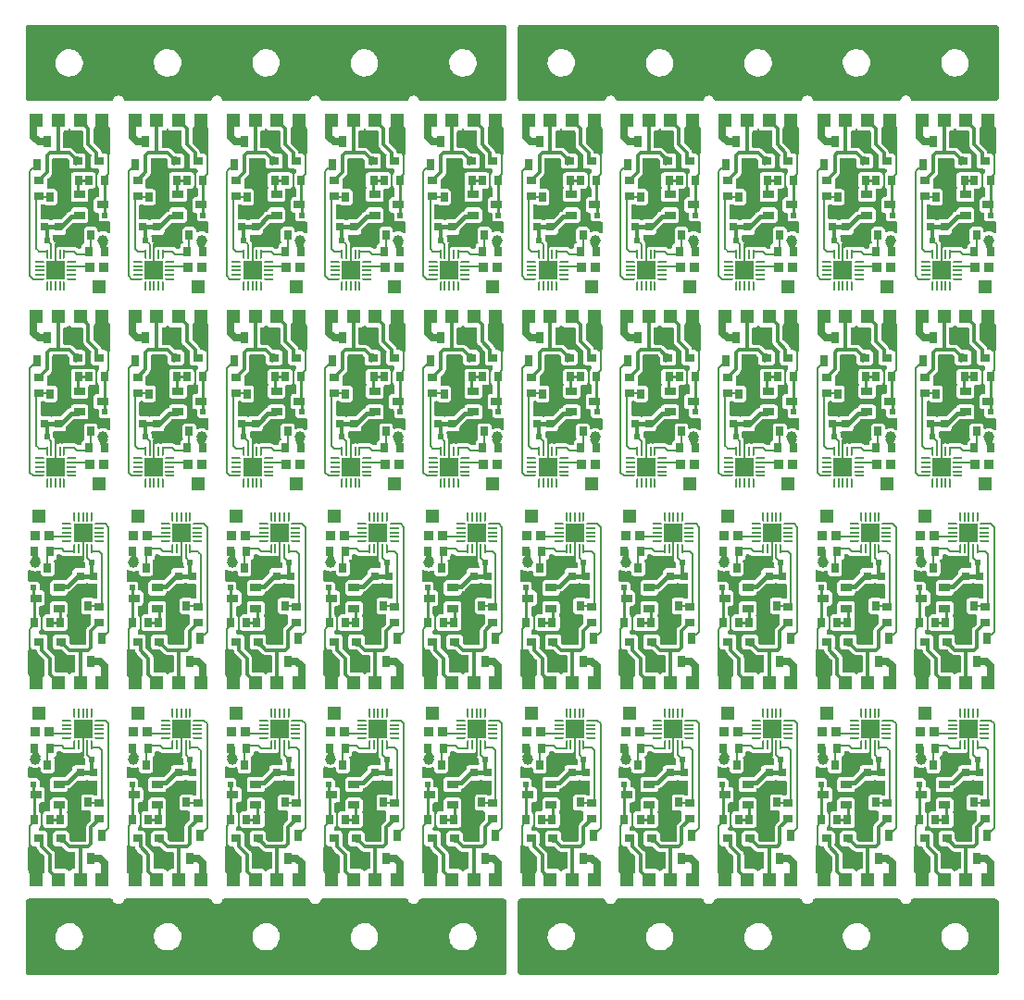
<source format=gtl>
G04 #@! TF.GenerationSoftware,KiCad,Pcbnew,7.0.11*
G04 #@! TF.CreationDate,2024-02-28T18:49:22+09:00*
G04 #@! TF.ProjectId,F02-Func-Decoder-p,4630322d-4675-46e6-932d-4465636f6465,rev?*
G04 #@! TF.SameCoordinates,Original*
G04 #@! TF.FileFunction,Copper,L1,Top*
G04 #@! TF.FilePolarity,Positive*
%FSLAX46Y46*%
G04 Gerber Fmt 4.6, Leading zero omitted, Abs format (unit mm)*
G04 Created by KiCad (PCBNEW 7.0.11) date 2024-02-28 18:49:22*
%MOMM*%
%LPD*%
G01*
G04 APERTURE LIST*
G04 Aperture macros list*
%AMRoundRect*
0 Rectangle with rounded corners*
0 $1 Rounding radius*
0 $2 $3 $4 $5 $6 $7 $8 $9 X,Y pos of 4 corners*
0 Add a 4 corners polygon primitive as box body*
4,1,4,$2,$3,$4,$5,$6,$7,$8,$9,$2,$3,0*
0 Add four circle primitives for the rounded corners*
1,1,$1+$1,$2,$3*
1,1,$1+$1,$4,$5*
1,1,$1+$1,$6,$7*
1,1,$1+$1,$8,$9*
0 Add four rect primitives between the rounded corners*
20,1,$1+$1,$2,$3,$4,$5,0*
20,1,$1+$1,$4,$5,$6,$7,0*
20,1,$1+$1,$6,$7,$8,$9,0*
20,1,$1+$1,$8,$9,$2,$3,0*%
%AMFreePoly0*
4,1,14,0.334644,0.085355,0.385355,0.034644,0.400000,-0.000711,0.400000,-0.050000,0.385355,-0.085355,0.350000,-0.100000,-0.350000,-0.100000,-0.385355,-0.085355,-0.400000,-0.050000,-0.400000,0.050000,-0.385355,0.085355,-0.350000,0.100000,0.299289,0.100000,0.334644,0.085355,0.334644,0.085355,$1*%
%AMFreePoly1*
4,1,14,0.385355,0.085355,0.400000,0.050000,0.400000,0.000711,0.385355,-0.034644,0.334644,-0.085355,0.299289,-0.100000,-0.350000,-0.100000,-0.385355,-0.085355,-0.400000,-0.050000,-0.400000,0.050000,-0.385355,0.085355,-0.350000,0.100000,0.350000,0.100000,0.385355,0.085355,0.385355,0.085355,$1*%
%AMFreePoly2*
4,1,14,0.085355,0.385355,0.100000,0.350000,0.100000,-0.350000,0.085355,-0.385355,0.050000,-0.400000,-0.050000,-0.400000,-0.085355,-0.385355,-0.100000,-0.350000,-0.100000,0.299289,-0.085355,0.334644,-0.034644,0.385355,0.000711,0.400000,0.050000,0.400000,0.085355,0.385355,0.085355,0.385355,$1*%
%AMFreePoly3*
4,1,14,0.034644,0.385355,0.085355,0.334644,0.100000,0.299289,0.100000,-0.350000,0.085355,-0.385355,0.050000,-0.400000,-0.050000,-0.400000,-0.085355,-0.385355,-0.100000,-0.350000,-0.100000,0.350000,-0.085355,0.385355,-0.050000,0.400000,-0.000711,0.400000,0.034644,0.385355,0.034644,0.385355,$1*%
%AMFreePoly4*
4,1,14,0.385355,0.085355,0.400000,0.050000,0.400000,-0.050000,0.385355,-0.085355,0.350000,-0.100000,-0.299289,-0.100000,-0.334644,-0.085355,-0.385355,-0.034644,-0.400000,0.000711,-0.400000,0.050000,-0.385355,0.085355,-0.350000,0.100000,0.350000,0.100000,0.385355,0.085355,0.385355,0.085355,$1*%
%AMFreePoly5*
4,1,14,0.385355,0.085355,0.400000,0.050000,0.400000,-0.050000,0.385355,-0.085355,0.350000,-0.100000,-0.350000,-0.100000,-0.385355,-0.085355,-0.400000,-0.050000,-0.400000,-0.000711,-0.385355,0.034644,-0.334644,0.085355,-0.299289,0.100000,0.350000,0.100000,0.385355,0.085355,0.385355,0.085355,$1*%
%AMFreePoly6*
4,1,14,0.085355,0.385355,0.100000,0.350000,0.100000,-0.299289,0.085355,-0.334644,0.034644,-0.385355,-0.000711,-0.400000,-0.050000,-0.400000,-0.085355,-0.385355,-0.100000,-0.350000,-0.100000,0.350000,-0.085355,0.385355,-0.050000,0.400000,0.050000,0.400000,0.085355,0.385355,0.085355,0.385355,$1*%
%AMFreePoly7*
4,1,14,0.085355,0.385355,0.100000,0.350000,0.100000,-0.350000,0.085355,-0.385355,0.050000,-0.400000,0.000711,-0.400000,-0.034644,-0.385355,-0.085355,-0.334644,-0.100000,-0.299289,-0.100000,0.350000,-0.085355,0.385355,-0.050000,0.400000,0.050000,0.400000,0.085355,0.385355,0.085355,0.385355,$1*%
G04 Aperture macros list end*
G04 #@! TA.AperFunction,SMDPad,CuDef*
%ADD10R,0.650000X0.900000*%
G04 #@! TD*
G04 #@! TA.AperFunction,SMDPad,CuDef*
%ADD11R,0.550000X0.500000*%
G04 #@! TD*
G04 #@! TA.AperFunction,SMDPad,CuDef*
%ADD12R,0.700000X0.800000*%
G04 #@! TD*
G04 #@! TA.AperFunction,SMDPad,CuDef*
%ADD13R,0.900000X1.200000*%
G04 #@! TD*
G04 #@! TA.AperFunction,SMDPad,CuDef*
%ADD14R,0.900000X0.800000*%
G04 #@! TD*
G04 #@! TA.AperFunction,SMDPad,CuDef*
%ADD15R,0.800000X1.000000*%
G04 #@! TD*
G04 #@! TA.AperFunction,ComponentPad*
%ADD16R,0.950000X0.950000*%
G04 #@! TD*
G04 #@! TA.AperFunction,ComponentPad*
%ADD17R,1.300000X1.300000*%
G04 #@! TD*
G04 #@! TA.AperFunction,SMDPad,CuDef*
%ADD18R,0.500000X0.550000*%
G04 #@! TD*
G04 #@! TA.AperFunction,SMDPad,CuDef*
%ADD19FreePoly0,270.000000*%
G04 #@! TD*
G04 #@! TA.AperFunction,SMDPad,CuDef*
%ADD20RoundRect,0.050000X-0.050000X0.350000X-0.050000X-0.350000X0.050000X-0.350000X0.050000X0.350000X0*%
G04 #@! TD*
G04 #@! TA.AperFunction,SMDPad,CuDef*
%ADD21FreePoly1,270.000000*%
G04 #@! TD*
G04 #@! TA.AperFunction,SMDPad,CuDef*
%ADD22FreePoly2,270.000000*%
G04 #@! TD*
G04 #@! TA.AperFunction,SMDPad,CuDef*
%ADD23RoundRect,0.050000X-0.350000X0.050000X-0.350000X-0.050000X0.350000X-0.050000X0.350000X0.050000X0*%
G04 #@! TD*
G04 #@! TA.AperFunction,SMDPad,CuDef*
%ADD24FreePoly3,270.000000*%
G04 #@! TD*
G04 #@! TA.AperFunction,SMDPad,CuDef*
%ADD25FreePoly4,270.000000*%
G04 #@! TD*
G04 #@! TA.AperFunction,SMDPad,CuDef*
%ADD26FreePoly5,270.000000*%
G04 #@! TD*
G04 #@! TA.AperFunction,SMDPad,CuDef*
%ADD27FreePoly6,270.000000*%
G04 #@! TD*
G04 #@! TA.AperFunction,SMDPad,CuDef*
%ADD28FreePoly7,270.000000*%
G04 #@! TD*
G04 #@! TA.AperFunction,SMDPad,CuDef*
%ADD29R,1.700000X1.700000*%
G04 #@! TD*
G04 #@! TA.AperFunction,SMDPad,CuDef*
%ADD30R,1.000000X0.800000*%
G04 #@! TD*
G04 #@! TA.AperFunction,SMDPad,CuDef*
%ADD31R,0.900000X0.650000*%
G04 #@! TD*
G04 #@! TA.AperFunction,SMDPad,CuDef*
%ADD32R,0.800000X0.900000*%
G04 #@! TD*
G04 #@! TA.AperFunction,SMDPad,CuDef*
%ADD33R,0.800000X0.800000*%
G04 #@! TD*
G04 #@! TA.AperFunction,SMDPad,CuDef*
%ADD34FreePoly0,90.000000*%
G04 #@! TD*
G04 #@! TA.AperFunction,SMDPad,CuDef*
%ADD35RoundRect,0.050000X0.050000X-0.350000X0.050000X0.350000X-0.050000X0.350000X-0.050000X-0.350000X0*%
G04 #@! TD*
G04 #@! TA.AperFunction,SMDPad,CuDef*
%ADD36FreePoly1,90.000000*%
G04 #@! TD*
G04 #@! TA.AperFunction,SMDPad,CuDef*
%ADD37FreePoly2,90.000000*%
G04 #@! TD*
G04 #@! TA.AperFunction,SMDPad,CuDef*
%ADD38RoundRect,0.050000X0.350000X-0.050000X0.350000X0.050000X-0.350000X0.050000X-0.350000X-0.050000X0*%
G04 #@! TD*
G04 #@! TA.AperFunction,SMDPad,CuDef*
%ADD39FreePoly3,90.000000*%
G04 #@! TD*
G04 #@! TA.AperFunction,SMDPad,CuDef*
%ADD40FreePoly4,90.000000*%
G04 #@! TD*
G04 #@! TA.AperFunction,SMDPad,CuDef*
%ADD41FreePoly5,90.000000*%
G04 #@! TD*
G04 #@! TA.AperFunction,SMDPad,CuDef*
%ADD42FreePoly6,90.000000*%
G04 #@! TD*
G04 #@! TA.AperFunction,SMDPad,CuDef*
%ADD43FreePoly7,90.000000*%
G04 #@! TD*
G04 #@! TA.AperFunction,ViaPad*
%ADD44C,0.800000*%
G04 #@! TD*
G04 #@! TA.AperFunction,ViaPad*
%ADD45C,1.000000*%
G04 #@! TD*
G04 #@! TA.AperFunction,ViaPad*
%ADD46C,0.900000*%
G04 #@! TD*
G04 #@! TA.AperFunction,Conductor*
%ADD47C,0.400000*%
G04 #@! TD*
G04 #@! TA.AperFunction,Conductor*
%ADD48C,0.200000*%
G04 #@! TD*
G04 #@! TA.AperFunction,Conductor*
%ADD49C,0.300000*%
G04 #@! TD*
G04 #@! TA.AperFunction,Conductor*
%ADD50C,0.250000*%
G04 #@! TD*
G04 #@! TA.AperFunction,Conductor*
%ADD51C,0.500000*%
G04 #@! TD*
G04 #@! TA.AperFunction,Conductor*
%ADD52C,0.700000*%
G04 #@! TD*
G04 APERTURE END LIST*
D10*
X166725000Y-98700000D03*
X165275000Y-98700000D03*
D11*
X149050000Y-94750000D03*
X147950000Y-94750000D03*
D12*
X185250000Y-113975000D03*
X185250000Y-115525000D03*
X122250000Y-113975000D03*
X122250000Y-115525000D03*
D10*
X118275000Y-79300000D03*
X119725000Y-79300000D03*
D13*
X156750000Y-74200000D03*
D14*
X156750000Y-76000000D03*
X158750000Y-76000000D03*
X158750000Y-74000000D03*
D15*
X122950000Y-101700000D03*
X121050000Y-101700000D03*
X122000000Y-103800000D03*
D16*
X190135000Y-92250000D03*
X188865000Y-92250000D03*
D17*
X184000000Y-72250000D03*
D10*
X188775000Y-111750000D03*
X190225000Y-111750000D03*
D18*
X107750000Y-115050000D03*
X107750000Y-113950000D03*
D15*
X171050000Y-58300000D03*
X172950000Y-58300000D03*
X172000000Y-56200000D03*
D17*
X123000000Y-54250000D03*
D12*
X108750000Y-82025000D03*
X108750000Y-80475000D03*
D11*
X135950000Y-65250000D03*
X137050000Y-65250000D03*
D10*
X127275000Y-61300000D03*
X128725000Y-61300000D03*
D16*
X154135000Y-92250000D03*
X152865000Y-92250000D03*
D15*
X158950000Y-119700000D03*
X157050000Y-119700000D03*
X158000000Y-121800000D03*
D19*
X182550000Y-84550000D03*
D20*
X182150000Y-84550000D03*
X181750000Y-84550000D03*
X181350000Y-84550000D03*
D21*
X180950000Y-84550000D03*
D22*
X180300000Y-85200000D03*
D23*
X180300000Y-85600000D03*
X180300000Y-86000000D03*
X180300000Y-86400000D03*
D24*
X180300000Y-86800000D03*
D25*
X180950000Y-87450000D03*
D20*
X181350000Y-87450000D03*
X181750000Y-87450000D03*
X182150000Y-87450000D03*
D26*
X182550000Y-87450000D03*
D27*
X183200000Y-86800000D03*
D23*
X183200000Y-86400000D03*
X183200000Y-86000000D03*
X183200000Y-85600000D03*
D28*
X183200000Y-85200000D03*
D29*
X181750000Y-86000000D03*
D30*
X182050000Y-116950000D03*
X182050000Y-115050000D03*
X179950000Y-116000000D03*
D18*
X168250000Y-80950000D03*
X168250000Y-82050000D03*
D17*
X159000000Y-72250000D03*
X148000000Y-105750000D03*
X126250000Y-90500000D03*
D31*
X162250000Y-77775000D03*
X162250000Y-79225000D03*
X122750000Y-100225000D03*
X122750000Y-98775000D03*
D12*
X158250000Y-113975000D03*
X158250000Y-115525000D03*
D15*
X140950000Y-119700000D03*
X139050000Y-119700000D03*
X140000000Y-121800000D03*
D10*
X107775000Y-100250000D03*
X109225000Y-100250000D03*
D30*
X174950000Y-79050000D03*
X174950000Y-80950000D03*
X177050000Y-80000000D03*
D17*
X173000000Y-123750000D03*
D12*
X158250000Y-95975000D03*
X158250000Y-97525000D03*
D11*
X144950000Y-65250000D03*
X146050000Y-65250000D03*
D32*
X110150000Y-118250000D03*
X112250000Y-118250000D03*
D11*
X167050000Y-112750000D03*
X165950000Y-112750000D03*
D32*
X120850000Y-59750000D03*
X118750000Y-59750000D03*
D10*
X136025000Y-113250000D03*
X137475000Y-113250000D03*
D32*
X111850000Y-59750000D03*
X109750000Y-59750000D03*
D18*
X123250000Y-62950000D03*
X123250000Y-64050000D03*
D15*
X122950000Y-119700000D03*
X121050000Y-119700000D03*
X122000000Y-121800000D03*
D17*
X110000000Y-72250000D03*
X144250000Y-108500000D03*
D10*
X193975000Y-82750000D03*
X192525000Y-82750000D03*
D12*
X180750000Y-64025000D03*
X180750000Y-62475000D03*
D11*
X185050000Y-112750000D03*
X183950000Y-112750000D03*
D33*
X130000000Y-113975000D03*
X130000000Y-115525000D03*
D12*
X135750000Y-82025000D03*
X135750000Y-80475000D03*
D16*
X121865000Y-85750000D03*
X123135000Y-85750000D03*
D17*
X157000000Y-54250000D03*
D34*
X192450000Y-111450000D03*
D35*
X192850000Y-111450000D03*
X193250000Y-111450000D03*
X193650000Y-111450000D03*
D36*
X194050000Y-111450000D03*
D37*
X194700000Y-110800000D03*
D38*
X194700000Y-110400000D03*
X194700000Y-110000000D03*
X194700000Y-109600000D03*
D39*
X194700000Y-109200000D03*
D40*
X194050000Y-108550000D03*
D35*
X193650000Y-108550000D03*
X193250000Y-108550000D03*
X192850000Y-108550000D03*
D41*
X192450000Y-108550000D03*
D42*
X191800000Y-109200000D03*
D38*
X191800000Y-109600000D03*
X191800000Y-110000000D03*
X191800000Y-110400000D03*
D43*
X191800000Y-110800000D03*
D29*
X193250000Y-110000000D03*
D31*
X108250000Y-59775000D03*
X108250000Y-61225000D03*
D13*
X119250000Y-103800000D03*
D14*
X119250000Y-102000000D03*
X117250000Y-102000000D03*
X117250000Y-104000000D03*
D10*
X157975000Y-82750000D03*
X156525000Y-82750000D03*
D34*
X156450000Y-111450000D03*
D35*
X156850000Y-111450000D03*
X157250000Y-111450000D03*
X157650000Y-111450000D03*
D36*
X158050000Y-111450000D03*
D37*
X158700000Y-110800000D03*
D38*
X158700000Y-110400000D03*
X158700000Y-110000000D03*
X158700000Y-109600000D03*
D39*
X158700000Y-109200000D03*
D40*
X158050000Y-108550000D03*
D35*
X157650000Y-108550000D03*
X157250000Y-108550000D03*
X156850000Y-108550000D03*
D41*
X156450000Y-108550000D03*
D42*
X155800000Y-109200000D03*
D38*
X155800000Y-109600000D03*
X155800000Y-110000000D03*
X155800000Y-110400000D03*
D43*
X155800000Y-110800000D03*
D29*
X157250000Y-110000000D03*
D17*
X184000000Y-123750000D03*
X173000000Y-105750000D03*
X110000000Y-105750000D03*
D10*
X127025000Y-95250000D03*
X128475000Y-95250000D03*
D31*
X194750000Y-118225000D03*
X194750000Y-116775000D03*
X140750000Y-100225000D03*
X140750000Y-98775000D03*
D15*
X176950000Y-101700000D03*
X175050000Y-101700000D03*
X176000000Y-103800000D03*
D10*
X152775000Y-100250000D03*
X154225000Y-100250000D03*
D34*
X120450000Y-93450000D03*
D35*
X120850000Y-93450000D03*
X121250000Y-93450000D03*
X121650000Y-93450000D03*
D36*
X122050000Y-93450000D03*
D37*
X122700000Y-92800000D03*
D38*
X122700000Y-92400000D03*
X122700000Y-92000000D03*
X122700000Y-91600000D03*
D39*
X122700000Y-91200000D03*
D40*
X122050000Y-90550000D03*
D35*
X121650000Y-90550000D03*
X121250000Y-90550000D03*
X120850000Y-90550000D03*
D41*
X120450000Y-90550000D03*
D42*
X119800000Y-91200000D03*
D38*
X119800000Y-91600000D03*
X119800000Y-92000000D03*
X119800000Y-92400000D03*
D43*
X119800000Y-92800000D03*
D29*
X121250000Y-92000000D03*
D10*
X139725000Y-116700000D03*
X138275000Y-116700000D03*
D31*
X171250000Y-77775000D03*
X171250000Y-79225000D03*
D33*
X173000000Y-64025000D03*
X173000000Y-62475000D03*
D13*
X173250000Y-121800000D03*
D14*
X173250000Y-120000000D03*
X171250000Y-120000000D03*
X171250000Y-122000000D03*
D31*
X144250000Y-59775000D03*
X144250000Y-61225000D03*
D16*
X130865000Y-85750000D03*
X132135000Y-85750000D03*
D10*
X116775000Y-100250000D03*
X118225000Y-100250000D03*
D17*
X171000000Y-105750000D03*
D12*
X185250000Y-95975000D03*
X185250000Y-97525000D03*
D30*
X128050000Y-98950000D03*
X128050000Y-97050000D03*
X125950000Y-98000000D03*
D10*
X195225000Y-77750000D03*
X193775000Y-77750000D03*
D17*
X150000000Y-54250000D03*
D10*
X143775000Y-111750000D03*
X145225000Y-111750000D03*
D16*
X109135000Y-92250000D03*
X107865000Y-92250000D03*
D10*
X136275000Y-61300000D03*
X137725000Y-61300000D03*
X118025000Y-113250000D03*
X119475000Y-113250000D03*
D11*
X131050000Y-94750000D03*
X129950000Y-94750000D03*
D30*
X173050000Y-116950000D03*
X173050000Y-115050000D03*
X170950000Y-116000000D03*
D10*
X123225000Y-66250000D03*
X121775000Y-66250000D03*
D17*
X122750000Y-87500000D03*
D31*
X158750000Y-118225000D03*
X158750000Y-116775000D03*
D18*
X143750000Y-97050000D03*
X143750000Y-95950000D03*
D13*
X155250000Y-121800000D03*
D14*
X155250000Y-120000000D03*
X153250000Y-120000000D03*
X153250000Y-122000000D03*
D18*
X143750000Y-115050000D03*
X143750000Y-113950000D03*
X141250000Y-62950000D03*
X141250000Y-64050000D03*
D31*
X171250000Y-59775000D03*
X171250000Y-61225000D03*
D16*
X181135000Y-110250000D03*
X179865000Y-110250000D03*
D31*
X153250000Y-59775000D03*
X153250000Y-61225000D03*
D30*
X120950000Y-79050000D03*
X120950000Y-80950000D03*
X123050000Y-80000000D03*
D10*
X132225000Y-84250000D03*
X130775000Y-84250000D03*
D17*
X167750000Y-69500000D03*
X139000000Y-54250000D03*
D12*
X167250000Y-95975000D03*
X167250000Y-97525000D03*
D13*
X111750000Y-56200000D03*
D14*
X111750000Y-58000000D03*
X113750000Y-58000000D03*
X113750000Y-56000000D03*
D18*
X188750000Y-115050000D03*
X188750000Y-113950000D03*
D33*
X128000000Y-82025000D03*
X128000000Y-80475000D03*
D10*
X170775000Y-100250000D03*
X172225000Y-100250000D03*
D17*
X135000000Y-105750000D03*
D19*
X137550000Y-66550000D03*
D20*
X137150000Y-66550000D03*
X136750000Y-66550000D03*
X136350000Y-66550000D03*
D21*
X135950000Y-66550000D03*
D22*
X135300000Y-67200000D03*
D23*
X135300000Y-67600000D03*
X135300000Y-68000000D03*
X135300000Y-68400000D03*
D24*
X135300000Y-68800000D03*
D25*
X135950000Y-69450000D03*
D20*
X136350000Y-69450000D03*
X136750000Y-69450000D03*
X137150000Y-69450000D03*
D26*
X137550000Y-69450000D03*
D27*
X138200000Y-68800000D03*
D23*
X138200000Y-68400000D03*
X138200000Y-68000000D03*
X138200000Y-67600000D03*
D28*
X138200000Y-67200000D03*
D29*
X136750000Y-68000000D03*
D13*
X183750000Y-74200000D03*
D14*
X183750000Y-76000000D03*
X185750000Y-76000000D03*
X185750000Y-74000000D03*
D17*
X128000000Y-123750000D03*
D15*
X167950000Y-101700000D03*
X166050000Y-101700000D03*
X167000000Y-103800000D03*
D18*
X123250000Y-80950000D03*
X123250000Y-82050000D03*
D17*
X175000000Y-54250000D03*
D10*
X177225000Y-59750000D03*
X175775000Y-59750000D03*
D12*
X194250000Y-95975000D03*
X194250000Y-97525000D03*
D10*
X112725000Y-116700000D03*
X111275000Y-116700000D03*
X134775000Y-100250000D03*
X136225000Y-100250000D03*
X175975000Y-64750000D03*
X174525000Y-64750000D03*
D17*
X148000000Y-72250000D03*
X189250000Y-108500000D03*
D12*
X113250000Y-95975000D03*
X113250000Y-97525000D03*
D17*
X155000000Y-105750000D03*
D18*
X186250000Y-62950000D03*
X186250000Y-64050000D03*
D17*
X119000000Y-105750000D03*
D34*
X147450000Y-93450000D03*
D35*
X147850000Y-93450000D03*
X148250000Y-93450000D03*
X148650000Y-93450000D03*
D36*
X149050000Y-93450000D03*
D37*
X149700000Y-92800000D03*
D38*
X149700000Y-92400000D03*
X149700000Y-92000000D03*
X149700000Y-91600000D03*
D39*
X149700000Y-91200000D03*
D40*
X149050000Y-90550000D03*
D35*
X148650000Y-90550000D03*
X148250000Y-90550000D03*
X147850000Y-90550000D03*
D41*
X147450000Y-90550000D03*
D42*
X146800000Y-91200000D03*
D38*
X146800000Y-91600000D03*
X146800000Y-92000000D03*
X146800000Y-92400000D03*
D43*
X146800000Y-92800000D03*
D29*
X148250000Y-92000000D03*
D17*
X123000000Y-123750000D03*
X186000000Y-54250000D03*
D10*
X161775000Y-100250000D03*
X163225000Y-100250000D03*
D17*
X159000000Y-105750000D03*
D16*
X163135000Y-92250000D03*
X161865000Y-92250000D03*
D17*
X176750000Y-69500000D03*
X144000000Y-105750000D03*
D15*
X135050000Y-76300000D03*
X136950000Y-76300000D03*
X136000000Y-74200000D03*
D32*
X119150000Y-100250000D03*
X121250000Y-100250000D03*
D34*
X183450000Y-111450000D03*
D35*
X183850000Y-111450000D03*
X184250000Y-111450000D03*
X184650000Y-111450000D03*
D36*
X185050000Y-111450000D03*
D37*
X185700000Y-110800000D03*
D38*
X185700000Y-110400000D03*
X185700000Y-110000000D03*
X185700000Y-109600000D03*
D39*
X185700000Y-109200000D03*
D40*
X185050000Y-108550000D03*
D35*
X184650000Y-108550000D03*
X184250000Y-108550000D03*
X183850000Y-108550000D03*
D41*
X183450000Y-108550000D03*
D42*
X182800000Y-109200000D03*
D38*
X182800000Y-109600000D03*
X182800000Y-110000000D03*
X182800000Y-110400000D03*
D43*
X182800000Y-110800000D03*
D29*
X184250000Y-110000000D03*
D30*
X165950000Y-79050000D03*
X165950000Y-80950000D03*
X168050000Y-80000000D03*
D34*
X165450000Y-93450000D03*
D35*
X165850000Y-93450000D03*
X166250000Y-93450000D03*
X166650000Y-93450000D03*
D36*
X167050000Y-93450000D03*
D37*
X167700000Y-92800000D03*
D38*
X167700000Y-92400000D03*
X167700000Y-92000000D03*
X167700000Y-91600000D03*
D39*
X167700000Y-91200000D03*
D40*
X167050000Y-90550000D03*
D35*
X166650000Y-90550000D03*
X166250000Y-90550000D03*
X165850000Y-90550000D03*
D41*
X165450000Y-90550000D03*
D42*
X164800000Y-91200000D03*
D38*
X164800000Y-91600000D03*
X164800000Y-92000000D03*
X164800000Y-92400000D03*
D43*
X164800000Y-92800000D03*
D29*
X166250000Y-92000000D03*
D10*
X121975000Y-64750000D03*
X120525000Y-64750000D03*
D11*
X140050000Y-112750000D03*
X138950000Y-112750000D03*
D10*
X132225000Y-59750000D03*
X130775000Y-59750000D03*
X181025000Y-95250000D03*
X182475000Y-95250000D03*
D15*
X194950000Y-119700000D03*
X193050000Y-119700000D03*
X194000000Y-121800000D03*
D10*
X121975000Y-82750000D03*
X120525000Y-82750000D03*
D15*
X117050000Y-58300000D03*
X118950000Y-58300000D03*
X118000000Y-56200000D03*
D17*
X162000000Y-54250000D03*
D32*
X129850000Y-59750000D03*
X127750000Y-59750000D03*
D33*
X164000000Y-82025000D03*
X164000000Y-80475000D03*
D18*
X152750000Y-115050000D03*
X152750000Y-113950000D03*
X161750000Y-97050000D03*
X161750000Y-95950000D03*
D17*
X144000000Y-123750000D03*
D10*
X159225000Y-77750000D03*
X157775000Y-77750000D03*
D15*
X144050000Y-76300000D03*
X145950000Y-76300000D03*
X145000000Y-74200000D03*
D32*
X156850000Y-77750000D03*
X154750000Y-77750000D03*
D10*
X143775000Y-118250000D03*
X145225000Y-118250000D03*
D17*
X166000000Y-105750000D03*
D16*
X139865000Y-67750000D03*
X141135000Y-67750000D03*
D31*
X117250000Y-77775000D03*
X117250000Y-79225000D03*
D15*
X180050000Y-58300000D03*
X181950000Y-58300000D03*
X181000000Y-56200000D03*
D10*
X141225000Y-84250000D03*
X139775000Y-84250000D03*
X161775000Y-111750000D03*
X163225000Y-111750000D03*
X141225000Y-77750000D03*
X139775000Y-77750000D03*
D16*
X118135000Y-110250000D03*
X116865000Y-110250000D03*
D30*
X119050000Y-98950000D03*
X119050000Y-97050000D03*
X116950000Y-98000000D03*
D10*
X139725000Y-98700000D03*
X138275000Y-98700000D03*
D13*
X156750000Y-56200000D03*
D14*
X156750000Y-58000000D03*
X158750000Y-58000000D03*
X158750000Y-56000000D03*
D33*
X139000000Y-113975000D03*
X139000000Y-115525000D03*
D17*
X193000000Y-123750000D03*
X185750000Y-69500000D03*
X186000000Y-72250000D03*
D13*
X191250000Y-121800000D03*
D14*
X191250000Y-120000000D03*
X189250000Y-120000000D03*
X189250000Y-122000000D03*
D16*
X145135000Y-92250000D03*
X143865000Y-92250000D03*
D31*
X158750000Y-100225000D03*
X158750000Y-98775000D03*
D16*
X118135000Y-92250000D03*
X116865000Y-92250000D03*
D33*
X155000000Y-64025000D03*
X155000000Y-62475000D03*
D17*
X149750000Y-69500000D03*
D16*
X130865000Y-67750000D03*
X132135000Y-67750000D03*
D11*
X158050000Y-94750000D03*
X156950000Y-94750000D03*
D16*
X121865000Y-67750000D03*
X123135000Y-67750000D03*
D32*
X174850000Y-59750000D03*
X172750000Y-59750000D03*
D10*
X114225000Y-59750000D03*
X112775000Y-59750000D03*
D19*
X146550000Y-84550000D03*
D20*
X146150000Y-84550000D03*
X145750000Y-84550000D03*
X145350000Y-84550000D03*
D21*
X144950000Y-84550000D03*
D22*
X144300000Y-85200000D03*
D23*
X144300000Y-85600000D03*
X144300000Y-86000000D03*
X144300000Y-86400000D03*
D24*
X144300000Y-86800000D03*
D25*
X144950000Y-87450000D03*
D20*
X145350000Y-87450000D03*
X145750000Y-87450000D03*
X146150000Y-87450000D03*
D26*
X146550000Y-87450000D03*
D27*
X147200000Y-86800000D03*
D23*
X147200000Y-86400000D03*
X147200000Y-86000000D03*
X147200000Y-85600000D03*
D28*
X147200000Y-85200000D03*
D29*
X145750000Y-86000000D03*
D11*
X194050000Y-94750000D03*
X192950000Y-94750000D03*
D17*
X126250000Y-108500000D03*
X177000000Y-123750000D03*
D13*
X110250000Y-103800000D03*
D14*
X110250000Y-102000000D03*
X108250000Y-102000000D03*
X108250000Y-104000000D03*
D17*
X121000000Y-123750000D03*
D10*
X195225000Y-59750000D03*
X193775000Y-59750000D03*
D17*
X141000000Y-105750000D03*
X128000000Y-105750000D03*
X117000000Y-105750000D03*
D15*
X149950000Y-119700000D03*
X148050000Y-119700000D03*
X149000000Y-121800000D03*
D17*
X126000000Y-54250000D03*
D16*
X145135000Y-110250000D03*
X143865000Y-110250000D03*
D10*
X163025000Y-113250000D03*
X164475000Y-113250000D03*
D18*
X150250000Y-62950000D03*
X150250000Y-64050000D03*
D11*
X153950000Y-83250000D03*
X155050000Y-83250000D03*
D10*
X109025000Y-113250000D03*
X110475000Y-113250000D03*
X177225000Y-84250000D03*
X175775000Y-84250000D03*
D30*
X120950000Y-61050000D03*
X120950000Y-62950000D03*
X123050000Y-62000000D03*
X183950000Y-61050000D03*
X183950000Y-62950000D03*
X186050000Y-62000000D03*
D10*
X179775000Y-100250000D03*
X181225000Y-100250000D03*
D30*
X182050000Y-98950000D03*
X182050000Y-97050000D03*
X179950000Y-98000000D03*
D10*
X116775000Y-111750000D03*
X118225000Y-111750000D03*
D17*
X180000000Y-72250000D03*
D10*
X136275000Y-79300000D03*
X137725000Y-79300000D03*
D17*
X144000000Y-72250000D03*
D11*
X108950000Y-65250000D03*
X110050000Y-65250000D03*
D17*
X117000000Y-123750000D03*
D10*
X168225000Y-59750000D03*
X166775000Y-59750000D03*
D17*
X195000000Y-123750000D03*
X166000000Y-123750000D03*
D13*
X146250000Y-121800000D03*
D14*
X146250000Y-120000000D03*
X144250000Y-120000000D03*
X144250000Y-122000000D03*
D30*
X110050000Y-98950000D03*
X110050000Y-97050000D03*
X107950000Y-98000000D03*
X155050000Y-116950000D03*
X155050000Y-115050000D03*
X152950000Y-116000000D03*
D11*
X149050000Y-112750000D03*
X147950000Y-112750000D03*
D17*
X117250000Y-108500000D03*
D31*
X149750000Y-100225000D03*
X149750000Y-98775000D03*
D10*
X170775000Y-111750000D03*
X172225000Y-111750000D03*
D12*
X176250000Y-113975000D03*
X176250000Y-115525000D03*
X135750000Y-64025000D03*
X135750000Y-62475000D03*
D17*
X153250000Y-90500000D03*
D18*
X159250000Y-62950000D03*
X159250000Y-64050000D03*
D17*
X191000000Y-123750000D03*
D13*
X165750000Y-74200000D03*
D14*
X165750000Y-76000000D03*
X167750000Y-76000000D03*
X167750000Y-74000000D03*
D18*
X114250000Y-62950000D03*
X114250000Y-64050000D03*
D15*
X117050000Y-76300000D03*
X118950000Y-76300000D03*
X118000000Y-74200000D03*
X108050000Y-58300000D03*
X109950000Y-58300000D03*
X109000000Y-56200000D03*
D32*
X155150000Y-100250000D03*
X157250000Y-100250000D03*
D17*
X135000000Y-123750000D03*
D12*
X189750000Y-64025000D03*
X189750000Y-62475000D03*
D11*
X144950000Y-83250000D03*
X146050000Y-83250000D03*
D10*
X109275000Y-79300000D03*
X110725000Y-79300000D03*
D33*
X121000000Y-95975000D03*
X121000000Y-97525000D03*
D17*
X189250000Y-90500000D03*
D32*
X183850000Y-59750000D03*
X181750000Y-59750000D03*
X183850000Y-77750000D03*
X181750000Y-77750000D03*
D17*
X162000000Y-72250000D03*
D34*
X138450000Y-111450000D03*
D35*
X138850000Y-111450000D03*
X139250000Y-111450000D03*
X139650000Y-111450000D03*
D36*
X140050000Y-111450000D03*
D37*
X140700000Y-110800000D03*
D38*
X140700000Y-110400000D03*
X140700000Y-110000000D03*
X140700000Y-109600000D03*
D39*
X140700000Y-109200000D03*
D40*
X140050000Y-108550000D03*
D35*
X139650000Y-108550000D03*
X139250000Y-108550000D03*
X138850000Y-108550000D03*
D41*
X138450000Y-108550000D03*
D42*
X137800000Y-109200000D03*
D38*
X137800000Y-109600000D03*
X137800000Y-110000000D03*
X137800000Y-110400000D03*
D43*
X137800000Y-110800000D03*
D29*
X139250000Y-110000000D03*
D12*
X144750000Y-64025000D03*
X144750000Y-62475000D03*
D17*
X189000000Y-72250000D03*
X117000000Y-54250000D03*
D10*
X166975000Y-64750000D03*
X165525000Y-64750000D03*
X172025000Y-113250000D03*
X173475000Y-113250000D03*
D33*
X184000000Y-113975000D03*
X184000000Y-115525000D03*
X146000000Y-82025000D03*
X146000000Y-80475000D03*
D16*
X157865000Y-67750000D03*
X159135000Y-67750000D03*
D10*
X123225000Y-59750000D03*
X121775000Y-59750000D03*
D33*
X175000000Y-95975000D03*
X175000000Y-97525000D03*
D17*
X167750000Y-87500000D03*
D16*
X193865000Y-67750000D03*
X195135000Y-67750000D03*
D31*
X167750000Y-118225000D03*
X167750000Y-116775000D03*
D17*
X112000000Y-72250000D03*
D11*
X122050000Y-94750000D03*
X120950000Y-94750000D03*
D17*
X130000000Y-72250000D03*
D33*
X112000000Y-113975000D03*
X112000000Y-115525000D03*
D30*
X119050000Y-116950000D03*
X119050000Y-115050000D03*
X116950000Y-116000000D03*
D10*
X139975000Y-82750000D03*
X138525000Y-82750000D03*
D17*
X135250000Y-90500000D03*
D16*
X127135000Y-110250000D03*
X125865000Y-110250000D03*
D18*
X170750000Y-115050000D03*
X170750000Y-113950000D03*
D30*
X164050000Y-98950000D03*
X164050000Y-97050000D03*
X161950000Y-98000000D03*
D10*
X154025000Y-95250000D03*
X155475000Y-95250000D03*
D12*
X194250000Y-113975000D03*
X194250000Y-115525000D03*
D10*
X177225000Y-66250000D03*
X175775000Y-66250000D03*
D17*
X157000000Y-105750000D03*
D33*
X175000000Y-113975000D03*
X175000000Y-115525000D03*
D10*
X134775000Y-111750000D03*
X136225000Y-111750000D03*
D13*
X173250000Y-103800000D03*
D14*
X173250000Y-102000000D03*
X171250000Y-102000000D03*
X171250000Y-104000000D03*
D10*
X163275000Y-61300000D03*
X164725000Y-61300000D03*
D17*
X132000000Y-123750000D03*
D18*
X170750000Y-97050000D03*
X170750000Y-95950000D03*
D13*
X192750000Y-56200000D03*
D14*
X192750000Y-58000000D03*
X194750000Y-58000000D03*
X194750000Y-56000000D03*
D10*
X161775000Y-118250000D03*
X163225000Y-118250000D03*
D17*
X108000000Y-72250000D03*
D32*
X191150000Y-118250000D03*
X193250000Y-118250000D03*
D33*
X110000000Y-64025000D03*
X110000000Y-62475000D03*
D10*
X130975000Y-64750000D03*
X129525000Y-64750000D03*
D19*
X191550000Y-84550000D03*
D20*
X191150000Y-84550000D03*
X190750000Y-84550000D03*
X190350000Y-84550000D03*
D21*
X189950000Y-84550000D03*
D22*
X189300000Y-85200000D03*
D23*
X189300000Y-85600000D03*
X189300000Y-86000000D03*
X189300000Y-86400000D03*
D24*
X189300000Y-86800000D03*
D25*
X189950000Y-87450000D03*
D20*
X190350000Y-87450000D03*
X190750000Y-87450000D03*
X191150000Y-87450000D03*
D26*
X191550000Y-87450000D03*
D27*
X192200000Y-86800000D03*
D23*
X192200000Y-86400000D03*
X192200000Y-86000000D03*
X192200000Y-85600000D03*
D28*
X192200000Y-85200000D03*
D29*
X190750000Y-86000000D03*
D16*
X157865000Y-85750000D03*
X159135000Y-85750000D03*
D12*
X126750000Y-82025000D03*
X126750000Y-80475000D03*
D15*
X185950000Y-101700000D03*
X184050000Y-101700000D03*
X185000000Y-103800000D03*
D10*
X188775000Y-118250000D03*
X190225000Y-118250000D03*
X118275000Y-61300000D03*
X119725000Y-61300000D03*
X150225000Y-77750000D03*
X148775000Y-77750000D03*
D19*
X119550000Y-84550000D03*
D20*
X119150000Y-84550000D03*
X118750000Y-84550000D03*
X118350000Y-84550000D03*
D21*
X117950000Y-84550000D03*
D22*
X117300000Y-85200000D03*
D23*
X117300000Y-85600000D03*
X117300000Y-86000000D03*
X117300000Y-86400000D03*
D24*
X117300000Y-86800000D03*
D25*
X117950000Y-87450000D03*
D20*
X118350000Y-87450000D03*
X118750000Y-87450000D03*
X119150000Y-87450000D03*
D26*
X119550000Y-87450000D03*
D27*
X120200000Y-86800000D03*
D23*
X120200000Y-86400000D03*
X120200000Y-86000000D03*
X120200000Y-85600000D03*
D28*
X120200000Y-85200000D03*
D29*
X118750000Y-86000000D03*
D12*
X117750000Y-82025000D03*
X117750000Y-80475000D03*
D18*
X152750000Y-97050000D03*
X152750000Y-95950000D03*
D15*
X144050000Y-58300000D03*
X145950000Y-58300000D03*
X145000000Y-56200000D03*
D16*
X172135000Y-110250000D03*
X170865000Y-110250000D03*
X184865000Y-85750000D03*
X186135000Y-85750000D03*
D33*
X193000000Y-95975000D03*
X193000000Y-97525000D03*
D13*
X147750000Y-56200000D03*
D14*
X147750000Y-58000000D03*
X149750000Y-58000000D03*
X149750000Y-56000000D03*
D10*
X172275000Y-61300000D03*
X173725000Y-61300000D03*
D17*
X194750000Y-69500000D03*
D10*
X166725000Y-116700000D03*
X165275000Y-116700000D03*
D34*
X147450000Y-111450000D03*
D35*
X147850000Y-111450000D03*
X148250000Y-111450000D03*
X148650000Y-111450000D03*
D36*
X149050000Y-111450000D03*
D37*
X149700000Y-110800000D03*
D38*
X149700000Y-110400000D03*
X149700000Y-110000000D03*
X149700000Y-109600000D03*
D39*
X149700000Y-109200000D03*
D40*
X149050000Y-108550000D03*
D35*
X148650000Y-108550000D03*
X148250000Y-108550000D03*
X147850000Y-108550000D03*
D41*
X147450000Y-108550000D03*
D42*
X146800000Y-109200000D03*
D38*
X146800000Y-109600000D03*
X146800000Y-110000000D03*
X146800000Y-110400000D03*
D43*
X146800000Y-110800000D03*
D29*
X148250000Y-110000000D03*
D15*
X131950000Y-119700000D03*
X130050000Y-119700000D03*
X131000000Y-121800000D03*
D19*
X119550000Y-66550000D03*
D20*
X119150000Y-66550000D03*
X118750000Y-66550000D03*
X118350000Y-66550000D03*
D21*
X117950000Y-66550000D03*
D22*
X117300000Y-67200000D03*
D23*
X117300000Y-67600000D03*
X117300000Y-68000000D03*
X117300000Y-68400000D03*
D24*
X117300000Y-68800000D03*
D25*
X117950000Y-69450000D03*
D20*
X118350000Y-69450000D03*
X118750000Y-69450000D03*
X119150000Y-69450000D03*
D26*
X119550000Y-69450000D03*
D27*
X120200000Y-68800000D03*
D23*
X120200000Y-68400000D03*
X120200000Y-68000000D03*
X120200000Y-67600000D03*
D28*
X120200000Y-67200000D03*
D29*
X118750000Y-68000000D03*
D13*
X147750000Y-74200000D03*
D14*
X147750000Y-76000000D03*
X149750000Y-76000000D03*
X149750000Y-74000000D03*
D31*
X108250000Y-77775000D03*
X108250000Y-79225000D03*
D30*
X146050000Y-98950000D03*
X146050000Y-97050000D03*
X143950000Y-98000000D03*
D10*
X170775000Y-93750000D03*
X172225000Y-93750000D03*
D18*
X134750000Y-115050000D03*
X134750000Y-113950000D03*
D33*
X155000000Y-82025000D03*
X155000000Y-80475000D03*
D15*
X171050000Y-76300000D03*
X172950000Y-76300000D03*
X172000000Y-74200000D03*
D18*
X107750000Y-97050000D03*
X107750000Y-95950000D03*
D10*
X163275000Y-79300000D03*
X164725000Y-79300000D03*
X121725000Y-116700000D03*
X120275000Y-116700000D03*
D17*
X193000000Y-105750000D03*
X171000000Y-54250000D03*
D11*
X171950000Y-65250000D03*
X173050000Y-65250000D03*
D18*
X159250000Y-80950000D03*
X159250000Y-82050000D03*
D10*
X132225000Y-66250000D03*
X130775000Y-66250000D03*
X127275000Y-79300000D03*
X128725000Y-79300000D03*
D11*
X189950000Y-83250000D03*
X191050000Y-83250000D03*
D13*
X182250000Y-103800000D03*
D14*
X182250000Y-102000000D03*
X180250000Y-102000000D03*
X180250000Y-104000000D03*
D17*
X150000000Y-72250000D03*
X164000000Y-105750000D03*
X114000000Y-54250000D03*
D10*
X143775000Y-93750000D03*
X145225000Y-93750000D03*
D33*
X182000000Y-64025000D03*
X182000000Y-62475000D03*
D12*
X176250000Y-95975000D03*
X176250000Y-97525000D03*
D17*
X180000000Y-54250000D03*
D30*
X147950000Y-79050000D03*
X147950000Y-80950000D03*
X150050000Y-80000000D03*
D15*
X126050000Y-58300000D03*
X127950000Y-58300000D03*
X127000000Y-56200000D03*
D19*
X128550000Y-66550000D03*
D20*
X128150000Y-66550000D03*
X127750000Y-66550000D03*
X127350000Y-66550000D03*
D21*
X126950000Y-66550000D03*
D22*
X126300000Y-67200000D03*
D23*
X126300000Y-67600000D03*
X126300000Y-68000000D03*
X126300000Y-68400000D03*
D24*
X126300000Y-68800000D03*
D25*
X126950000Y-69450000D03*
D20*
X127350000Y-69450000D03*
X127750000Y-69450000D03*
X128150000Y-69450000D03*
D26*
X128550000Y-69450000D03*
D27*
X129200000Y-68800000D03*
D23*
X129200000Y-68400000D03*
X129200000Y-68000000D03*
X129200000Y-67600000D03*
D28*
X129200000Y-67200000D03*
D29*
X127750000Y-68000000D03*
D17*
X121000000Y-105750000D03*
D15*
X153050000Y-76300000D03*
X154950000Y-76300000D03*
X154000000Y-74200000D03*
D17*
X184000000Y-105750000D03*
D19*
X146550000Y-66550000D03*
D20*
X146150000Y-66550000D03*
X145750000Y-66550000D03*
X145350000Y-66550000D03*
D21*
X144950000Y-66550000D03*
D22*
X144300000Y-67200000D03*
D23*
X144300000Y-67600000D03*
X144300000Y-68000000D03*
X144300000Y-68400000D03*
D24*
X144300000Y-68800000D03*
D25*
X144950000Y-69450000D03*
D20*
X145350000Y-69450000D03*
X145750000Y-69450000D03*
X146150000Y-69450000D03*
D26*
X146550000Y-69450000D03*
D27*
X147200000Y-68800000D03*
D23*
X147200000Y-68400000D03*
X147200000Y-68000000D03*
X147200000Y-67600000D03*
D28*
X147200000Y-67200000D03*
D29*
X145750000Y-68000000D03*
D17*
X131750000Y-87500000D03*
D34*
X183450000Y-93450000D03*
D35*
X183850000Y-93450000D03*
X184250000Y-93450000D03*
X184650000Y-93450000D03*
D36*
X185050000Y-93450000D03*
D37*
X185700000Y-92800000D03*
D38*
X185700000Y-92400000D03*
X185700000Y-92000000D03*
X185700000Y-91600000D03*
D39*
X185700000Y-91200000D03*
D40*
X185050000Y-90550000D03*
D35*
X184650000Y-90550000D03*
X184250000Y-90550000D03*
X183850000Y-90550000D03*
D41*
X183450000Y-90550000D03*
D42*
X182800000Y-91200000D03*
D38*
X182800000Y-91600000D03*
X182800000Y-92000000D03*
X182800000Y-92400000D03*
D43*
X182800000Y-92800000D03*
D29*
X184250000Y-92000000D03*
D17*
X164000000Y-123750000D03*
D10*
X116775000Y-118250000D03*
X118225000Y-118250000D03*
D32*
X156850000Y-59750000D03*
X154750000Y-59750000D03*
D17*
X128000000Y-72250000D03*
D10*
X186225000Y-77750000D03*
X184775000Y-77750000D03*
X154275000Y-61300000D03*
X155725000Y-61300000D03*
X186225000Y-66250000D03*
X184775000Y-66250000D03*
X179775000Y-93750000D03*
X181225000Y-93750000D03*
D13*
X129750000Y-56200000D03*
D14*
X129750000Y-58000000D03*
X131750000Y-58000000D03*
X131750000Y-56000000D03*
D17*
X180250000Y-90500000D03*
D15*
X149950000Y-101700000D03*
X148050000Y-101700000D03*
X149000000Y-103800000D03*
D12*
X149250000Y-95975000D03*
X149250000Y-97525000D03*
D13*
X164250000Y-103800000D03*
D14*
X164250000Y-102000000D03*
X162250000Y-102000000D03*
X162250000Y-104000000D03*
D19*
X164550000Y-66550000D03*
D20*
X164150000Y-66550000D03*
X163750000Y-66550000D03*
X163350000Y-66550000D03*
D21*
X162950000Y-66550000D03*
D22*
X162300000Y-67200000D03*
D23*
X162300000Y-67600000D03*
X162300000Y-68000000D03*
X162300000Y-68400000D03*
D24*
X162300000Y-68800000D03*
D25*
X162950000Y-69450000D03*
D20*
X163350000Y-69450000D03*
X163750000Y-69450000D03*
X164150000Y-69450000D03*
D26*
X164550000Y-69450000D03*
D27*
X165200000Y-68800000D03*
D23*
X165200000Y-68400000D03*
X165200000Y-68000000D03*
X165200000Y-67600000D03*
D28*
X165200000Y-67200000D03*
D29*
X163750000Y-68000000D03*
D17*
X130000000Y-123750000D03*
D33*
X130000000Y-95975000D03*
X130000000Y-97525000D03*
D13*
X165750000Y-56200000D03*
D14*
X165750000Y-58000000D03*
X167750000Y-58000000D03*
X167750000Y-56000000D03*
D30*
X138950000Y-61050000D03*
X138950000Y-62950000D03*
X141050000Y-62000000D03*
D33*
X191000000Y-64025000D03*
X191000000Y-62475000D03*
X157000000Y-113975000D03*
X157000000Y-115525000D03*
D32*
X110150000Y-100250000D03*
X112250000Y-100250000D03*
D17*
X112000000Y-123750000D03*
D30*
X164050000Y-116950000D03*
X164050000Y-115050000D03*
X161950000Y-116000000D03*
X147950000Y-61050000D03*
X147950000Y-62950000D03*
X150050000Y-62000000D03*
D15*
X113950000Y-101700000D03*
X112050000Y-101700000D03*
X113000000Y-103800000D03*
D10*
X193725000Y-98700000D03*
X192275000Y-98700000D03*
D12*
X171750000Y-64025000D03*
X171750000Y-62475000D03*
D30*
X192950000Y-61050000D03*
X192950000Y-62950000D03*
X195050000Y-62000000D03*
D10*
X130725000Y-98700000D03*
X129275000Y-98700000D03*
X112725000Y-98700000D03*
X111275000Y-98700000D03*
D17*
X177000000Y-72250000D03*
D18*
X125750000Y-115050000D03*
X125750000Y-113950000D03*
D17*
X128000000Y-54250000D03*
X110000000Y-123750000D03*
D10*
X127025000Y-113250000D03*
X128475000Y-113250000D03*
X190275000Y-79300000D03*
X191725000Y-79300000D03*
D15*
X126050000Y-76300000D03*
X127950000Y-76300000D03*
X127000000Y-74200000D03*
D12*
X162750000Y-64025000D03*
X162750000Y-62475000D03*
D16*
X112865000Y-67750000D03*
X114135000Y-67750000D03*
D10*
X114225000Y-66250000D03*
X112775000Y-66250000D03*
D12*
X149250000Y-113975000D03*
X149250000Y-115525000D03*
D13*
X138750000Y-74200000D03*
D14*
X138750000Y-76000000D03*
X140750000Y-76000000D03*
X140750000Y-74000000D03*
D17*
X158750000Y-69500000D03*
D13*
X164250000Y-121800000D03*
D14*
X164250000Y-120000000D03*
X162250000Y-120000000D03*
X162250000Y-122000000D03*
D13*
X129750000Y-74200000D03*
D14*
X129750000Y-76000000D03*
X131750000Y-76000000D03*
X131750000Y-74000000D03*
D17*
X155000000Y-123750000D03*
D19*
X173550000Y-66550000D03*
D20*
X173150000Y-66550000D03*
X172750000Y-66550000D03*
X172350000Y-66550000D03*
D21*
X171950000Y-66550000D03*
D22*
X171300000Y-67200000D03*
D23*
X171300000Y-67600000D03*
X171300000Y-68000000D03*
X171300000Y-68400000D03*
D24*
X171300000Y-68800000D03*
D25*
X171950000Y-69450000D03*
D20*
X172350000Y-69450000D03*
X172750000Y-69450000D03*
X173150000Y-69450000D03*
D26*
X173550000Y-69450000D03*
D27*
X174200000Y-68800000D03*
D23*
X174200000Y-68400000D03*
X174200000Y-68000000D03*
X174200000Y-67600000D03*
D28*
X174200000Y-67200000D03*
D29*
X172750000Y-68000000D03*
D34*
X165450000Y-111450000D03*
D35*
X165850000Y-111450000D03*
X166250000Y-111450000D03*
X166650000Y-111450000D03*
D36*
X167050000Y-111450000D03*
D37*
X167700000Y-110800000D03*
D38*
X167700000Y-110400000D03*
X167700000Y-110000000D03*
X167700000Y-109600000D03*
D39*
X167700000Y-109200000D03*
D40*
X167050000Y-108550000D03*
D35*
X166650000Y-108550000D03*
X166250000Y-108550000D03*
X165850000Y-108550000D03*
D41*
X165450000Y-108550000D03*
D42*
X164800000Y-109200000D03*
D38*
X164800000Y-109600000D03*
X164800000Y-110000000D03*
X164800000Y-110400000D03*
D43*
X164800000Y-110800000D03*
D29*
X166250000Y-110000000D03*
D32*
X165850000Y-77750000D03*
X163750000Y-77750000D03*
D10*
X150225000Y-59750000D03*
X148775000Y-59750000D03*
D17*
X191000000Y-105750000D03*
X123000000Y-105750000D03*
D33*
X166000000Y-113975000D03*
X166000000Y-115525000D03*
D12*
X126750000Y-64025000D03*
X126750000Y-62475000D03*
X171750000Y-82025000D03*
X171750000Y-80475000D03*
D19*
X164550000Y-84550000D03*
D20*
X164150000Y-84550000D03*
X163750000Y-84550000D03*
X163350000Y-84550000D03*
D21*
X162950000Y-84550000D03*
D22*
X162300000Y-85200000D03*
D23*
X162300000Y-85600000D03*
X162300000Y-86000000D03*
X162300000Y-86400000D03*
D24*
X162300000Y-86800000D03*
D25*
X162950000Y-87450000D03*
D20*
X163350000Y-87450000D03*
X163750000Y-87450000D03*
X164150000Y-87450000D03*
D26*
X164550000Y-87450000D03*
D27*
X165200000Y-86800000D03*
D23*
X165200000Y-86400000D03*
X165200000Y-86000000D03*
X165200000Y-85600000D03*
D28*
X165200000Y-85200000D03*
D29*
X163750000Y-86000000D03*
D13*
X128250000Y-121800000D03*
D14*
X128250000Y-120000000D03*
X126250000Y-120000000D03*
X126250000Y-122000000D03*
D12*
X153750000Y-64025000D03*
X153750000Y-62475000D03*
D10*
X134775000Y-118250000D03*
X136225000Y-118250000D03*
D31*
X113750000Y-118225000D03*
X113750000Y-116775000D03*
D32*
X191150000Y-100250000D03*
X193250000Y-100250000D03*
D12*
X180750000Y-82025000D03*
X180750000Y-80475000D03*
D17*
X121000000Y-54250000D03*
D31*
X149750000Y-118225000D03*
X149750000Y-116775000D03*
D16*
X166865000Y-85750000D03*
X168135000Y-85750000D03*
D32*
X164150000Y-100250000D03*
X166250000Y-100250000D03*
X137150000Y-100250000D03*
X139250000Y-100250000D03*
D10*
X181275000Y-79300000D03*
X182725000Y-79300000D03*
D17*
X162250000Y-108500000D03*
X131750000Y-69500000D03*
D10*
X150225000Y-66250000D03*
X148775000Y-66250000D03*
D16*
X190135000Y-110250000D03*
X188865000Y-110250000D03*
D18*
X161750000Y-115050000D03*
X161750000Y-113950000D03*
D11*
X113050000Y-112750000D03*
X111950000Y-112750000D03*
D18*
X134750000Y-97050000D03*
X134750000Y-95950000D03*
X132250000Y-80950000D03*
X132250000Y-82050000D03*
D13*
X120750000Y-74200000D03*
D14*
X120750000Y-76000000D03*
X122750000Y-76000000D03*
X122750000Y-74000000D03*
D18*
X179750000Y-115050000D03*
X179750000Y-113950000D03*
D17*
X123000000Y-72250000D03*
D30*
X155050000Y-98950000D03*
X155050000Y-97050000D03*
X152950000Y-98000000D03*
D10*
X172275000Y-79300000D03*
X173725000Y-79300000D03*
D13*
X146250000Y-103800000D03*
D14*
X146250000Y-102000000D03*
X144250000Y-102000000D03*
X144250000Y-104000000D03*
D17*
X153000000Y-105750000D03*
D32*
X182150000Y-118250000D03*
X184250000Y-118250000D03*
D18*
X125750000Y-97050000D03*
X125750000Y-95950000D03*
D17*
X130000000Y-105750000D03*
D10*
X188775000Y-93750000D03*
X190225000Y-93750000D03*
X175975000Y-82750000D03*
X174525000Y-82750000D03*
D34*
X129450000Y-93450000D03*
D35*
X129850000Y-93450000D03*
X130250000Y-93450000D03*
X130650000Y-93450000D03*
D36*
X131050000Y-93450000D03*
D37*
X131700000Y-92800000D03*
D38*
X131700000Y-92400000D03*
X131700000Y-92000000D03*
X131700000Y-91600000D03*
D39*
X131700000Y-91200000D03*
D40*
X131050000Y-90550000D03*
D35*
X130650000Y-90550000D03*
X130250000Y-90550000D03*
X129850000Y-90550000D03*
D41*
X129450000Y-90550000D03*
D42*
X128800000Y-91200000D03*
D38*
X128800000Y-91600000D03*
X128800000Y-92000000D03*
X128800000Y-92400000D03*
D43*
X128800000Y-92800000D03*
D29*
X130250000Y-92000000D03*
D32*
X164150000Y-118250000D03*
X166250000Y-118250000D03*
D31*
X135250000Y-59775000D03*
X135250000Y-61225000D03*
D11*
X180950000Y-65250000D03*
X182050000Y-65250000D03*
D10*
X148975000Y-82750000D03*
X147525000Y-82750000D03*
D31*
X126250000Y-59775000D03*
X126250000Y-61225000D03*
D16*
X163135000Y-110250000D03*
X161865000Y-110250000D03*
D10*
X181025000Y-113250000D03*
X182475000Y-113250000D03*
D18*
X168250000Y-62950000D03*
X168250000Y-64050000D03*
D15*
X189050000Y-58300000D03*
X190950000Y-58300000D03*
X190000000Y-56200000D03*
D17*
X193000000Y-72250000D03*
D10*
X112975000Y-82750000D03*
X111525000Y-82750000D03*
D17*
X149750000Y-87500000D03*
D10*
X175725000Y-98700000D03*
X174275000Y-98700000D03*
D11*
X176050000Y-94750000D03*
X174950000Y-94750000D03*
D17*
X146000000Y-72250000D03*
D33*
X119000000Y-64025000D03*
X119000000Y-62475000D03*
D13*
X182250000Y-121800000D03*
D14*
X182250000Y-120000000D03*
X180250000Y-120000000D03*
X180250000Y-122000000D03*
D33*
X128000000Y-64025000D03*
X128000000Y-62475000D03*
D17*
X177000000Y-105750000D03*
D16*
X148865000Y-67750000D03*
X150135000Y-67750000D03*
D31*
X185750000Y-118225000D03*
X185750000Y-116775000D03*
D12*
X189750000Y-82025000D03*
X189750000Y-80475000D03*
D10*
X145275000Y-79300000D03*
X146725000Y-79300000D03*
D15*
X189050000Y-76300000D03*
X190950000Y-76300000D03*
X190000000Y-74200000D03*
D32*
X147850000Y-77750000D03*
X145750000Y-77750000D03*
D30*
X137050000Y-116950000D03*
X137050000Y-115050000D03*
X134950000Y-116000000D03*
D34*
X174450000Y-93450000D03*
D35*
X174850000Y-93450000D03*
X175250000Y-93450000D03*
X175650000Y-93450000D03*
D36*
X176050000Y-93450000D03*
D37*
X176700000Y-92800000D03*
D38*
X176700000Y-92400000D03*
X176700000Y-92000000D03*
X176700000Y-91600000D03*
D39*
X176700000Y-91200000D03*
D40*
X176050000Y-90550000D03*
D35*
X175650000Y-90550000D03*
X175250000Y-90550000D03*
X174850000Y-90550000D03*
D41*
X174450000Y-90550000D03*
D42*
X173800000Y-91200000D03*
D38*
X173800000Y-91600000D03*
X173800000Y-92000000D03*
X173800000Y-92400000D03*
D43*
X173800000Y-92800000D03*
D29*
X175250000Y-92000000D03*
D16*
X139865000Y-85750000D03*
X141135000Y-85750000D03*
D10*
X159225000Y-84250000D03*
X157775000Y-84250000D03*
X181275000Y-61300000D03*
X182725000Y-61300000D03*
D13*
X128250000Y-103800000D03*
D14*
X128250000Y-102000000D03*
X126250000Y-102000000D03*
X126250000Y-104000000D03*
D30*
X138950000Y-79050000D03*
X138950000Y-80950000D03*
X141050000Y-80000000D03*
D15*
X162050000Y-76300000D03*
X163950000Y-76300000D03*
X163000000Y-74200000D03*
D17*
X141000000Y-72250000D03*
D18*
X116750000Y-115050000D03*
X116750000Y-113950000D03*
D10*
X177225000Y-77750000D03*
X175775000Y-77750000D03*
D32*
X138850000Y-77750000D03*
X136750000Y-77750000D03*
D10*
X130725000Y-116700000D03*
X129275000Y-116700000D03*
D13*
X192750000Y-74200000D03*
D14*
X192750000Y-76000000D03*
X194750000Y-76000000D03*
X194750000Y-74000000D03*
D10*
X179775000Y-118250000D03*
X181225000Y-118250000D03*
D15*
X194950000Y-101700000D03*
X193050000Y-101700000D03*
X194000000Y-103800000D03*
X135050000Y-58300000D03*
X136950000Y-58300000D03*
X136000000Y-56200000D03*
D10*
X121725000Y-98700000D03*
X120275000Y-98700000D03*
D32*
X155150000Y-118250000D03*
X157250000Y-118250000D03*
D10*
X109275000Y-61300000D03*
X110725000Y-61300000D03*
D17*
X175000000Y-123750000D03*
X175000000Y-105750000D03*
D34*
X111450000Y-93450000D03*
D35*
X111850000Y-93450000D03*
X112250000Y-93450000D03*
X112650000Y-93450000D03*
D36*
X113050000Y-93450000D03*
D37*
X113700000Y-92800000D03*
D38*
X113700000Y-92400000D03*
X113700000Y-92000000D03*
X113700000Y-91600000D03*
D39*
X113700000Y-91200000D03*
D40*
X113050000Y-90550000D03*
D35*
X112650000Y-90550000D03*
X112250000Y-90550000D03*
X111850000Y-90550000D03*
D41*
X111450000Y-90550000D03*
D42*
X110800000Y-91200000D03*
D38*
X110800000Y-91600000D03*
X110800000Y-92000000D03*
X110800000Y-92400000D03*
D43*
X110800000Y-92800000D03*
D29*
X112250000Y-92000000D03*
D17*
X182000000Y-123750000D03*
D12*
X122250000Y-95975000D03*
X122250000Y-97525000D03*
D31*
X122750000Y-118225000D03*
X122750000Y-116775000D03*
D30*
X129950000Y-79050000D03*
X129950000Y-80950000D03*
X132050000Y-80000000D03*
D10*
X170775000Y-118250000D03*
X172225000Y-118250000D03*
X179775000Y-111750000D03*
X181225000Y-111750000D03*
D17*
X114000000Y-123750000D03*
D11*
X140050000Y-94750000D03*
X138950000Y-94750000D03*
D17*
X135000000Y-72250000D03*
D10*
X157725000Y-98700000D03*
X156275000Y-98700000D03*
X184975000Y-64750000D03*
X183525000Y-64750000D03*
D17*
X189000000Y-105750000D03*
D10*
X184975000Y-82750000D03*
X183525000Y-82750000D03*
X123225000Y-77750000D03*
X121775000Y-77750000D03*
D17*
X175000000Y-72250000D03*
D10*
X107775000Y-118250000D03*
X109225000Y-118250000D03*
X186225000Y-84250000D03*
X184775000Y-84250000D03*
D11*
X117950000Y-83250000D03*
X119050000Y-83250000D03*
D30*
X174950000Y-61050000D03*
X174950000Y-62950000D03*
X177050000Y-62000000D03*
D31*
X153250000Y-77775000D03*
X153250000Y-79225000D03*
D33*
X119000000Y-82025000D03*
X119000000Y-80475000D03*
D31*
X113750000Y-100225000D03*
X113750000Y-98775000D03*
D19*
X128550000Y-84550000D03*
D20*
X128150000Y-84550000D03*
X127750000Y-84550000D03*
X127350000Y-84550000D03*
D21*
X126950000Y-84550000D03*
D22*
X126300000Y-85200000D03*
D23*
X126300000Y-85600000D03*
X126300000Y-86000000D03*
X126300000Y-86400000D03*
D24*
X126300000Y-86800000D03*
D25*
X126950000Y-87450000D03*
D20*
X127350000Y-87450000D03*
X127750000Y-87450000D03*
X128150000Y-87450000D03*
D26*
X128550000Y-87450000D03*
D27*
X129200000Y-86800000D03*
D23*
X129200000Y-86400000D03*
X129200000Y-86000000D03*
X129200000Y-85600000D03*
D28*
X129200000Y-85200000D03*
D29*
X127750000Y-86000000D03*
D18*
X179750000Y-97050000D03*
X179750000Y-95950000D03*
D10*
X107775000Y-93750000D03*
X109225000Y-93750000D03*
D32*
X137150000Y-118250000D03*
X139250000Y-118250000D03*
D13*
X138750000Y-56200000D03*
D14*
X138750000Y-58000000D03*
X140750000Y-58000000D03*
X140750000Y-56000000D03*
D31*
X140750000Y-118225000D03*
X140750000Y-116775000D03*
D17*
X113750000Y-69500000D03*
X137000000Y-123750000D03*
D13*
X119250000Y-121800000D03*
D14*
X119250000Y-120000000D03*
X117250000Y-120000000D03*
X117250000Y-122000000D03*
D30*
X183950000Y-79050000D03*
X183950000Y-80950000D03*
X186050000Y-80000000D03*
D16*
X172135000Y-92250000D03*
X170865000Y-92250000D03*
D10*
X159225000Y-66250000D03*
X157775000Y-66250000D03*
D17*
X189000000Y-123750000D03*
D11*
X162950000Y-65250000D03*
X164050000Y-65250000D03*
D19*
X110550000Y-66550000D03*
D20*
X110150000Y-66550000D03*
X109750000Y-66550000D03*
X109350000Y-66550000D03*
D21*
X108950000Y-66550000D03*
D22*
X108300000Y-67200000D03*
D23*
X108300000Y-67600000D03*
X108300000Y-68000000D03*
X108300000Y-68400000D03*
D24*
X108300000Y-68800000D03*
D25*
X108950000Y-69450000D03*
D20*
X109350000Y-69450000D03*
X109750000Y-69450000D03*
X110150000Y-69450000D03*
D26*
X110550000Y-69450000D03*
D27*
X111200000Y-68800000D03*
D23*
X111200000Y-68400000D03*
X111200000Y-68000000D03*
X111200000Y-67600000D03*
D28*
X111200000Y-67200000D03*
D29*
X109750000Y-68000000D03*
D17*
X121000000Y-72250000D03*
D11*
X158050000Y-112750000D03*
X156950000Y-112750000D03*
D10*
X161775000Y-93750000D03*
X163225000Y-93750000D03*
D33*
X173000000Y-82025000D03*
X173000000Y-80475000D03*
D17*
X135250000Y-108500000D03*
D34*
X111450000Y-111450000D03*
D35*
X111850000Y-111450000D03*
X112250000Y-111450000D03*
X112650000Y-111450000D03*
D36*
X113050000Y-111450000D03*
D37*
X113700000Y-110800000D03*
D38*
X113700000Y-110400000D03*
X113700000Y-110000000D03*
X113700000Y-109600000D03*
D39*
X113700000Y-109200000D03*
D40*
X113050000Y-108550000D03*
D35*
X112650000Y-108550000D03*
X112250000Y-108550000D03*
X111850000Y-108550000D03*
D41*
X111450000Y-108550000D03*
D42*
X110800000Y-109200000D03*
D38*
X110800000Y-109600000D03*
X110800000Y-110000000D03*
X110800000Y-110400000D03*
D43*
X110800000Y-110800000D03*
D29*
X112250000Y-110000000D03*
D17*
X137000000Y-54250000D03*
D10*
X168225000Y-66250000D03*
X166775000Y-66250000D03*
D16*
X166865000Y-67750000D03*
X168135000Y-67750000D03*
D30*
X110050000Y-116950000D03*
X110050000Y-115050000D03*
X107950000Y-116000000D03*
D17*
X114000000Y-72250000D03*
D10*
X112975000Y-64750000D03*
X111525000Y-64750000D03*
D19*
X155550000Y-66550000D03*
D20*
X155150000Y-66550000D03*
X154750000Y-66550000D03*
X154350000Y-66550000D03*
D21*
X153950000Y-66550000D03*
D22*
X153300000Y-67200000D03*
D23*
X153300000Y-67600000D03*
X153300000Y-68000000D03*
X153300000Y-68400000D03*
D24*
X153300000Y-68800000D03*
D25*
X153950000Y-69450000D03*
D20*
X154350000Y-69450000D03*
X154750000Y-69450000D03*
X155150000Y-69450000D03*
D26*
X155550000Y-69450000D03*
D27*
X156200000Y-68800000D03*
D23*
X156200000Y-68400000D03*
X156200000Y-68000000D03*
X156200000Y-67600000D03*
D28*
X156200000Y-67200000D03*
D29*
X154750000Y-68000000D03*
D33*
X137000000Y-64025000D03*
X137000000Y-62475000D03*
D17*
X180000000Y-105750000D03*
X144000000Y-54250000D03*
D10*
X168225000Y-84250000D03*
X166775000Y-84250000D03*
D30*
X192950000Y-79050000D03*
X192950000Y-80950000D03*
X195050000Y-80000000D03*
X191050000Y-98950000D03*
X191050000Y-97050000D03*
X188950000Y-98000000D03*
D17*
X112000000Y-54250000D03*
D32*
X174850000Y-77750000D03*
X172750000Y-77750000D03*
D11*
X153950000Y-65250000D03*
X155050000Y-65250000D03*
D17*
X173000000Y-72250000D03*
D13*
X155250000Y-103800000D03*
D14*
X155250000Y-102000000D03*
X153250000Y-102000000D03*
X153250000Y-104000000D03*
D31*
X180250000Y-59775000D03*
X180250000Y-61225000D03*
D15*
X176950000Y-119700000D03*
X175050000Y-119700000D03*
X176000000Y-121800000D03*
D33*
X193000000Y-113975000D03*
X193000000Y-115525000D03*
D10*
X195225000Y-66250000D03*
X193775000Y-66250000D03*
X107775000Y-111750000D03*
X109225000Y-111750000D03*
D17*
X126000000Y-105750000D03*
X171000000Y-123750000D03*
D30*
X137050000Y-98950000D03*
X137050000Y-97050000D03*
X134950000Y-98000000D03*
D10*
X152775000Y-111750000D03*
X154225000Y-111750000D03*
D18*
X132250000Y-62950000D03*
X132250000Y-64050000D03*
D17*
X168000000Y-105750000D03*
D10*
X148725000Y-116700000D03*
X147275000Y-116700000D03*
X118025000Y-95250000D03*
X119475000Y-95250000D03*
D15*
X153050000Y-58300000D03*
X154950000Y-58300000D03*
X154000000Y-56200000D03*
D10*
X125775000Y-118250000D03*
X127225000Y-118250000D03*
D31*
X180250000Y-77775000D03*
X180250000Y-79225000D03*
D16*
X184865000Y-67750000D03*
X186135000Y-67750000D03*
D11*
X167050000Y-94750000D03*
X165950000Y-94750000D03*
D17*
X153000000Y-54250000D03*
D31*
X176750000Y-118225000D03*
X176750000Y-116775000D03*
D11*
X126950000Y-65250000D03*
X128050000Y-65250000D03*
D15*
X108050000Y-76300000D03*
X109950000Y-76300000D03*
X109000000Y-74200000D03*
D17*
X195000000Y-72250000D03*
D18*
X114250000Y-80950000D03*
X114250000Y-82050000D03*
D17*
X146000000Y-105750000D03*
D19*
X191550000Y-66550000D03*
D20*
X191150000Y-66550000D03*
X190750000Y-66550000D03*
X190350000Y-66550000D03*
D21*
X189950000Y-66550000D03*
D22*
X189300000Y-67200000D03*
D23*
X189300000Y-67600000D03*
X189300000Y-68000000D03*
X189300000Y-68400000D03*
D24*
X189300000Y-68800000D03*
D25*
X189950000Y-69450000D03*
D20*
X190350000Y-69450000D03*
X190750000Y-69450000D03*
X191150000Y-69450000D03*
D26*
X191550000Y-69450000D03*
D27*
X192200000Y-68800000D03*
D23*
X192200000Y-68400000D03*
X192200000Y-68000000D03*
X192200000Y-67600000D03*
D28*
X192200000Y-67200000D03*
D29*
X190750000Y-68000000D03*
D17*
X137000000Y-72250000D03*
D10*
X134775000Y-93750000D03*
X136225000Y-93750000D03*
X190025000Y-95250000D03*
X191475000Y-95250000D03*
X145025000Y-95250000D03*
X146475000Y-95250000D03*
D17*
X150000000Y-123750000D03*
D11*
X122050000Y-112750000D03*
X120950000Y-112750000D03*
D30*
X156950000Y-79050000D03*
X156950000Y-80950000D03*
X159050000Y-80000000D03*
D17*
X132000000Y-105750000D03*
X180000000Y-123750000D03*
D31*
X162250000Y-59775000D03*
X162250000Y-61225000D03*
D15*
X131950000Y-101700000D03*
X130050000Y-101700000D03*
X131000000Y-103800000D03*
D11*
X135950000Y-83250000D03*
X137050000Y-83250000D03*
D10*
X143775000Y-100250000D03*
X145225000Y-100250000D03*
D17*
X195000000Y-105750000D03*
D10*
X148725000Y-98700000D03*
X147275000Y-98700000D03*
X188775000Y-100250000D03*
X190225000Y-100250000D03*
D31*
X135250000Y-77775000D03*
X135250000Y-79225000D03*
D17*
X117250000Y-90500000D03*
D31*
X131750000Y-118225000D03*
X131750000Y-116775000D03*
D17*
X153250000Y-108500000D03*
X186000000Y-105750000D03*
X155000000Y-72250000D03*
D10*
X157975000Y-64750000D03*
X156525000Y-64750000D03*
D33*
X148000000Y-95975000D03*
X148000000Y-97525000D03*
D34*
X120450000Y-111450000D03*
D35*
X120850000Y-111450000D03*
X121250000Y-111450000D03*
X121650000Y-111450000D03*
D36*
X122050000Y-111450000D03*
D37*
X122700000Y-110800000D03*
D38*
X122700000Y-110400000D03*
X122700000Y-110000000D03*
X122700000Y-109600000D03*
D39*
X122700000Y-109200000D03*
D40*
X122050000Y-108550000D03*
D35*
X121650000Y-108550000D03*
X121250000Y-108550000D03*
X120850000Y-108550000D03*
D41*
X120450000Y-108550000D03*
D42*
X119800000Y-109200000D03*
D38*
X119800000Y-109600000D03*
X119800000Y-110000000D03*
X119800000Y-110400000D03*
D43*
X119800000Y-110800000D03*
D29*
X121250000Y-110000000D03*
D17*
X162000000Y-105750000D03*
D33*
X157000000Y-95975000D03*
X157000000Y-97525000D03*
D32*
X192850000Y-59750000D03*
X190750000Y-59750000D03*
D11*
X126950000Y-83250000D03*
X128050000Y-83250000D03*
D33*
X146000000Y-64025000D03*
X146000000Y-62475000D03*
X121000000Y-113975000D03*
X121000000Y-115525000D03*
D10*
X186225000Y-59750000D03*
X184775000Y-59750000D03*
D17*
X193000000Y-54250000D03*
D13*
X120750000Y-56200000D03*
D14*
X120750000Y-58000000D03*
X122750000Y-58000000D03*
X122750000Y-56000000D03*
D19*
X137550000Y-84550000D03*
D20*
X137150000Y-84550000D03*
X136750000Y-84550000D03*
X136350000Y-84550000D03*
D21*
X135950000Y-84550000D03*
D22*
X135300000Y-85200000D03*
D23*
X135300000Y-85600000D03*
X135300000Y-86000000D03*
X135300000Y-86400000D03*
D24*
X135300000Y-86800000D03*
D25*
X135950000Y-87450000D03*
D20*
X136350000Y-87450000D03*
X136750000Y-87450000D03*
X137150000Y-87450000D03*
D26*
X137550000Y-87450000D03*
D27*
X138200000Y-86800000D03*
D23*
X138200000Y-86400000D03*
X138200000Y-86000000D03*
X138200000Y-85600000D03*
D28*
X138200000Y-85200000D03*
D29*
X136750000Y-86000000D03*
D10*
X159225000Y-59750000D03*
X157775000Y-59750000D03*
D17*
X135000000Y-54250000D03*
D18*
X150250000Y-80950000D03*
X150250000Y-82050000D03*
D11*
X131050000Y-112750000D03*
X129950000Y-112750000D03*
D32*
X119150000Y-118250000D03*
X121250000Y-118250000D03*
D10*
X172025000Y-95250000D03*
X173475000Y-95250000D03*
X125775000Y-100250000D03*
X127225000Y-100250000D03*
D12*
X140250000Y-95975000D03*
X140250000Y-97525000D03*
D17*
X139000000Y-105750000D03*
D31*
X185750000Y-100225000D03*
X185750000Y-98775000D03*
D17*
X112000000Y-105750000D03*
D33*
X137000000Y-82025000D03*
X137000000Y-80475000D03*
D13*
X174750000Y-56200000D03*
D14*
X174750000Y-58000000D03*
X176750000Y-58000000D03*
X176750000Y-56000000D03*
D10*
X193975000Y-64750000D03*
X192525000Y-64750000D03*
D13*
X137250000Y-103800000D03*
D14*
X137250000Y-102000000D03*
X135250000Y-102000000D03*
X135250000Y-104000000D03*
D15*
X113950000Y-119700000D03*
X112050000Y-119700000D03*
X113000000Y-121800000D03*
D33*
X112000000Y-95975000D03*
X112000000Y-97525000D03*
D17*
X113750000Y-87500000D03*
D12*
X117750000Y-64025000D03*
X117750000Y-62475000D03*
D17*
X146000000Y-123750000D03*
X114000000Y-105750000D03*
D16*
X136135000Y-92250000D03*
X134865000Y-92250000D03*
D13*
X191250000Y-103800000D03*
D14*
X191250000Y-102000000D03*
X189250000Y-102000000D03*
X189250000Y-104000000D03*
D17*
X166000000Y-54250000D03*
X177000000Y-54250000D03*
D15*
X162050000Y-58300000D03*
X163950000Y-58300000D03*
X163000000Y-56200000D03*
D13*
X174750000Y-74200000D03*
D14*
X174750000Y-76000000D03*
X176750000Y-76000000D03*
X176750000Y-74000000D03*
D12*
X108750000Y-64025000D03*
X108750000Y-62475000D03*
D11*
X113050000Y-94750000D03*
X111950000Y-94750000D03*
D12*
X131250000Y-95975000D03*
X131250000Y-97525000D03*
D32*
X147850000Y-59750000D03*
X145750000Y-59750000D03*
D17*
X150000000Y-105750000D03*
D16*
X127135000Y-92250000D03*
X125865000Y-92250000D03*
D18*
X188750000Y-97050000D03*
X188750000Y-95950000D03*
D17*
X189000000Y-54250000D03*
X191000000Y-72250000D03*
X153000000Y-72250000D03*
D16*
X193865000Y-85750000D03*
X195135000Y-85750000D03*
D17*
X148000000Y-123750000D03*
D10*
X145275000Y-61300000D03*
X146725000Y-61300000D03*
D17*
X108000000Y-123750000D03*
D32*
X173150000Y-100250000D03*
X175250000Y-100250000D03*
D17*
X157000000Y-72250000D03*
D18*
X195250000Y-80950000D03*
X195250000Y-82050000D03*
D10*
X109025000Y-95250000D03*
X110475000Y-95250000D03*
D13*
X111750000Y-74200000D03*
D14*
X111750000Y-76000000D03*
X113750000Y-76000000D03*
X113750000Y-74000000D03*
D33*
X182000000Y-82025000D03*
X182000000Y-80475000D03*
X184000000Y-95975000D03*
X184000000Y-97525000D03*
D19*
X155550000Y-84550000D03*
D20*
X155150000Y-84550000D03*
X154750000Y-84550000D03*
X154350000Y-84550000D03*
D21*
X153950000Y-84550000D03*
D22*
X153300000Y-85200000D03*
D23*
X153300000Y-85600000D03*
X153300000Y-86000000D03*
X153300000Y-86400000D03*
D24*
X153300000Y-86800000D03*
D25*
X153950000Y-87450000D03*
D20*
X154350000Y-87450000D03*
X154750000Y-87450000D03*
X155150000Y-87450000D03*
D26*
X155550000Y-87450000D03*
D27*
X156200000Y-86800000D03*
D23*
X156200000Y-86400000D03*
X156200000Y-86000000D03*
X156200000Y-85600000D03*
D28*
X156200000Y-85200000D03*
D29*
X154750000Y-86000000D03*
D10*
X130975000Y-82750000D03*
X129525000Y-82750000D03*
D13*
X137250000Y-121800000D03*
D14*
X137250000Y-120000000D03*
X135250000Y-120000000D03*
X135250000Y-122000000D03*
D10*
X152775000Y-93750000D03*
X154225000Y-93750000D03*
D15*
X185950000Y-119700000D03*
X184050000Y-119700000D03*
X185000000Y-121800000D03*
D34*
X174450000Y-111450000D03*
D35*
X174850000Y-111450000D03*
X175250000Y-111450000D03*
X175650000Y-111450000D03*
D36*
X176050000Y-111450000D03*
D37*
X176700000Y-110800000D03*
D38*
X176700000Y-110400000D03*
X176700000Y-110000000D03*
X176700000Y-109600000D03*
D39*
X176700000Y-109200000D03*
D40*
X176050000Y-108550000D03*
D35*
X175650000Y-108550000D03*
X175250000Y-108550000D03*
X174850000Y-108550000D03*
D41*
X174450000Y-108550000D03*
D42*
X173800000Y-109200000D03*
D38*
X173800000Y-109600000D03*
X173800000Y-110000000D03*
X173800000Y-110400000D03*
D43*
X173800000Y-110800000D03*
D29*
X175250000Y-110000000D03*
D15*
X140950000Y-101700000D03*
X139050000Y-101700000D03*
X140000000Y-103800000D03*
D17*
X119000000Y-54250000D03*
D33*
X164000000Y-64025000D03*
X164000000Y-62475000D03*
D31*
X126250000Y-77775000D03*
X126250000Y-79225000D03*
D18*
X195250000Y-62950000D03*
X195250000Y-64050000D03*
D32*
X192850000Y-77750000D03*
X190750000Y-77750000D03*
D18*
X177250000Y-80950000D03*
X177250000Y-82050000D03*
D30*
X173050000Y-98950000D03*
X173050000Y-97050000D03*
X170950000Y-98000000D03*
D17*
X108250000Y-90500000D03*
D16*
X181135000Y-92250000D03*
X179865000Y-92250000D03*
D30*
X146050000Y-116950000D03*
X146050000Y-115050000D03*
X143950000Y-116000000D03*
D10*
X184725000Y-98700000D03*
X183275000Y-98700000D03*
D12*
X153750000Y-82025000D03*
X153750000Y-80475000D03*
D17*
X168000000Y-123750000D03*
D10*
X141225000Y-59750000D03*
X139775000Y-59750000D03*
D11*
X189950000Y-65250000D03*
X191050000Y-65250000D03*
X108950000Y-83250000D03*
X110050000Y-83250000D03*
D32*
X138850000Y-59750000D03*
X136750000Y-59750000D03*
D12*
X162750000Y-82025000D03*
X162750000Y-80475000D03*
D17*
X194750000Y-87500000D03*
D18*
X141250000Y-80950000D03*
X141250000Y-82050000D03*
D11*
X176050000Y-112750000D03*
X174950000Y-112750000D03*
D19*
X182550000Y-66550000D03*
D20*
X182150000Y-66550000D03*
X181750000Y-66550000D03*
X181350000Y-66550000D03*
D21*
X180950000Y-66550000D03*
D22*
X180300000Y-67200000D03*
D23*
X180300000Y-67600000D03*
X180300000Y-68000000D03*
X180300000Y-68400000D03*
D24*
X180300000Y-68800000D03*
D25*
X180950000Y-69450000D03*
D20*
X181350000Y-69450000D03*
X181750000Y-69450000D03*
X182150000Y-69450000D03*
D26*
X182550000Y-69450000D03*
D27*
X183200000Y-68800000D03*
D23*
X183200000Y-68400000D03*
X183200000Y-68000000D03*
X183200000Y-67600000D03*
D28*
X183200000Y-67200000D03*
D29*
X181750000Y-68000000D03*
D16*
X112865000Y-85750000D03*
X114135000Y-85750000D03*
D30*
X165950000Y-61050000D03*
X165950000Y-62950000D03*
X168050000Y-62000000D03*
D12*
X131250000Y-113975000D03*
X131250000Y-115525000D03*
D16*
X175865000Y-67750000D03*
X177135000Y-67750000D03*
D10*
X125775000Y-93750000D03*
X127225000Y-93750000D03*
D31*
X194750000Y-100225000D03*
X194750000Y-98775000D03*
D18*
X177250000Y-62950000D03*
X177250000Y-64050000D03*
D33*
X110000000Y-82025000D03*
X110000000Y-80475000D03*
D17*
X153000000Y-123750000D03*
X139000000Y-123750000D03*
D31*
X131750000Y-100225000D03*
X131750000Y-98775000D03*
D18*
X186250000Y-80950000D03*
X186250000Y-82050000D03*
D10*
X195225000Y-84250000D03*
X193775000Y-84250000D03*
X148975000Y-64750000D03*
X147525000Y-64750000D03*
D15*
X180050000Y-76300000D03*
X181950000Y-76300000D03*
X181000000Y-74200000D03*
D17*
X108000000Y-105750000D03*
D30*
X191050000Y-116950000D03*
X191050000Y-115050000D03*
X188950000Y-116000000D03*
D33*
X148000000Y-113975000D03*
X148000000Y-115525000D03*
D31*
X167750000Y-100225000D03*
X167750000Y-98775000D03*
D17*
X168000000Y-72250000D03*
D13*
X183750000Y-56200000D03*
D14*
X183750000Y-58000000D03*
X185750000Y-58000000D03*
X185750000Y-56000000D03*
D31*
X189250000Y-59775000D03*
X189250000Y-61225000D03*
D18*
X116750000Y-97050000D03*
X116750000Y-95950000D03*
D15*
X158950000Y-101700000D03*
X157050000Y-101700000D03*
X158000000Y-103800000D03*
D32*
X173150000Y-118250000D03*
X175250000Y-118250000D03*
X165850000Y-59750000D03*
X163750000Y-59750000D03*
D17*
X159000000Y-123750000D03*
X117000000Y-72250000D03*
D32*
X129850000Y-77750000D03*
X127750000Y-77750000D03*
D10*
X123225000Y-84250000D03*
X121775000Y-84250000D03*
D17*
X182000000Y-105750000D03*
X130000000Y-54250000D03*
D10*
X114225000Y-77750000D03*
X112775000Y-77750000D03*
D12*
X140250000Y-113975000D03*
X140250000Y-115525000D03*
D17*
X195000000Y-54250000D03*
X110000000Y-54250000D03*
D31*
X176750000Y-100225000D03*
X176750000Y-98775000D03*
D12*
X167250000Y-113975000D03*
X167250000Y-115525000D03*
D32*
X128150000Y-100250000D03*
X130250000Y-100250000D03*
D17*
X171000000Y-72250000D03*
D10*
X154025000Y-113250000D03*
X155475000Y-113250000D03*
D17*
X191000000Y-54250000D03*
X119000000Y-72250000D03*
D10*
X163025000Y-95250000D03*
X164475000Y-95250000D03*
X166975000Y-82750000D03*
X165525000Y-82750000D03*
D17*
X168000000Y-54250000D03*
X146000000Y-54250000D03*
D19*
X110550000Y-84550000D03*
D20*
X110150000Y-84550000D03*
X109750000Y-84550000D03*
X109350000Y-84550000D03*
D21*
X108950000Y-84550000D03*
D22*
X108300000Y-85200000D03*
D23*
X108300000Y-85600000D03*
X108300000Y-86000000D03*
X108300000Y-86400000D03*
D24*
X108300000Y-86800000D03*
D25*
X108950000Y-87450000D03*
D20*
X109350000Y-87450000D03*
X109750000Y-87450000D03*
X110150000Y-87450000D03*
D26*
X110550000Y-87450000D03*
D27*
X111200000Y-86800000D03*
D23*
X111200000Y-86400000D03*
X111200000Y-86000000D03*
X111200000Y-85600000D03*
D28*
X111200000Y-85200000D03*
D29*
X109750000Y-86000000D03*
D16*
X154135000Y-110250000D03*
X152865000Y-110250000D03*
D17*
X176750000Y-87500000D03*
X108000000Y-54250000D03*
D15*
X167950000Y-119700000D03*
X166050000Y-119700000D03*
X167000000Y-121800000D03*
D17*
X173000000Y-54250000D03*
X164000000Y-72250000D03*
X122750000Y-69500000D03*
X119000000Y-123750000D03*
X157000000Y-123750000D03*
D10*
X132225000Y-77750000D03*
X130775000Y-77750000D03*
D17*
X180250000Y-108500000D03*
D34*
X129450000Y-111450000D03*
D35*
X129850000Y-111450000D03*
X130250000Y-111450000D03*
X130650000Y-111450000D03*
D36*
X131050000Y-111450000D03*
D37*
X131700000Y-110800000D03*
D38*
X131700000Y-110400000D03*
X131700000Y-110000000D03*
X131700000Y-109600000D03*
D39*
X131700000Y-109200000D03*
D40*
X131050000Y-108550000D03*
D35*
X130650000Y-108550000D03*
X130250000Y-108550000D03*
X129850000Y-108550000D03*
D41*
X129450000Y-108550000D03*
D42*
X128800000Y-109200000D03*
D38*
X128800000Y-109600000D03*
X128800000Y-110000000D03*
X128800000Y-110400000D03*
D43*
X128800000Y-110800000D03*
D29*
X130250000Y-110000000D03*
D10*
X116775000Y-93750000D03*
X118225000Y-93750000D03*
D17*
X144250000Y-90500000D03*
D11*
X180950000Y-83250000D03*
X182050000Y-83250000D03*
D17*
X184000000Y-54250000D03*
X148000000Y-54250000D03*
D34*
X138450000Y-93450000D03*
D35*
X138850000Y-93450000D03*
X139250000Y-93450000D03*
X139650000Y-93450000D03*
D36*
X140050000Y-93450000D03*
D37*
X140700000Y-92800000D03*
D38*
X140700000Y-92400000D03*
X140700000Y-92000000D03*
X140700000Y-91600000D03*
D39*
X140700000Y-91200000D03*
D40*
X140050000Y-90550000D03*
D35*
X139650000Y-90550000D03*
X139250000Y-90550000D03*
X138850000Y-90550000D03*
D41*
X138450000Y-90550000D03*
D42*
X137800000Y-91200000D03*
D38*
X137800000Y-91600000D03*
X137800000Y-92000000D03*
X137800000Y-92400000D03*
D43*
X137800000Y-92800000D03*
D29*
X139250000Y-92000000D03*
D17*
X171250000Y-90500000D03*
D30*
X128050000Y-116950000D03*
X128050000Y-115050000D03*
X125950000Y-116000000D03*
D10*
X150225000Y-84250000D03*
X148775000Y-84250000D03*
D17*
X140750000Y-87500000D03*
D10*
X190275000Y-61300000D03*
X191725000Y-61300000D03*
D11*
X162950000Y-83250000D03*
X164050000Y-83250000D03*
D17*
X186000000Y-123750000D03*
D13*
X110250000Y-121800000D03*
D14*
X110250000Y-120000000D03*
X108250000Y-120000000D03*
X108250000Y-122000000D03*
D17*
X140750000Y-69500000D03*
D31*
X144250000Y-77775000D03*
X144250000Y-79225000D03*
D12*
X144750000Y-82025000D03*
X144750000Y-80475000D03*
D30*
X111950000Y-61050000D03*
X111950000Y-62950000D03*
X114050000Y-62000000D03*
D11*
X117950000Y-65250000D03*
X119050000Y-65250000D03*
D33*
X191000000Y-82025000D03*
X191000000Y-80475000D03*
D12*
X113250000Y-113975000D03*
X113250000Y-115525000D03*
D32*
X120850000Y-77750000D03*
X118750000Y-77750000D03*
D10*
X184725000Y-116700000D03*
X183275000Y-116700000D03*
X125775000Y-111750000D03*
X127225000Y-111750000D03*
D11*
X194050000Y-112750000D03*
X192950000Y-112750000D03*
D33*
X139000000Y-95975000D03*
X139000000Y-97525000D03*
D17*
X182000000Y-72250000D03*
D10*
X145025000Y-113250000D03*
X146475000Y-113250000D03*
D17*
X132000000Y-54250000D03*
D16*
X109135000Y-110250000D03*
X107865000Y-110250000D03*
D17*
X164000000Y-54250000D03*
X162250000Y-90500000D03*
D32*
X146150000Y-100250000D03*
X148250000Y-100250000D03*
D30*
X129950000Y-61050000D03*
X129950000Y-62950000D03*
X132050000Y-62000000D03*
D10*
X193725000Y-116700000D03*
X192275000Y-116700000D03*
D17*
X158750000Y-87500000D03*
D34*
X156450000Y-93450000D03*
D35*
X156850000Y-93450000D03*
X157250000Y-93450000D03*
X157650000Y-93450000D03*
D36*
X158050000Y-93450000D03*
D37*
X158700000Y-92800000D03*
D38*
X158700000Y-92400000D03*
X158700000Y-92000000D03*
X158700000Y-91600000D03*
D39*
X158700000Y-91200000D03*
D40*
X158050000Y-90550000D03*
D35*
X157650000Y-90550000D03*
X157250000Y-90550000D03*
X156850000Y-90550000D03*
D41*
X156450000Y-90550000D03*
D42*
X155800000Y-91200000D03*
D38*
X155800000Y-91600000D03*
X155800000Y-92000000D03*
X155800000Y-92400000D03*
D43*
X155800000Y-92800000D03*
D29*
X157250000Y-92000000D03*
D11*
X171950000Y-83250000D03*
X173050000Y-83250000D03*
D10*
X139975000Y-64750000D03*
X138525000Y-64750000D03*
D30*
X111950000Y-79050000D03*
X111950000Y-80950000D03*
X114050000Y-80000000D03*
D34*
X192450000Y-93450000D03*
D35*
X192850000Y-93450000D03*
X193250000Y-93450000D03*
X193650000Y-93450000D03*
D36*
X194050000Y-93450000D03*
D37*
X194700000Y-92800000D03*
D38*
X194700000Y-92400000D03*
X194700000Y-92000000D03*
X194700000Y-91600000D03*
D39*
X194700000Y-91200000D03*
D40*
X194050000Y-90550000D03*
D35*
X193650000Y-90550000D03*
X193250000Y-90550000D03*
X192850000Y-90550000D03*
D41*
X192450000Y-90550000D03*
D42*
X191800000Y-91200000D03*
D38*
X191800000Y-91600000D03*
X191800000Y-92000000D03*
X191800000Y-92400000D03*
D43*
X191800000Y-92800000D03*
D29*
X193250000Y-92000000D03*
D17*
X139000000Y-72250000D03*
X166000000Y-72250000D03*
D10*
X190025000Y-113250000D03*
X191475000Y-113250000D03*
D17*
X108250000Y-108500000D03*
D19*
X173550000Y-84550000D03*
D20*
X173150000Y-84550000D03*
X172750000Y-84550000D03*
X172350000Y-84550000D03*
D21*
X171950000Y-84550000D03*
D22*
X171300000Y-85200000D03*
D23*
X171300000Y-85600000D03*
X171300000Y-86000000D03*
X171300000Y-86400000D03*
D24*
X171300000Y-86800000D03*
D25*
X171950000Y-87450000D03*
D20*
X172350000Y-87450000D03*
X172750000Y-87450000D03*
X173150000Y-87450000D03*
D26*
X173550000Y-87450000D03*
D27*
X174200000Y-86800000D03*
D23*
X174200000Y-86400000D03*
X174200000Y-86000000D03*
X174200000Y-85600000D03*
D28*
X174200000Y-85200000D03*
D29*
X172750000Y-86000000D03*
D16*
X175865000Y-85750000D03*
X177135000Y-85750000D03*
D17*
X141000000Y-123750000D03*
D32*
X182150000Y-100250000D03*
X184250000Y-100250000D03*
D11*
X185050000Y-94750000D03*
X183950000Y-94750000D03*
D17*
X132000000Y-72250000D03*
D10*
X157725000Y-116700000D03*
X156275000Y-116700000D03*
D31*
X189250000Y-77775000D03*
X189250000Y-79225000D03*
D16*
X136135000Y-110250000D03*
X134865000Y-110250000D03*
D31*
X117250000Y-59775000D03*
X117250000Y-61225000D03*
D10*
X168225000Y-77750000D03*
X166775000Y-77750000D03*
D17*
X137000000Y-105750000D03*
D10*
X136025000Y-95250000D03*
X137475000Y-95250000D03*
D32*
X146150000Y-118250000D03*
X148250000Y-118250000D03*
D17*
X155000000Y-54250000D03*
D10*
X141225000Y-66250000D03*
X139775000Y-66250000D03*
D17*
X126000000Y-123750000D03*
X141000000Y-54250000D03*
D10*
X175725000Y-116700000D03*
X174275000Y-116700000D03*
D33*
X166000000Y-95975000D03*
X166000000Y-97525000D03*
D16*
X148865000Y-85750000D03*
X150135000Y-85750000D03*
D17*
X182000000Y-54250000D03*
X159000000Y-54250000D03*
X185750000Y-87500000D03*
D10*
X152775000Y-118250000D03*
X154225000Y-118250000D03*
X114225000Y-84250000D03*
X112775000Y-84250000D03*
D17*
X162000000Y-123750000D03*
D10*
X154275000Y-79300000D03*
X155725000Y-79300000D03*
D17*
X126000000Y-72250000D03*
D32*
X128150000Y-118250000D03*
X130250000Y-118250000D03*
D30*
X156950000Y-61050000D03*
X156950000Y-62950000D03*
X159050000Y-62000000D03*
D32*
X111850000Y-77750000D03*
X109750000Y-77750000D03*
D17*
X171250000Y-108500000D03*
D44*
X121250000Y-110000000D03*
D45*
X156400000Y-100800000D03*
D46*
X182900000Y-73800000D03*
X185250000Y-81500000D03*
X144750000Y-114500000D03*
X191750000Y-83250000D03*
X165100000Y-122200000D03*
D45*
X192400000Y-118800000D03*
D46*
X194250000Y-81500000D03*
D45*
X129400000Y-100800000D03*
D46*
X146900000Y-55800000D03*
X146750000Y-65250000D03*
D45*
X183400000Y-118800000D03*
D46*
X164900000Y-73800000D03*
X180750000Y-114500000D03*
X164750000Y-83250000D03*
X174100000Y-122200000D03*
D45*
X182600000Y-59200000D03*
D46*
X165250000Y-112750000D03*
D44*
X154750000Y-68000000D03*
D46*
X173750000Y-83250000D03*
D45*
X155600000Y-77200000D03*
D46*
X173750000Y-65250000D03*
D45*
X147400000Y-118800000D03*
X156400000Y-118800000D03*
X164600000Y-77200000D03*
D46*
X120100000Y-104200000D03*
X158250000Y-81500000D03*
X183250000Y-94750000D03*
D45*
X119600000Y-59200000D03*
D44*
X190750000Y-86000000D03*
X184250000Y-92000000D03*
D46*
X185250000Y-63500000D03*
X149250000Y-63500000D03*
D45*
X119600000Y-77200000D03*
D46*
X138250000Y-112750000D03*
D44*
X148250000Y-92000000D03*
D46*
X174250000Y-94750000D03*
X117750000Y-114500000D03*
D45*
X191600000Y-77200000D03*
D46*
X128900000Y-55800000D03*
X119900000Y-55800000D03*
D44*
X181750000Y-68000000D03*
D45*
X192400000Y-100800000D03*
D46*
X138250000Y-94750000D03*
X182750000Y-83250000D03*
X129250000Y-94750000D03*
D45*
X110600000Y-77200000D03*
D46*
X192100000Y-122200000D03*
X146750000Y-83250000D03*
X164750000Y-65250000D03*
X174250000Y-112750000D03*
D45*
X173600000Y-77200000D03*
D46*
X165250000Y-94750000D03*
X126750000Y-114500000D03*
X183100000Y-122200000D03*
X113250000Y-63500000D03*
D44*
X148250000Y-110000000D03*
D46*
X156100000Y-104200000D03*
X167250000Y-81500000D03*
X135750000Y-96500000D03*
X155750000Y-83250000D03*
D44*
X121250000Y-92000000D03*
X136750000Y-68000000D03*
D46*
X176250000Y-63500000D03*
D44*
X130250000Y-110000000D03*
D46*
X137900000Y-73800000D03*
X138100000Y-122200000D03*
D44*
X157250000Y-92000000D03*
D45*
X146600000Y-77200000D03*
D46*
X120250000Y-94750000D03*
D44*
X112250000Y-110000000D03*
X145750000Y-86000000D03*
D46*
X189750000Y-114500000D03*
D45*
X111400000Y-118800000D03*
D44*
X181750000Y-86000000D03*
D46*
X183100000Y-104200000D03*
X140250000Y-81500000D03*
X165100000Y-104200000D03*
D45*
X138400000Y-100800000D03*
X174400000Y-100800000D03*
D46*
X128750000Y-65250000D03*
X153750000Y-114500000D03*
D45*
X155600000Y-59200000D03*
X110600000Y-59200000D03*
X120400000Y-100800000D03*
D46*
X111100000Y-104200000D03*
X111250000Y-94750000D03*
X147250000Y-112750000D03*
X128750000Y-83250000D03*
D45*
X182600000Y-77200000D03*
D46*
X120250000Y-112750000D03*
X138100000Y-104200000D03*
X122250000Y-63500000D03*
X167250000Y-63500000D03*
X176250000Y-81500000D03*
X182900000Y-55800000D03*
X146900000Y-73800000D03*
D45*
X138400000Y-118800000D03*
D46*
X156250000Y-94750000D03*
X162750000Y-114500000D03*
X137750000Y-65250000D03*
X122250000Y-81500000D03*
D44*
X154750000Y-86000000D03*
X127750000Y-68000000D03*
X172750000Y-68000000D03*
D46*
X173900000Y-55800000D03*
X180750000Y-96500000D03*
X128900000Y-73800000D03*
D44*
X166250000Y-92000000D03*
D46*
X191900000Y-73800000D03*
X129250000Y-112750000D03*
X137750000Y-83250000D03*
X129100000Y-104200000D03*
D44*
X109750000Y-86000000D03*
X145750000Y-68000000D03*
D46*
X162750000Y-96500000D03*
D44*
X118750000Y-68000000D03*
D46*
X194250000Y-63500000D03*
D44*
X166250000Y-110000000D03*
D46*
X111100000Y-122200000D03*
D44*
X112250000Y-92000000D03*
D46*
X117750000Y-96500000D03*
X158250000Y-63500000D03*
X156100000Y-122200000D03*
D44*
X184250000Y-110000000D03*
D46*
X191750000Y-65250000D03*
X140250000Y-63500000D03*
D44*
X109750000Y-68000000D03*
D46*
X173900000Y-73800000D03*
X149250000Y-81500000D03*
X108750000Y-96500000D03*
X113250000Y-81500000D03*
X164900000Y-55800000D03*
D44*
X172750000Y-86000000D03*
D46*
X108750000Y-114500000D03*
X129100000Y-122200000D03*
X147100000Y-104200000D03*
X171750000Y-96500000D03*
D44*
X175250000Y-92000000D03*
D46*
X120100000Y-122200000D03*
D45*
X129400000Y-118800000D03*
D46*
X191900000Y-55800000D03*
X155900000Y-73800000D03*
X155900000Y-55800000D03*
D44*
X130250000Y-92000000D03*
D45*
X165400000Y-118800000D03*
D44*
X193250000Y-110000000D03*
D45*
X165400000Y-100800000D03*
X137600000Y-77200000D03*
D44*
X118750000Y-86000000D03*
D46*
X156250000Y-112750000D03*
D44*
X175250000Y-110000000D03*
D45*
X183400000Y-100800000D03*
X137600000Y-59200000D03*
D46*
X119750000Y-65250000D03*
D45*
X191600000Y-59200000D03*
X147400000Y-100800000D03*
D46*
X144750000Y-96500000D03*
X126750000Y-96500000D03*
X182750000Y-65250000D03*
D44*
X193250000Y-92000000D03*
X139250000Y-110000000D03*
D45*
X164600000Y-59200000D03*
X128600000Y-77200000D03*
D46*
X110900000Y-55800000D03*
D45*
X146600000Y-59200000D03*
D44*
X163750000Y-86000000D03*
D46*
X111250000Y-112750000D03*
X137900000Y-55800000D03*
X171750000Y-114500000D03*
X189750000Y-96500000D03*
X174100000Y-104200000D03*
X147100000Y-122200000D03*
X110750000Y-65250000D03*
D45*
X173600000Y-59200000D03*
D44*
X127750000Y-86000000D03*
D46*
X131250000Y-63500000D03*
D45*
X120400000Y-118800000D03*
D46*
X183250000Y-112750000D03*
D44*
X139250000Y-92000000D03*
X136750000Y-86000000D03*
D46*
X147250000Y-94750000D03*
X192250000Y-94750000D03*
D45*
X174400000Y-118800000D03*
D44*
X190750000Y-68000000D03*
D46*
X192100000Y-104200000D03*
X135750000Y-114500000D03*
X110750000Y-83250000D03*
D44*
X157250000Y-110000000D03*
D46*
X192250000Y-112750000D03*
X110900000Y-73800000D03*
X131250000Y-81500000D03*
X119750000Y-83250000D03*
X155750000Y-65250000D03*
X119900000Y-73800000D03*
D45*
X128600000Y-59200000D03*
D44*
X163750000Y-68000000D03*
D45*
X111400000Y-100800000D03*
D46*
X153750000Y-96500000D03*
D45*
X116900000Y-94750000D03*
X143900000Y-112750000D03*
X168100000Y-65250000D03*
X170900000Y-112750000D03*
X186100000Y-65250000D03*
X123100000Y-83250000D03*
X195100000Y-83250000D03*
X152900000Y-94750000D03*
X141100000Y-83250000D03*
X125900000Y-112750000D03*
X134900000Y-112750000D03*
X188900000Y-94750000D03*
X161900000Y-94750000D03*
X179900000Y-94750000D03*
X179900000Y-112750000D03*
X161900000Y-112750000D03*
X159100000Y-83250000D03*
X177100000Y-83250000D03*
X116900000Y-112750000D03*
X143900000Y-94750000D03*
X114100000Y-83250000D03*
X134900000Y-94750000D03*
X123100000Y-65250000D03*
X114100000Y-65250000D03*
X107900000Y-94750000D03*
X150100000Y-83250000D03*
X195100000Y-65250000D03*
X170900000Y-94750000D03*
X159100000Y-65250000D03*
X186100000Y-83250000D03*
X107900000Y-112750000D03*
X132100000Y-83250000D03*
X125900000Y-94750000D03*
X141100000Y-65250000D03*
X152900000Y-112750000D03*
X132100000Y-65250000D03*
X188900000Y-112750000D03*
X150100000Y-65250000D03*
X177100000Y-65250000D03*
X168100000Y-83250000D03*
D47*
X131000000Y-95975000D02*
X129750000Y-95975000D01*
X181000000Y-64025000D02*
X182250000Y-64025000D01*
X128825000Y-114900000D02*
X128200000Y-114900000D01*
D48*
X175650000Y-112350000D02*
X176050000Y-112750000D01*
D49*
X140050000Y-112750000D02*
X140050000Y-113775000D01*
D47*
X191200000Y-114900000D02*
X191050000Y-115050000D01*
X192800000Y-63100000D02*
X192950000Y-62950000D01*
D48*
X163350000Y-66550000D02*
X163350000Y-65650000D01*
D49*
X122050000Y-113775000D02*
X122250000Y-113975000D01*
D47*
X110250000Y-64025000D02*
X111175000Y-63100000D01*
D49*
X126950000Y-82225000D02*
X126750000Y-82025000D01*
X149050000Y-94750000D02*
X149050000Y-95775000D01*
D47*
X113000000Y-113975000D02*
X111750000Y-113975000D01*
X174175000Y-63100000D02*
X174800000Y-63100000D01*
X118000000Y-82025000D02*
X119250000Y-82025000D01*
D49*
X144950000Y-83250000D02*
X144950000Y-82225000D01*
D47*
X156175000Y-63100000D02*
X156800000Y-63100000D01*
X138750000Y-113975000D02*
X137825000Y-114900000D01*
D49*
X117950000Y-65250000D02*
X117950000Y-64225000D01*
D47*
X174800000Y-63100000D02*
X174950000Y-62950000D01*
X140000000Y-95975000D02*
X138750000Y-95975000D01*
D49*
X153950000Y-83250000D02*
X153950000Y-82225000D01*
D47*
X165175000Y-63100000D02*
X165800000Y-63100000D01*
X127000000Y-64025000D02*
X128250000Y-64025000D01*
D49*
X149050000Y-112750000D02*
X149050000Y-113775000D01*
D48*
X139650000Y-112350000D02*
X140050000Y-112750000D01*
D47*
X165800000Y-63100000D02*
X165950000Y-62950000D01*
X146200000Y-96900000D02*
X146050000Y-97050000D01*
D48*
X184650000Y-93450000D02*
X184650000Y-94350000D01*
D49*
X153950000Y-65250000D02*
X153950000Y-64225000D01*
D48*
X130650000Y-94350000D02*
X131050000Y-94750000D01*
X172350000Y-65650000D02*
X171950000Y-65250000D01*
D47*
X137200000Y-114900000D02*
X137050000Y-115050000D01*
D48*
X175650000Y-94350000D02*
X176050000Y-94750000D01*
D47*
X182250000Y-82025000D02*
X183175000Y-81100000D01*
D49*
X108950000Y-83250000D02*
X108950000Y-82225000D01*
D48*
X166650000Y-93450000D02*
X166650000Y-94350000D01*
D47*
X164250000Y-64025000D02*
X165175000Y-63100000D01*
D48*
X145350000Y-65650000D02*
X144950000Y-65250000D01*
X163350000Y-83650000D02*
X162950000Y-83250000D01*
X154350000Y-65650000D02*
X153950000Y-65250000D01*
D47*
X109000000Y-82025000D02*
X110250000Y-82025000D01*
X185000000Y-95975000D02*
X183750000Y-95975000D01*
D49*
X194050000Y-112750000D02*
X194050000Y-113775000D01*
X126950000Y-65250000D02*
X126950000Y-64225000D01*
D48*
X127350000Y-84550000D02*
X127350000Y-83650000D01*
X109350000Y-84550000D02*
X109350000Y-83650000D01*
D49*
X131050000Y-112750000D02*
X131050000Y-113775000D01*
D47*
X149000000Y-113975000D02*
X147750000Y-113975000D01*
X174750000Y-95975000D02*
X173825000Y-96900000D01*
D48*
X112650000Y-111450000D02*
X112650000Y-112350000D01*
D47*
X181000000Y-82025000D02*
X182250000Y-82025000D01*
X155825000Y-96900000D02*
X155200000Y-96900000D01*
X165750000Y-95975000D02*
X164825000Y-96900000D01*
D49*
X131050000Y-113775000D02*
X131250000Y-113975000D01*
D48*
X163350000Y-65650000D02*
X162950000Y-65250000D01*
D47*
X136000000Y-82025000D02*
X137250000Y-82025000D01*
D48*
X139650000Y-111450000D02*
X139650000Y-112350000D01*
D47*
X129800000Y-81100000D02*
X129950000Y-80950000D01*
X173200000Y-114900000D02*
X173050000Y-115050000D01*
D48*
X175650000Y-111450000D02*
X175650000Y-112350000D01*
D49*
X185050000Y-95775000D02*
X185250000Y-95975000D01*
X167050000Y-95775000D02*
X167250000Y-95975000D01*
D47*
X174800000Y-81100000D02*
X174950000Y-80950000D01*
X129175000Y-63100000D02*
X129800000Y-63100000D01*
X173250000Y-64025000D02*
X174175000Y-63100000D01*
X156175000Y-81100000D02*
X156800000Y-81100000D01*
D48*
X112650000Y-94350000D02*
X113050000Y-94750000D01*
D47*
X156800000Y-81100000D02*
X156950000Y-80950000D01*
X140000000Y-113975000D02*
X138750000Y-113975000D01*
D48*
X184650000Y-94350000D02*
X185050000Y-94750000D01*
D47*
X120175000Y-81100000D02*
X120800000Y-81100000D01*
X183175000Y-81100000D02*
X183800000Y-81100000D01*
D49*
X185050000Y-113775000D02*
X185250000Y-113975000D01*
X180950000Y-64225000D02*
X180750000Y-64025000D01*
D47*
X137250000Y-64025000D02*
X138175000Y-63100000D01*
D49*
X176050000Y-94750000D02*
X176050000Y-95775000D01*
D47*
X110825000Y-96900000D02*
X110200000Y-96900000D01*
D49*
X149050000Y-113775000D02*
X149250000Y-113975000D01*
X180950000Y-82225000D02*
X180750000Y-82025000D01*
D47*
X165800000Y-81100000D02*
X165950000Y-80950000D01*
X110250000Y-82025000D02*
X111175000Y-81100000D01*
D49*
X189950000Y-83250000D02*
X189950000Y-82225000D01*
D47*
X145000000Y-82025000D02*
X146250000Y-82025000D01*
X128200000Y-96900000D02*
X128050000Y-97050000D01*
X122000000Y-95975000D02*
X120750000Y-95975000D01*
X183800000Y-63100000D02*
X183950000Y-62950000D01*
X119825000Y-96900000D02*
X119200000Y-96900000D01*
X154000000Y-64025000D02*
X155250000Y-64025000D01*
D48*
X118350000Y-84550000D02*
X118350000Y-83650000D01*
X190350000Y-83650000D02*
X189950000Y-83250000D01*
D47*
X183750000Y-95975000D02*
X182825000Y-96900000D01*
X128200000Y-114900000D02*
X128050000Y-115050000D01*
D48*
X145350000Y-84550000D02*
X145350000Y-83650000D01*
D49*
X108950000Y-82225000D02*
X108750000Y-82025000D01*
D47*
X190000000Y-64025000D02*
X191250000Y-64025000D01*
D49*
X162950000Y-65250000D02*
X162950000Y-64225000D01*
D47*
X138750000Y-95975000D02*
X137825000Y-96900000D01*
D49*
X171950000Y-82225000D02*
X171750000Y-82025000D01*
D47*
X165750000Y-113975000D02*
X164825000Y-114900000D01*
D49*
X176050000Y-112750000D02*
X176050000Y-113775000D01*
D47*
X111750000Y-95975000D02*
X110825000Y-96900000D01*
D48*
X154350000Y-84550000D02*
X154350000Y-83650000D01*
X136350000Y-65650000D02*
X135950000Y-65250000D01*
X118350000Y-83650000D02*
X117950000Y-83250000D01*
D47*
X183750000Y-113975000D02*
X182825000Y-114900000D01*
D48*
X157650000Y-111450000D02*
X157650000Y-112350000D01*
D47*
X146200000Y-114900000D02*
X146050000Y-115050000D01*
D48*
X145350000Y-83650000D02*
X144950000Y-83250000D01*
X166650000Y-94350000D02*
X167050000Y-94750000D01*
D47*
X146250000Y-64025000D02*
X147175000Y-63100000D01*
D48*
X166650000Y-112350000D02*
X167050000Y-112750000D01*
D47*
X182200000Y-96900000D02*
X182050000Y-97050000D01*
D49*
X176050000Y-95775000D02*
X176250000Y-95975000D01*
D47*
X146825000Y-96900000D02*
X146200000Y-96900000D01*
X137250000Y-82025000D02*
X138175000Y-81100000D01*
X129800000Y-63100000D02*
X129950000Y-62950000D01*
D48*
X136350000Y-84550000D02*
X136350000Y-83650000D01*
D49*
X126950000Y-83250000D02*
X126950000Y-82225000D01*
D48*
X172350000Y-66550000D02*
X172350000Y-65650000D01*
D49*
X131050000Y-94750000D02*
X131050000Y-95775000D01*
X108950000Y-65250000D02*
X108950000Y-64225000D01*
D48*
X184650000Y-111450000D02*
X184650000Y-112350000D01*
D49*
X171950000Y-64225000D02*
X171750000Y-64025000D01*
X194050000Y-94750000D02*
X194050000Y-95775000D01*
X185050000Y-94750000D02*
X185050000Y-95775000D01*
D47*
X110825000Y-114900000D02*
X110200000Y-114900000D01*
D49*
X149050000Y-95775000D02*
X149250000Y-95975000D01*
D47*
X122000000Y-113975000D02*
X120750000Y-113975000D01*
X155250000Y-82025000D02*
X156175000Y-81100000D01*
D49*
X153950000Y-64225000D02*
X153750000Y-64025000D01*
X180950000Y-83250000D02*
X180950000Y-82225000D01*
X140050000Y-113775000D02*
X140250000Y-113975000D01*
D47*
X156800000Y-63100000D02*
X156950000Y-62950000D01*
D48*
X175650000Y-93450000D02*
X175650000Y-94350000D01*
X130650000Y-93450000D02*
X130650000Y-94350000D01*
X163350000Y-84550000D02*
X163350000Y-83650000D01*
D47*
X172000000Y-82025000D02*
X173250000Y-82025000D01*
D48*
X166650000Y-111450000D02*
X166650000Y-112350000D01*
D47*
X111800000Y-63100000D02*
X111950000Y-62950000D01*
D49*
X162950000Y-83250000D02*
X162950000Y-82225000D01*
D47*
X137200000Y-96900000D02*
X137050000Y-97050000D01*
X128825000Y-96900000D02*
X128200000Y-96900000D01*
D48*
X190350000Y-84550000D02*
X190350000Y-83650000D01*
D49*
X108950000Y-64225000D02*
X108750000Y-64025000D01*
D47*
X163000000Y-82025000D02*
X164250000Y-82025000D01*
D48*
X112650000Y-112350000D02*
X113050000Y-112750000D01*
D49*
X171950000Y-65250000D02*
X171950000Y-64225000D01*
X122050000Y-95775000D02*
X122250000Y-95975000D01*
D47*
X164250000Y-82025000D02*
X165175000Y-81100000D01*
D48*
X181350000Y-83650000D02*
X180950000Y-83250000D01*
D49*
X113050000Y-113775000D02*
X113250000Y-113975000D01*
X113050000Y-112750000D02*
X113050000Y-113775000D01*
D47*
X128250000Y-82025000D02*
X129175000Y-81100000D01*
D48*
X157650000Y-112350000D02*
X158050000Y-112750000D01*
D47*
X192750000Y-95975000D02*
X191825000Y-96900000D01*
D49*
X113050000Y-95775000D02*
X113250000Y-95975000D01*
D47*
X136000000Y-64025000D02*
X137250000Y-64025000D01*
X129175000Y-81100000D02*
X129800000Y-81100000D01*
D49*
X144950000Y-65250000D02*
X144950000Y-64225000D01*
X122050000Y-94750000D02*
X122050000Y-95775000D01*
D48*
X118350000Y-65650000D02*
X117950000Y-65250000D01*
X121650000Y-94350000D02*
X122050000Y-94750000D01*
D47*
X110200000Y-114900000D02*
X110050000Y-115050000D01*
D49*
X135950000Y-83250000D02*
X135950000Y-82225000D01*
X153950000Y-82225000D02*
X153750000Y-82025000D01*
D47*
X111750000Y-113975000D02*
X110825000Y-114900000D01*
D49*
X117950000Y-83250000D02*
X117950000Y-82225000D01*
D47*
X147800000Y-81100000D02*
X147950000Y-80950000D01*
X119250000Y-64025000D02*
X120175000Y-63100000D01*
D49*
X140050000Y-95775000D02*
X140250000Y-95975000D01*
D47*
X111175000Y-63100000D02*
X111800000Y-63100000D01*
X164825000Y-114900000D02*
X164200000Y-114900000D01*
D48*
X136350000Y-66550000D02*
X136350000Y-65650000D01*
D47*
X191250000Y-64025000D02*
X192175000Y-63100000D01*
D48*
X172350000Y-84550000D02*
X172350000Y-83650000D01*
D47*
X154000000Y-82025000D02*
X155250000Y-82025000D01*
X190000000Y-82025000D02*
X191250000Y-82025000D01*
X120800000Y-63100000D02*
X120950000Y-62950000D01*
D49*
X189950000Y-82225000D02*
X189750000Y-82025000D01*
D48*
X121650000Y-112350000D02*
X122050000Y-112750000D01*
X157650000Y-94350000D02*
X158050000Y-94750000D01*
D47*
X119200000Y-96900000D02*
X119050000Y-97050000D01*
X173825000Y-96900000D02*
X173200000Y-96900000D01*
D48*
X148650000Y-93450000D02*
X148650000Y-94350000D01*
D49*
X117950000Y-82225000D02*
X117750000Y-82025000D01*
D47*
X194000000Y-95975000D02*
X192750000Y-95975000D01*
X167000000Y-95975000D02*
X165750000Y-95975000D01*
X149000000Y-95975000D02*
X147750000Y-95975000D01*
X173200000Y-96900000D02*
X173050000Y-97050000D01*
X155250000Y-64025000D02*
X156175000Y-63100000D01*
X176000000Y-113975000D02*
X174750000Y-113975000D01*
D49*
X162950000Y-64225000D02*
X162750000Y-64025000D01*
D47*
X155200000Y-96900000D02*
X155050000Y-97050000D01*
X147175000Y-81100000D02*
X147800000Y-81100000D01*
D49*
X158050000Y-94750000D02*
X158050000Y-95775000D01*
D48*
X109350000Y-66550000D02*
X109350000Y-65650000D01*
D47*
X146825000Y-114900000D02*
X146200000Y-114900000D01*
X111175000Y-81100000D02*
X111800000Y-81100000D01*
D48*
X154350000Y-66550000D02*
X154350000Y-65650000D01*
D47*
X138800000Y-81100000D02*
X138950000Y-80950000D01*
D49*
X131050000Y-95775000D02*
X131250000Y-95975000D01*
X180950000Y-65250000D02*
X180950000Y-64225000D01*
X158050000Y-113775000D02*
X158250000Y-113975000D01*
X162950000Y-82225000D02*
X162750000Y-82025000D01*
D48*
X193650000Y-93450000D02*
X193650000Y-94350000D01*
D49*
X117950000Y-64225000D02*
X117750000Y-64025000D01*
D47*
X131000000Y-113975000D02*
X129750000Y-113975000D01*
D49*
X126950000Y-64225000D02*
X126750000Y-64025000D01*
D48*
X130650000Y-111450000D02*
X130650000Y-112350000D01*
D47*
X164825000Y-96900000D02*
X164200000Y-96900000D01*
X119250000Y-82025000D02*
X120175000Y-81100000D01*
X128250000Y-64025000D02*
X129175000Y-63100000D01*
X120175000Y-63100000D02*
X120800000Y-63100000D01*
D49*
X167050000Y-94750000D02*
X167050000Y-95775000D01*
D47*
X156750000Y-113975000D02*
X155825000Y-114900000D01*
X182825000Y-96900000D02*
X182200000Y-96900000D01*
X182825000Y-114900000D02*
X182200000Y-114900000D01*
X138800000Y-63100000D02*
X138950000Y-62950000D01*
D48*
X130650000Y-112350000D02*
X131050000Y-112750000D01*
D47*
X194000000Y-113975000D02*
X192750000Y-113975000D01*
X113000000Y-95975000D02*
X111750000Y-95975000D01*
D48*
X139650000Y-93450000D02*
X139650000Y-94350000D01*
D49*
X167050000Y-112750000D02*
X167050000Y-113775000D01*
D47*
X147750000Y-95975000D02*
X146825000Y-96900000D01*
X138175000Y-81100000D02*
X138800000Y-81100000D01*
X145000000Y-64025000D02*
X146250000Y-64025000D01*
D48*
X109350000Y-83650000D02*
X108950000Y-83250000D01*
D47*
X165175000Y-81100000D02*
X165800000Y-81100000D01*
X109000000Y-64025000D02*
X110250000Y-64025000D01*
D49*
X140050000Y-94750000D02*
X140050000Y-95775000D01*
X167050000Y-113775000D02*
X167250000Y-113975000D01*
D47*
X158000000Y-113975000D02*
X156750000Y-113975000D01*
D48*
X121650000Y-93450000D02*
X121650000Y-94350000D01*
X127350000Y-65650000D02*
X126950000Y-65250000D01*
X190350000Y-66550000D02*
X190350000Y-65650000D01*
D47*
X155200000Y-114900000D02*
X155050000Y-115050000D01*
X182250000Y-64025000D02*
X183175000Y-63100000D01*
X147175000Y-63100000D02*
X147800000Y-63100000D01*
X174750000Y-113975000D02*
X173825000Y-114900000D01*
X164200000Y-96900000D02*
X164050000Y-97050000D01*
X192800000Y-81100000D02*
X192950000Y-80950000D01*
D49*
X144950000Y-64225000D02*
X144750000Y-64025000D01*
D47*
X111800000Y-81100000D02*
X111950000Y-80950000D01*
D48*
X184650000Y-112350000D02*
X185050000Y-112750000D01*
X148650000Y-112350000D02*
X149050000Y-112750000D01*
X145350000Y-66550000D02*
X145350000Y-65650000D01*
D47*
X174175000Y-81100000D02*
X174800000Y-81100000D01*
X119200000Y-114900000D02*
X119050000Y-115050000D01*
X138175000Y-63100000D02*
X138800000Y-63100000D01*
X158000000Y-95975000D02*
X156750000Y-95975000D01*
D49*
X135950000Y-82225000D02*
X135750000Y-82025000D01*
D47*
X127000000Y-82025000D02*
X128250000Y-82025000D01*
X119825000Y-114900000D02*
X119200000Y-114900000D01*
D48*
X127350000Y-66550000D02*
X127350000Y-65650000D01*
D47*
X120800000Y-81100000D02*
X120950000Y-80950000D01*
D48*
X139650000Y-94350000D02*
X140050000Y-94750000D01*
X121650000Y-111450000D02*
X121650000Y-112350000D01*
D47*
X118000000Y-64025000D02*
X119250000Y-64025000D01*
D48*
X112650000Y-93450000D02*
X112650000Y-94350000D01*
D47*
X137825000Y-96900000D02*
X137200000Y-96900000D01*
D48*
X193650000Y-112350000D02*
X194050000Y-112750000D01*
D49*
X144950000Y-82225000D02*
X144750000Y-82025000D01*
D48*
X127350000Y-83650000D02*
X126950000Y-83250000D01*
D49*
X135950000Y-65250000D02*
X135950000Y-64225000D01*
X189950000Y-64225000D02*
X189750000Y-64025000D01*
X194050000Y-95775000D02*
X194250000Y-95975000D01*
D47*
X156750000Y-95975000D02*
X155825000Y-96900000D01*
X172000000Y-64025000D02*
X173250000Y-64025000D01*
D49*
X185050000Y-112750000D02*
X185050000Y-113775000D01*
D47*
X185000000Y-113975000D02*
X183750000Y-113975000D01*
X182200000Y-114900000D02*
X182050000Y-115050000D01*
X173250000Y-82025000D02*
X174175000Y-81100000D01*
D49*
X194050000Y-113775000D02*
X194250000Y-113975000D01*
X189950000Y-65250000D02*
X189950000Y-64225000D01*
D48*
X136350000Y-83650000D02*
X135950000Y-83250000D01*
X181350000Y-84550000D02*
X181350000Y-83650000D01*
X193650000Y-111450000D02*
X193650000Y-112350000D01*
D47*
X120750000Y-95975000D02*
X119825000Y-96900000D01*
X163000000Y-64025000D02*
X164250000Y-64025000D01*
D48*
X181350000Y-66550000D02*
X181350000Y-65650000D01*
X181350000Y-65650000D02*
X180950000Y-65250000D01*
D47*
X191825000Y-114900000D02*
X191200000Y-114900000D01*
X183800000Y-81100000D02*
X183950000Y-80950000D01*
X191200000Y-96900000D02*
X191050000Y-97050000D01*
X129750000Y-113975000D02*
X128825000Y-114900000D01*
D49*
X135950000Y-64225000D02*
X135750000Y-64025000D01*
D48*
X193650000Y-94350000D02*
X194050000Y-94750000D01*
X118350000Y-66550000D02*
X118350000Y-65650000D01*
D47*
X192175000Y-81100000D02*
X192800000Y-81100000D01*
X129750000Y-95975000D02*
X128825000Y-96900000D01*
D49*
X171950000Y-83250000D02*
X171950000Y-82225000D01*
D47*
X120750000Y-113975000D02*
X119825000Y-114900000D01*
X147800000Y-63100000D02*
X147950000Y-62950000D01*
D48*
X109350000Y-65650000D02*
X108950000Y-65250000D01*
X172350000Y-83650000D02*
X171950000Y-83250000D01*
D49*
X158050000Y-95775000D02*
X158250000Y-95975000D01*
D48*
X154350000Y-83650000D02*
X153950000Y-83250000D01*
D47*
X137825000Y-114900000D02*
X137200000Y-114900000D01*
X191250000Y-82025000D02*
X192175000Y-81100000D01*
X176000000Y-95975000D02*
X174750000Y-95975000D01*
D48*
X148650000Y-94350000D02*
X149050000Y-94750000D01*
X148650000Y-111450000D02*
X148650000Y-112350000D01*
X190350000Y-65650000D02*
X189950000Y-65250000D01*
D47*
X147750000Y-113975000D02*
X146825000Y-114900000D01*
X191825000Y-96900000D02*
X191200000Y-96900000D01*
X192175000Y-63100000D02*
X192800000Y-63100000D01*
D48*
X157650000Y-93450000D02*
X157650000Y-94350000D01*
D49*
X158050000Y-112750000D02*
X158050000Y-113775000D01*
D47*
X146250000Y-82025000D02*
X147175000Y-81100000D01*
X110200000Y-96900000D02*
X110050000Y-97050000D01*
D49*
X113050000Y-94750000D02*
X113050000Y-95775000D01*
X176050000Y-113775000D02*
X176250000Y-113975000D01*
D47*
X173825000Y-114900000D02*
X173200000Y-114900000D01*
X167000000Y-113975000D02*
X165750000Y-113975000D01*
D49*
X122050000Y-112750000D02*
X122050000Y-113775000D01*
D47*
X183175000Y-63100000D02*
X183800000Y-63100000D01*
X164200000Y-114900000D02*
X164050000Y-115050000D01*
X192750000Y-113975000D02*
X191825000Y-114900000D01*
X155825000Y-114900000D02*
X155200000Y-114900000D01*
D48*
X181250000Y-120500000D02*
X181250000Y-119250000D01*
X167300000Y-76800000D02*
X167500000Y-77000000D01*
X153500000Y-99250000D02*
X154000000Y-98750000D01*
D50*
X137000000Y-103250000D02*
X136250000Y-102500000D01*
D48*
X184250000Y-93450000D02*
X184250000Y-92000000D01*
D49*
X128000000Y-104050000D02*
X128000000Y-103250000D01*
D48*
X183525000Y-98000000D02*
X184000000Y-97525000D01*
X167000000Y-80000000D02*
X167000000Y-81250000D01*
X130250000Y-111450000D02*
X130250000Y-112450000D01*
X194000000Y-61250000D02*
X194000000Y-62000000D01*
X140000000Y-81250000D02*
X140250000Y-81500000D01*
X127250000Y-102500000D02*
X127250000Y-101250000D01*
D49*
X112000000Y-73950000D02*
X112000000Y-74750000D01*
D48*
X182475000Y-62000000D02*
X182000000Y-62475000D01*
X185000000Y-80000000D02*
X182475000Y-80000000D01*
X194500000Y-59000000D02*
X194500000Y-60750000D01*
X110475000Y-62000000D02*
X110000000Y-62475000D01*
D50*
X121000000Y-74750000D02*
X121750000Y-75500000D01*
X182000000Y-103250000D02*
X181250000Y-102500000D01*
D48*
X145000000Y-114750000D02*
X144750000Y-114500000D01*
X180500000Y-119000000D02*
X180500000Y-117250000D01*
X130750000Y-57500000D02*
X130750000Y-58750000D01*
X145250000Y-102500000D02*
X145250000Y-101250000D01*
X128975000Y-94750000D02*
X128475000Y-95250000D01*
X175750000Y-75500000D02*
X175750000Y-76750000D01*
X153700000Y-119200000D02*
X153500000Y-119000000D01*
X139750000Y-58750000D02*
X139800000Y-58800000D01*
X182975000Y-94750000D02*
X182475000Y-95250000D01*
X127750000Y-65550000D02*
X128050000Y-65250000D01*
X131000000Y-62000000D02*
X128475000Y-62000000D01*
X144700000Y-119200000D02*
X144500000Y-119000000D01*
X137975000Y-112750000D02*
X137475000Y-113250000D01*
X136000000Y-116000000D02*
X136000000Y-114750000D01*
D49*
X184000000Y-73950000D02*
X184000000Y-74750000D01*
D48*
X137975000Y-94750000D02*
X137475000Y-95250000D01*
X194000000Y-80000000D02*
X194000000Y-81250000D01*
D50*
X157000000Y-74750000D02*
X157750000Y-75500000D01*
D48*
X136200000Y-119200000D02*
X135700000Y-119200000D01*
X157750000Y-58750000D02*
X157800000Y-58800000D01*
X172750000Y-66550000D02*
X172750000Y-68000000D01*
X121250000Y-92950000D02*
X121250000Y-93500000D01*
X145250000Y-120500000D02*
X145250000Y-119250000D01*
X138525000Y-116000000D02*
X139000000Y-115525000D01*
X145000000Y-98750000D02*
X145000000Y-98000000D01*
X181200000Y-101200000D02*
X180700000Y-101200000D01*
X109000000Y-116000000D02*
X111525000Y-116000000D01*
X167000000Y-62000000D02*
X164475000Y-62000000D01*
X166750000Y-76750000D02*
X166800000Y-76800000D01*
X139250000Y-111450000D02*
X139250000Y-112450000D01*
X118750000Y-66550000D02*
X118750000Y-65550000D01*
X192525000Y-116000000D02*
X193000000Y-115525000D01*
X181000000Y-96750000D02*
X180750000Y-96500000D01*
X146475000Y-80000000D02*
X146000000Y-80475000D01*
X127200000Y-101200000D02*
X126700000Y-101200000D01*
X163250000Y-102500000D02*
X163250000Y-101250000D01*
X118250000Y-101250000D02*
X118200000Y-101200000D01*
X175250000Y-94450000D02*
X174950000Y-94750000D01*
X185300000Y-58800000D02*
X185500000Y-59000000D01*
X118250000Y-120500000D02*
X118250000Y-119250000D01*
X190250000Y-101250000D02*
X190200000Y-101200000D01*
X155475000Y-62000000D02*
X155000000Y-62475000D01*
X154000000Y-98000000D02*
X154000000Y-96750000D01*
X135500000Y-119000000D02*
X135500000Y-117250000D01*
X176000000Y-81250000D02*
X176250000Y-81500000D01*
X126500000Y-119000000D02*
X126500000Y-117250000D01*
X185500000Y-78750000D02*
X185000000Y-79250000D01*
X129025000Y-83250000D02*
X129525000Y-82750000D01*
X182475000Y-80000000D02*
X182000000Y-80475000D01*
D49*
X173000000Y-122050000D02*
X173000000Y-121250000D01*
D48*
X193250000Y-110950000D02*
X193250000Y-111500000D01*
X149000000Y-80000000D02*
X149000000Y-81250000D01*
X192025000Y-83250000D02*
X192525000Y-82750000D01*
X165025000Y-65250000D02*
X165525000Y-64750000D01*
D50*
X193000000Y-56750000D02*
X193750000Y-57500000D01*
X148000000Y-56750000D02*
X148750000Y-57500000D01*
D48*
X122000000Y-81250000D02*
X122250000Y-81500000D01*
X131500000Y-59000000D02*
X131500000Y-60750000D01*
X182050000Y-83250000D02*
X183025000Y-83250000D01*
X109250000Y-102500000D02*
X109250000Y-101250000D01*
D49*
X157000000Y-73950000D02*
X157000000Y-74750000D01*
D48*
X109000000Y-98000000D02*
X109000000Y-96750000D01*
X131000000Y-80000000D02*
X128475000Y-80000000D01*
X164975000Y-112750000D02*
X164475000Y-113250000D01*
X165950000Y-94750000D02*
X164975000Y-94750000D01*
X122000000Y-63250000D02*
X122250000Y-63500000D01*
X181750000Y-84550000D02*
X181750000Y-83550000D01*
X175750000Y-58750000D02*
X175800000Y-58800000D01*
X185000000Y-62000000D02*
X185000000Y-63250000D01*
X181750000Y-67050000D02*
X181750000Y-66500000D01*
X166750000Y-75500000D02*
X166750000Y-76750000D01*
X148750000Y-76750000D02*
X148800000Y-76800000D01*
X154750000Y-67050000D02*
X154750000Y-66500000D01*
X173975000Y-94750000D02*
X173475000Y-95250000D01*
X146050000Y-65250000D02*
X147025000Y-65250000D01*
X154750000Y-84550000D02*
X154750000Y-83550000D01*
X163750000Y-66550000D02*
X163750000Y-65550000D01*
X119475000Y-80000000D02*
X119000000Y-80475000D01*
X190750000Y-84550000D02*
X190750000Y-86000000D01*
X145750000Y-66550000D02*
X145750000Y-68000000D01*
X119475000Y-62000000D02*
X119000000Y-62475000D01*
X163250000Y-120500000D02*
X163250000Y-119250000D01*
X118000000Y-116750000D02*
X118000000Y-116000000D01*
X154750000Y-85050000D02*
X154750000Y-84500000D01*
X109000000Y-116750000D02*
X109000000Y-116000000D01*
X172000000Y-98000000D02*
X174525000Y-98000000D01*
X176000000Y-80000000D02*
X173475000Y-80000000D01*
X158000000Y-63250000D02*
X158250000Y-63500000D01*
D49*
X137000000Y-122050000D02*
X137000000Y-121250000D01*
D48*
X121250000Y-93450000D02*
X121250000Y-92000000D01*
X157250000Y-111450000D02*
X157250000Y-112450000D01*
X174025000Y-83250000D02*
X174525000Y-82750000D01*
X139250000Y-93450000D02*
X139250000Y-94450000D01*
X139250000Y-110950000D02*
X139250000Y-111500000D01*
X145750000Y-67050000D02*
X145750000Y-66500000D01*
D49*
X148000000Y-55950000D02*
X148000000Y-56750000D01*
D48*
X109750000Y-65550000D02*
X110050000Y-65250000D01*
X167000000Y-79250000D02*
X167000000Y-80000000D01*
X176000000Y-80000000D02*
X176000000Y-81250000D01*
D49*
X137000000Y-104050000D02*
X137000000Y-103250000D01*
D48*
X148750000Y-58750000D02*
X148800000Y-58800000D01*
X130250000Y-92950000D02*
X130250000Y-93500000D01*
X136750000Y-66550000D02*
X136750000Y-68000000D01*
X145750000Y-85050000D02*
X145750000Y-84500000D01*
X136250000Y-119250000D02*
X136200000Y-119200000D01*
X130250000Y-93450000D02*
X130250000Y-94450000D01*
X189500000Y-101000000D02*
X189500000Y-99250000D01*
X192525000Y-98000000D02*
X193000000Y-97525000D01*
X155050000Y-83250000D02*
X156025000Y-83250000D01*
X173475000Y-62000000D02*
X173000000Y-62475000D01*
D49*
X112000000Y-55950000D02*
X112000000Y-56750000D01*
D48*
X164975000Y-94750000D02*
X164475000Y-95250000D01*
X112250000Y-93450000D02*
X112250000Y-92000000D01*
D49*
X146000000Y-104050000D02*
X146000000Y-103250000D01*
D48*
X181000000Y-116750000D02*
X181000000Y-116000000D01*
X157750000Y-75500000D02*
X157750000Y-76750000D01*
X121250000Y-93450000D02*
X121250000Y-94450000D01*
X165525000Y-116000000D02*
X166000000Y-115525000D01*
X127250000Y-101250000D02*
X127200000Y-101200000D01*
X163000000Y-98000000D02*
X163000000Y-96750000D01*
X120950000Y-112750000D02*
X119975000Y-112750000D01*
X138025000Y-83250000D02*
X138525000Y-82750000D01*
X118000000Y-116000000D02*
X120525000Y-116000000D01*
X154200000Y-119200000D02*
X153700000Y-119200000D01*
X113000000Y-62000000D02*
X110475000Y-62000000D01*
X166250000Y-111450000D02*
X166250000Y-110000000D01*
X140500000Y-59000000D02*
X140500000Y-60750000D01*
X136750000Y-84550000D02*
X136750000Y-86000000D01*
X185500000Y-59000000D02*
X185500000Y-60750000D01*
D49*
X155000000Y-104050000D02*
X155000000Y-103250000D01*
D48*
X118250000Y-102500000D02*
X118250000Y-101250000D01*
X154250000Y-119250000D02*
X154200000Y-119200000D01*
X109200000Y-119200000D02*
X108700000Y-119200000D01*
X126500000Y-117250000D02*
X127000000Y-116750000D01*
D50*
X191000000Y-121250000D02*
X190250000Y-120500000D01*
D48*
X136750000Y-66550000D02*
X136750000Y-65550000D01*
X154750000Y-66550000D02*
X154750000Y-68000000D01*
X129025000Y-65250000D02*
X129525000Y-64750000D01*
X111025000Y-83250000D02*
X111525000Y-82750000D01*
X131500000Y-60750000D02*
X131000000Y-61250000D01*
X113300000Y-58800000D02*
X113500000Y-59000000D01*
X163750000Y-85050000D02*
X163750000Y-84500000D01*
D49*
X139000000Y-73950000D02*
X139000000Y-74750000D01*
D48*
X167000000Y-63250000D02*
X167250000Y-63500000D01*
D50*
X139000000Y-74750000D02*
X139750000Y-75500000D01*
D48*
X131300000Y-76800000D02*
X131500000Y-77000000D01*
X145000000Y-98000000D02*
X145000000Y-96750000D01*
X112800000Y-58800000D02*
X113300000Y-58800000D01*
X109000000Y-98000000D02*
X111525000Y-98000000D01*
X136250000Y-102500000D02*
X136250000Y-101250000D01*
X189700000Y-101200000D02*
X189500000Y-101000000D01*
X155975000Y-112750000D02*
X155475000Y-113250000D01*
X121250000Y-112450000D02*
X120950000Y-112750000D01*
X120025000Y-83250000D02*
X120525000Y-82750000D01*
X128475000Y-80000000D02*
X128000000Y-80475000D01*
D50*
X184000000Y-56750000D02*
X184750000Y-57500000D01*
D48*
X158000000Y-61250000D02*
X158000000Y-62000000D01*
X157750000Y-57500000D02*
X157750000Y-58750000D01*
X175250000Y-93450000D02*
X175250000Y-94450000D01*
X111525000Y-98000000D02*
X112000000Y-97525000D01*
X149000000Y-62000000D02*
X146475000Y-62000000D01*
X108500000Y-99250000D02*
X109000000Y-98750000D01*
X109000000Y-96750000D02*
X108750000Y-96500000D01*
X193250000Y-93450000D02*
X193250000Y-92000000D01*
X120525000Y-116000000D02*
X121000000Y-115525000D01*
D50*
X110000000Y-121250000D02*
X109250000Y-120500000D01*
D48*
X138525000Y-98000000D02*
X139000000Y-97525000D01*
X166250000Y-93450000D02*
X166250000Y-94450000D01*
X153700000Y-101200000D02*
X153500000Y-101000000D01*
X109200000Y-101200000D02*
X108700000Y-101200000D01*
X157750000Y-76750000D02*
X157800000Y-76800000D01*
X136000000Y-98000000D02*
X136000000Y-96750000D01*
X167500000Y-77000000D02*
X167500000Y-78750000D01*
X189700000Y-119200000D02*
X189500000Y-119000000D01*
X193250000Y-112450000D02*
X192950000Y-112750000D01*
X172000000Y-116000000D02*
X174525000Y-116000000D01*
X148750000Y-57500000D02*
X148750000Y-58750000D01*
X185300000Y-76800000D02*
X185500000Y-77000000D01*
D49*
X110000000Y-122050000D02*
X110000000Y-121250000D01*
D48*
X140000000Y-63250000D02*
X140250000Y-63500000D01*
X181250000Y-101250000D02*
X181200000Y-101200000D01*
X185000000Y-81250000D02*
X185250000Y-81500000D01*
X117500000Y-101000000D02*
X117500000Y-99250000D01*
X175800000Y-58800000D02*
X176300000Y-58800000D01*
X113000000Y-61250000D02*
X113000000Y-62000000D01*
D49*
X166000000Y-55950000D02*
X166000000Y-56750000D01*
D48*
X191475000Y-62000000D02*
X191000000Y-62475000D01*
X158000000Y-79250000D02*
X158000000Y-80000000D01*
X136000000Y-98000000D02*
X138525000Y-98000000D01*
X137475000Y-80000000D02*
X137000000Y-80475000D01*
X194500000Y-60750000D02*
X194000000Y-61250000D01*
X140000000Y-79250000D02*
X140000000Y-80000000D01*
X162500000Y-119000000D02*
X162500000Y-117250000D01*
X148800000Y-76800000D02*
X149300000Y-76800000D01*
X148250000Y-112450000D02*
X147950000Y-112750000D01*
X173975000Y-112750000D02*
X173475000Y-113250000D01*
X140500000Y-60750000D02*
X140000000Y-61250000D01*
X118750000Y-85050000D02*
X118750000Y-84500000D01*
X163750000Y-84550000D02*
X163750000Y-86000000D01*
X127250000Y-119250000D02*
X127200000Y-119200000D01*
X157250000Y-93450000D02*
X157250000Y-94450000D01*
X190750000Y-66550000D02*
X190750000Y-68000000D01*
X136000000Y-96750000D02*
X135750000Y-96500000D01*
X173050000Y-65250000D02*
X174025000Y-65250000D01*
X139250000Y-112450000D02*
X138950000Y-112750000D01*
X172000000Y-96750000D02*
X171750000Y-96500000D01*
D50*
X112000000Y-56750000D02*
X112750000Y-57500000D01*
D49*
X173000000Y-104050000D02*
X173000000Y-103250000D01*
D48*
X190000000Y-116000000D02*
X192525000Y-116000000D01*
X175250000Y-112450000D02*
X174950000Y-112750000D01*
X127000000Y-116000000D02*
X127000000Y-114750000D01*
X127000000Y-116750000D02*
X127000000Y-116000000D01*
X172750000Y-65550000D02*
X173050000Y-65250000D01*
X145750000Y-84550000D02*
X145750000Y-86000000D01*
X166250000Y-92950000D02*
X166250000Y-93500000D01*
X154200000Y-101200000D02*
X153700000Y-101200000D01*
X113500000Y-59000000D02*
X113500000Y-60750000D01*
X109000000Y-114750000D02*
X108750000Y-114500000D01*
X117500000Y-119000000D02*
X117500000Y-117250000D01*
X145750000Y-83550000D02*
X146050000Y-83250000D01*
X126700000Y-119200000D02*
X126500000Y-119000000D01*
X127750000Y-84550000D02*
X127750000Y-86000000D01*
X185500000Y-60750000D02*
X185000000Y-61250000D01*
X130750000Y-75500000D02*
X130750000Y-76750000D01*
X166800000Y-58800000D02*
X167300000Y-58800000D01*
X130800000Y-58800000D02*
X131300000Y-58800000D01*
X121750000Y-57500000D02*
X121750000Y-58750000D01*
X149000000Y-62000000D02*
X149000000Y-63250000D01*
X145000000Y-96750000D02*
X144750000Y-96500000D01*
X111950000Y-94750000D02*
X110975000Y-94750000D01*
X157800000Y-58800000D02*
X158300000Y-58800000D01*
X130800000Y-76800000D02*
X131300000Y-76800000D01*
X184250000Y-110950000D02*
X184250000Y-111500000D01*
X147950000Y-94750000D02*
X146975000Y-94750000D01*
D50*
X157000000Y-56750000D02*
X157750000Y-57500000D01*
D48*
X165025000Y-83250000D02*
X165525000Y-82750000D01*
X117500000Y-117250000D02*
X118000000Y-116750000D01*
X183025000Y-83250000D02*
X183525000Y-82750000D01*
X149000000Y-80000000D02*
X146475000Y-80000000D01*
X118250000Y-119250000D02*
X118200000Y-119200000D01*
X172000000Y-98750000D02*
X172000000Y-98000000D01*
X190000000Y-114750000D02*
X189750000Y-114500000D01*
X139250000Y-94450000D02*
X138950000Y-94750000D01*
X122000000Y-80000000D02*
X119475000Y-80000000D01*
X149300000Y-58800000D02*
X149500000Y-59000000D01*
X190000000Y-116000000D02*
X190000000Y-114750000D01*
X122000000Y-62000000D02*
X122000000Y-63250000D01*
X145250000Y-119250000D02*
X145200000Y-119200000D01*
X130250000Y-111450000D02*
X130250000Y-110000000D01*
X176000000Y-61250000D02*
X176000000Y-62000000D01*
X191975000Y-94750000D02*
X191475000Y-95250000D01*
X158300000Y-58800000D02*
X158500000Y-59000000D01*
X167500000Y-60750000D02*
X167000000Y-61250000D01*
D50*
X175000000Y-74750000D02*
X175750000Y-75500000D01*
D48*
X139250000Y-93450000D02*
X139250000Y-92000000D01*
D50*
X193000000Y-74750000D02*
X193750000Y-75500000D01*
D48*
X173050000Y-83250000D02*
X174025000Y-83250000D01*
X191975000Y-112750000D02*
X191475000Y-113250000D01*
X163000000Y-116750000D02*
X163000000Y-116000000D01*
D49*
X130000000Y-55950000D02*
X130000000Y-56750000D01*
D48*
X194000000Y-63250000D02*
X194250000Y-63500000D01*
X108700000Y-119200000D02*
X108500000Y-119000000D01*
D49*
X130000000Y-73950000D02*
X130000000Y-74750000D01*
D48*
X162700000Y-119200000D02*
X162500000Y-119000000D01*
X109750000Y-85050000D02*
X109750000Y-84500000D01*
X176500000Y-77000000D02*
X176500000Y-78750000D01*
X181200000Y-119200000D02*
X180700000Y-119200000D01*
X172200000Y-101200000D02*
X171700000Y-101200000D01*
X174525000Y-98000000D02*
X175000000Y-97525000D01*
X184750000Y-75500000D02*
X184750000Y-76750000D01*
X111525000Y-116000000D02*
X112000000Y-115525000D01*
X109750000Y-84550000D02*
X109750000Y-83550000D01*
X122000000Y-62000000D02*
X119475000Y-62000000D01*
D49*
X119000000Y-104050000D02*
X119000000Y-103250000D01*
D48*
X181750000Y-66550000D02*
X181750000Y-68000000D01*
X121750000Y-76750000D02*
X121800000Y-76800000D01*
X175250000Y-93450000D02*
X175250000Y-92000000D01*
X122500000Y-78750000D02*
X122000000Y-79250000D01*
X121250000Y-94450000D02*
X120950000Y-94750000D01*
X166250000Y-110950000D02*
X166250000Y-111500000D01*
X174950000Y-94750000D02*
X173975000Y-94750000D01*
X190750000Y-66550000D02*
X190750000Y-65550000D01*
X145200000Y-101200000D02*
X144700000Y-101200000D01*
X146975000Y-112750000D02*
X146475000Y-113250000D01*
D50*
X164000000Y-121250000D02*
X163250000Y-120500000D01*
D48*
X139750000Y-57500000D02*
X139750000Y-58750000D01*
X139750000Y-75500000D02*
X139750000Y-76750000D01*
X165525000Y-98000000D02*
X166000000Y-97525000D01*
X154250000Y-102500000D02*
X154250000Y-101250000D01*
X172750000Y-83550000D02*
X173050000Y-83250000D01*
X148250000Y-111450000D02*
X148250000Y-110000000D01*
X174950000Y-112750000D02*
X173975000Y-112750000D01*
X172000000Y-114750000D02*
X171750000Y-114500000D01*
X184750000Y-76750000D02*
X184800000Y-76800000D01*
X147025000Y-65250000D02*
X147525000Y-64750000D01*
X136750000Y-83550000D02*
X137050000Y-83250000D01*
X128050000Y-83250000D02*
X129025000Y-83250000D01*
X109000000Y-116000000D02*
X109000000Y-114750000D01*
X131300000Y-58800000D02*
X131500000Y-59000000D01*
X131000000Y-80000000D02*
X131000000Y-81250000D01*
X149300000Y-76800000D02*
X149500000Y-77000000D01*
X157250000Y-93450000D02*
X157250000Y-92000000D01*
X108500000Y-101000000D02*
X108500000Y-99250000D01*
X145750000Y-84550000D02*
X145750000Y-83550000D01*
X156025000Y-65250000D02*
X156525000Y-64750000D01*
X194500000Y-77000000D02*
X194500000Y-78750000D01*
X131000000Y-62000000D02*
X131000000Y-63250000D01*
X184250000Y-111450000D02*
X184250000Y-110000000D01*
X176500000Y-59000000D02*
X176500000Y-60750000D01*
X172250000Y-120500000D02*
X172250000Y-119250000D01*
X118750000Y-83550000D02*
X119050000Y-83250000D01*
D50*
X119000000Y-103250000D02*
X118250000Y-102500000D01*
D48*
X128475000Y-62000000D02*
X128000000Y-62475000D01*
X182050000Y-65250000D02*
X183025000Y-65250000D01*
X122300000Y-76800000D02*
X122500000Y-77000000D01*
X163000000Y-114750000D02*
X162750000Y-114500000D01*
X140300000Y-76800000D02*
X140500000Y-77000000D01*
X172000000Y-116750000D02*
X172000000Y-116000000D01*
D50*
X164000000Y-103250000D02*
X163250000Y-102500000D01*
X146000000Y-103250000D02*
X145250000Y-102500000D01*
D48*
X154000000Y-98000000D02*
X156525000Y-98000000D01*
X154000000Y-116000000D02*
X156525000Y-116000000D01*
X110475000Y-80000000D02*
X110000000Y-80475000D01*
X158000000Y-62000000D02*
X155475000Y-62000000D01*
X136750000Y-67050000D02*
X136750000Y-66500000D01*
X140300000Y-58800000D02*
X140500000Y-59000000D01*
X180700000Y-101200000D02*
X180500000Y-101000000D01*
X130250000Y-93450000D02*
X130250000Y-92000000D01*
X194300000Y-76800000D02*
X194500000Y-77000000D01*
X183950000Y-112750000D02*
X182975000Y-112750000D01*
X172200000Y-119200000D02*
X171700000Y-119200000D01*
D50*
X175000000Y-56750000D02*
X175750000Y-57500000D01*
D48*
X190250000Y-102500000D02*
X190250000Y-101250000D01*
X138950000Y-94750000D02*
X137975000Y-94750000D01*
X166250000Y-112450000D02*
X165950000Y-112750000D01*
X127750000Y-84550000D02*
X127750000Y-83550000D01*
X172750000Y-84550000D02*
X172750000Y-86000000D01*
X193250000Y-94450000D02*
X192950000Y-94750000D01*
X135500000Y-99250000D02*
X136000000Y-98750000D01*
X148250000Y-94450000D02*
X147950000Y-94750000D01*
X118000000Y-98750000D02*
X118000000Y-98000000D01*
X181000000Y-116000000D02*
X183525000Y-116000000D01*
X117500000Y-99250000D02*
X118000000Y-98750000D01*
X109250000Y-120500000D02*
X109250000Y-119250000D01*
X118750000Y-67050000D02*
X118750000Y-66500000D01*
X119050000Y-83250000D02*
X120025000Y-83250000D01*
X131000000Y-61250000D02*
X131000000Y-62000000D01*
X136250000Y-120500000D02*
X136250000Y-119250000D01*
X131000000Y-81250000D02*
X131250000Y-81500000D01*
X194500000Y-78750000D02*
X194000000Y-79250000D01*
X139750000Y-76750000D02*
X139800000Y-76800000D01*
X158500000Y-60750000D02*
X158000000Y-61250000D01*
X194000000Y-80000000D02*
X191475000Y-80000000D01*
X193800000Y-76800000D02*
X194300000Y-76800000D01*
X144500000Y-117250000D02*
X145000000Y-116750000D01*
X158000000Y-80000000D02*
X158000000Y-81250000D01*
X146050000Y-83250000D02*
X147025000Y-83250000D01*
X176500000Y-60750000D02*
X176000000Y-61250000D01*
X184800000Y-58800000D02*
X185300000Y-58800000D01*
X193250000Y-111450000D02*
X193250000Y-110000000D01*
X136750000Y-85050000D02*
X136750000Y-84500000D01*
X131000000Y-79250000D02*
X131000000Y-80000000D01*
X149000000Y-79250000D02*
X149000000Y-80000000D01*
X136000000Y-116000000D02*
X138525000Y-116000000D01*
X163750000Y-84550000D02*
X163750000Y-83550000D01*
X181250000Y-102500000D02*
X181250000Y-101250000D01*
X172250000Y-119250000D02*
X172200000Y-119200000D01*
X166750000Y-57500000D02*
X166750000Y-58750000D01*
D50*
X119000000Y-121250000D02*
X118250000Y-120500000D01*
D48*
X163000000Y-98750000D02*
X163000000Y-98000000D01*
X139250000Y-111450000D02*
X139250000Y-110000000D01*
X175250000Y-110950000D02*
X175250000Y-111500000D01*
X175750000Y-57500000D02*
X175750000Y-58750000D01*
X113500000Y-60750000D02*
X113000000Y-61250000D01*
X194000000Y-62000000D02*
X194000000Y-63250000D01*
X127750000Y-83550000D02*
X128050000Y-83250000D01*
X185500000Y-77000000D02*
X185500000Y-78750000D01*
X163750000Y-67050000D02*
X163750000Y-66500000D01*
X121800000Y-76800000D02*
X122300000Y-76800000D01*
X180500000Y-99250000D02*
X181000000Y-98750000D01*
X175750000Y-76750000D02*
X175800000Y-76800000D01*
D50*
X139000000Y-56750000D02*
X139750000Y-57500000D01*
D48*
X190750000Y-85050000D02*
X190750000Y-84500000D01*
X112750000Y-76750000D02*
X112800000Y-76800000D01*
X109750000Y-84550000D02*
X109750000Y-86000000D01*
X139250000Y-92950000D02*
X139250000Y-93500000D01*
D49*
X184000000Y-55950000D02*
X184000000Y-56750000D01*
D48*
X112250000Y-92950000D02*
X112250000Y-93500000D01*
X162700000Y-101200000D02*
X162500000Y-101000000D01*
X138950000Y-112750000D02*
X137975000Y-112750000D01*
X181000000Y-98750000D02*
X181000000Y-98000000D01*
X145750000Y-65550000D02*
X146050000Y-65250000D01*
X113300000Y-76800000D02*
X113500000Y-77000000D01*
X181000000Y-98000000D02*
X183525000Y-98000000D01*
D49*
X139000000Y-55950000D02*
X139000000Y-56750000D01*
D48*
X137050000Y-83250000D02*
X138025000Y-83250000D01*
X164050000Y-83250000D02*
X165025000Y-83250000D01*
X131000000Y-63250000D02*
X131250000Y-63500000D01*
X163750000Y-65550000D02*
X164050000Y-65250000D01*
X122500000Y-59000000D02*
X122500000Y-60750000D01*
D49*
X121000000Y-55950000D02*
X121000000Y-56750000D01*
D48*
X122000000Y-79250000D02*
X122000000Y-80000000D01*
X157800000Y-76800000D02*
X158300000Y-76800000D01*
X118000000Y-114750000D02*
X117750000Y-114500000D01*
X149500000Y-59000000D02*
X149500000Y-60750000D01*
X148250000Y-93450000D02*
X148250000Y-92000000D01*
X110050000Y-65250000D02*
X111025000Y-65250000D01*
X181750000Y-65550000D02*
X182050000Y-65250000D01*
X162500000Y-117250000D02*
X163000000Y-116750000D01*
X121250000Y-110950000D02*
X121250000Y-111500000D01*
X136000000Y-114750000D02*
X135750000Y-114500000D01*
X166750000Y-58750000D02*
X166800000Y-58800000D01*
X110050000Y-83250000D02*
X111025000Y-83250000D01*
X185000000Y-61250000D02*
X185000000Y-62000000D01*
X109250000Y-119250000D02*
X109200000Y-119200000D01*
X191050000Y-83250000D02*
X192025000Y-83250000D01*
D49*
X166000000Y-73950000D02*
X166000000Y-74750000D01*
D48*
X109750000Y-66550000D02*
X109750000Y-65550000D01*
X137475000Y-62000000D02*
X137000000Y-62475000D01*
X154750000Y-84550000D02*
X154750000Y-86000000D01*
X140000000Y-61250000D02*
X140000000Y-62000000D01*
X112750000Y-75500000D02*
X112750000Y-76750000D01*
X172750000Y-66550000D02*
X172750000Y-65550000D01*
X127000000Y-98000000D02*
X129525000Y-98000000D01*
D50*
X182000000Y-121250000D02*
X181250000Y-120500000D01*
D48*
X171500000Y-99250000D02*
X172000000Y-98750000D01*
X146975000Y-94750000D02*
X146475000Y-95250000D01*
X145000000Y-116000000D02*
X145000000Y-114750000D01*
X163250000Y-119250000D02*
X163200000Y-119200000D01*
X127000000Y-98750000D02*
X127000000Y-98000000D01*
X130750000Y-76750000D02*
X130800000Y-76800000D01*
X162500000Y-99250000D02*
X163000000Y-98750000D01*
X167000000Y-80000000D02*
X164475000Y-80000000D01*
D49*
X121000000Y-73950000D02*
X121000000Y-74750000D01*
D48*
X147025000Y-83250000D02*
X147525000Y-82750000D01*
X154750000Y-66550000D02*
X154750000Y-65550000D01*
X167300000Y-58800000D02*
X167500000Y-59000000D01*
X163750000Y-83550000D02*
X164050000Y-83250000D01*
X112250000Y-111450000D02*
X112250000Y-112450000D01*
X157250000Y-92950000D02*
X157250000Y-93500000D01*
X127000000Y-114750000D02*
X126750000Y-114500000D01*
X154000000Y-96750000D02*
X153750000Y-96500000D01*
X128050000Y-65250000D02*
X129025000Y-65250000D01*
X190000000Y-98000000D02*
X190000000Y-96750000D01*
X121750000Y-75500000D02*
X121750000Y-76750000D01*
X122000000Y-61250000D02*
X122000000Y-62000000D01*
X145000000Y-116000000D02*
X147525000Y-116000000D01*
X127200000Y-119200000D02*
X126700000Y-119200000D01*
X163000000Y-98000000D02*
X165525000Y-98000000D01*
X112250000Y-112450000D02*
X111950000Y-112750000D01*
X180500000Y-101000000D02*
X180500000Y-99250000D01*
X127750000Y-85050000D02*
X127750000Y-84500000D01*
X182975000Y-112750000D02*
X182475000Y-113250000D01*
X127000000Y-96750000D02*
X126750000Y-96500000D01*
X176000000Y-79250000D02*
X176000000Y-80000000D01*
X119975000Y-94750000D02*
X119475000Y-95250000D01*
X193750000Y-76750000D02*
X193800000Y-76800000D01*
X129950000Y-112750000D02*
X128975000Y-112750000D01*
X117700000Y-119200000D02*
X117500000Y-119000000D01*
D49*
X164000000Y-104050000D02*
X164000000Y-103250000D01*
D48*
X166250000Y-93450000D02*
X166250000Y-92000000D01*
X156025000Y-83250000D02*
X156525000Y-82750000D01*
X154000000Y-116000000D02*
X154000000Y-114750000D01*
X129525000Y-98000000D02*
X130000000Y-97525000D01*
X163200000Y-101200000D02*
X162700000Y-101200000D01*
X113500000Y-77000000D02*
X113500000Y-78750000D01*
X113000000Y-80000000D02*
X110475000Y-80000000D01*
X171500000Y-101000000D02*
X171500000Y-99250000D01*
X193750000Y-57500000D02*
X193750000Y-58750000D01*
X181750000Y-83550000D02*
X182050000Y-83250000D01*
X113000000Y-80000000D02*
X113000000Y-81250000D01*
X118000000Y-116000000D02*
X118000000Y-114750000D01*
X190750000Y-84550000D02*
X190750000Y-83550000D01*
X181000000Y-114750000D02*
X180750000Y-114500000D01*
X166250000Y-94450000D02*
X165950000Y-94750000D01*
X157250000Y-110950000D02*
X157250000Y-111500000D01*
X149500000Y-60750000D02*
X149000000Y-61250000D01*
X121250000Y-111450000D02*
X121250000Y-110000000D01*
X108500000Y-119000000D02*
X108500000Y-117250000D01*
X171500000Y-119000000D02*
X171500000Y-117250000D01*
X122000000Y-80000000D02*
X122000000Y-81250000D01*
X112750000Y-57500000D02*
X112750000Y-58750000D01*
X136000000Y-98750000D02*
X136000000Y-98000000D01*
X157250000Y-111450000D02*
X157250000Y-110000000D01*
X155975000Y-94750000D02*
X155475000Y-95250000D01*
X166800000Y-76800000D02*
X167300000Y-76800000D01*
X149500000Y-78750000D02*
X149000000Y-79250000D01*
X154750000Y-83550000D02*
X155050000Y-83250000D01*
X113000000Y-79250000D02*
X113000000Y-80000000D01*
X144500000Y-119000000D02*
X144500000Y-117250000D01*
D50*
X166000000Y-74750000D02*
X166750000Y-75500000D01*
D48*
X154000000Y-114750000D02*
X153750000Y-114500000D01*
X163000000Y-116000000D02*
X163000000Y-114750000D01*
X194300000Y-58800000D02*
X194500000Y-59000000D01*
X193750000Y-58750000D02*
X193800000Y-58800000D01*
X163750000Y-66550000D02*
X163750000Y-68000000D01*
X166250000Y-111450000D02*
X166250000Y-112450000D01*
D49*
X175000000Y-55950000D02*
X175000000Y-56750000D01*
D48*
X190250000Y-120500000D02*
X190250000Y-119250000D01*
D50*
X112000000Y-74750000D02*
X112750000Y-75500000D01*
D49*
X119000000Y-122050000D02*
X119000000Y-121250000D01*
D48*
X156950000Y-112750000D02*
X155975000Y-112750000D01*
X194000000Y-81250000D02*
X194250000Y-81500000D01*
X189500000Y-99250000D02*
X190000000Y-98750000D01*
X149000000Y-81250000D02*
X149250000Y-81500000D01*
D49*
X182000000Y-122050000D02*
X182000000Y-121250000D01*
D50*
X166000000Y-56750000D02*
X166750000Y-57500000D01*
D48*
X112250000Y-93450000D02*
X112250000Y-94450000D01*
X135700000Y-101200000D02*
X135500000Y-101000000D01*
X154000000Y-116750000D02*
X154000000Y-116000000D01*
X121750000Y-58750000D02*
X121800000Y-58800000D01*
X149000000Y-63250000D02*
X149250000Y-63500000D01*
X164475000Y-80000000D02*
X164000000Y-80475000D01*
X127250000Y-120500000D02*
X127250000Y-119250000D01*
X136750000Y-84550000D02*
X136750000Y-83550000D01*
D50*
X146000000Y-121250000D02*
X145250000Y-120500000D01*
D48*
X130250000Y-94450000D02*
X129950000Y-94750000D01*
X172250000Y-101250000D02*
X172200000Y-101200000D01*
X167500000Y-78750000D02*
X167000000Y-79250000D01*
X175250000Y-111450000D02*
X175250000Y-112450000D01*
X190200000Y-101200000D02*
X189700000Y-101200000D01*
X176500000Y-78750000D02*
X176000000Y-79250000D01*
X129525000Y-116000000D02*
X130000000Y-115525000D01*
D50*
X173000000Y-121250000D02*
X172250000Y-120500000D01*
D48*
X131500000Y-77000000D02*
X131500000Y-78750000D01*
X140000000Y-80000000D02*
X137475000Y-80000000D01*
D49*
X164000000Y-122050000D02*
X164000000Y-121250000D01*
D48*
X140500000Y-77000000D02*
X140500000Y-78750000D01*
X112250000Y-111450000D02*
X112250000Y-110000000D01*
X155050000Y-65250000D02*
X156025000Y-65250000D01*
X118750000Y-84550000D02*
X118750000Y-86000000D01*
X176300000Y-76800000D02*
X176500000Y-77000000D01*
X148250000Y-92950000D02*
X148250000Y-93500000D01*
X122500000Y-60750000D02*
X122000000Y-61250000D01*
X120950000Y-94750000D02*
X119975000Y-94750000D01*
X183950000Y-94750000D02*
X182975000Y-94750000D01*
X139800000Y-58800000D02*
X140300000Y-58800000D01*
X181000000Y-116000000D02*
X181000000Y-114750000D01*
X193800000Y-58800000D02*
X194300000Y-58800000D01*
X136250000Y-101250000D02*
X136200000Y-101200000D01*
X118000000Y-98000000D02*
X118000000Y-96750000D01*
X184250000Y-93450000D02*
X184250000Y-94450000D01*
X137050000Y-65250000D02*
X138025000Y-65250000D01*
X176000000Y-63250000D02*
X176250000Y-63500000D01*
X145750000Y-66550000D02*
X145750000Y-65550000D01*
X164050000Y-65250000D02*
X165025000Y-65250000D01*
X138025000Y-65250000D02*
X138525000Y-64750000D01*
X148250000Y-111450000D02*
X148250000Y-112450000D01*
D50*
X191000000Y-103250000D02*
X190250000Y-102500000D01*
D48*
X127000000Y-116000000D02*
X129525000Y-116000000D01*
X112250000Y-110950000D02*
X112250000Y-111500000D01*
X154750000Y-65550000D02*
X155050000Y-65250000D01*
X147950000Y-112750000D02*
X146975000Y-112750000D01*
X163000000Y-96750000D02*
X162750000Y-96500000D01*
X118200000Y-101200000D02*
X117700000Y-101200000D01*
X130250000Y-110950000D02*
X130250000Y-111500000D01*
D49*
X175000000Y-73950000D02*
X175000000Y-74750000D01*
D48*
X140000000Y-80000000D02*
X140000000Y-81250000D01*
X183525000Y-116000000D02*
X184000000Y-115525000D01*
X174025000Y-65250000D02*
X174525000Y-64750000D01*
X189500000Y-119000000D02*
X189500000Y-117250000D01*
X119975000Y-112750000D02*
X119475000Y-113250000D01*
X153500000Y-101000000D02*
X153500000Y-99250000D01*
X190750000Y-67050000D02*
X190750000Y-66500000D01*
X149000000Y-61250000D02*
X149000000Y-62000000D01*
X144500000Y-101000000D02*
X144500000Y-99250000D01*
X190000000Y-98750000D02*
X190000000Y-98000000D01*
X158000000Y-80000000D02*
X155475000Y-80000000D01*
X183025000Y-65250000D02*
X183525000Y-64750000D01*
X164475000Y-62000000D02*
X164000000Y-62475000D01*
X181750000Y-84550000D02*
X181750000Y-86000000D01*
X181000000Y-98000000D02*
X181000000Y-96750000D01*
X175800000Y-76800000D02*
X176300000Y-76800000D01*
X121250000Y-111450000D02*
X121250000Y-112450000D01*
X135500000Y-117250000D02*
X136000000Y-116750000D01*
X118750000Y-66550000D02*
X118750000Y-68000000D01*
X109250000Y-101250000D02*
X109200000Y-101200000D01*
X118000000Y-98000000D02*
X120525000Y-98000000D01*
D50*
X110000000Y-103250000D02*
X109250000Y-102500000D01*
D48*
X184250000Y-112450000D02*
X183950000Y-112750000D01*
X154000000Y-98750000D02*
X154000000Y-98000000D01*
D50*
X130000000Y-56750000D02*
X130750000Y-57500000D01*
D48*
X144700000Y-101200000D02*
X144500000Y-101000000D01*
X135500000Y-101000000D02*
X135500000Y-99250000D01*
X153500000Y-119000000D02*
X153500000Y-117250000D01*
X113000000Y-62000000D02*
X113000000Y-63250000D01*
X167000000Y-62000000D02*
X167000000Y-63250000D01*
X184800000Y-76800000D02*
X185300000Y-76800000D01*
X130750000Y-58750000D02*
X130800000Y-58800000D01*
D50*
X184000000Y-74750000D02*
X184750000Y-75500000D01*
D48*
X167000000Y-61250000D02*
X167000000Y-62000000D01*
D49*
X155000000Y-122050000D02*
X155000000Y-121250000D01*
D48*
X165950000Y-112750000D02*
X164975000Y-112750000D01*
X158000000Y-62000000D02*
X158000000Y-63250000D01*
D49*
X193000000Y-55950000D02*
X193000000Y-56750000D01*
D48*
X180500000Y-117250000D02*
X181000000Y-116750000D01*
X145000000Y-98000000D02*
X147525000Y-98000000D01*
X113000000Y-81250000D02*
X113250000Y-81500000D01*
D50*
X148000000Y-74750000D02*
X148750000Y-75500000D01*
D48*
X171700000Y-101200000D02*
X171500000Y-101000000D01*
X154250000Y-101250000D02*
X154200000Y-101200000D01*
D49*
X146000000Y-122050000D02*
X146000000Y-121250000D01*
D50*
X155000000Y-103250000D02*
X154250000Y-102500000D01*
D48*
X140000000Y-62000000D02*
X140000000Y-63250000D01*
X172250000Y-102500000D02*
X172250000Y-101250000D01*
X163000000Y-116000000D02*
X165525000Y-116000000D01*
X176300000Y-58800000D02*
X176500000Y-59000000D01*
X112800000Y-76800000D02*
X113300000Y-76800000D01*
X128975000Y-112750000D02*
X128475000Y-113250000D01*
X119050000Y-65250000D02*
X120025000Y-65250000D01*
X120525000Y-98000000D02*
X121000000Y-97525000D01*
X185000000Y-63250000D02*
X185250000Y-63500000D01*
X121800000Y-58800000D02*
X122300000Y-58800000D01*
X185000000Y-79250000D02*
X185000000Y-80000000D01*
X145000000Y-116750000D02*
X145000000Y-116000000D01*
X140500000Y-78750000D02*
X140000000Y-79250000D01*
X184750000Y-58750000D02*
X184800000Y-58800000D01*
X190000000Y-98000000D02*
X192525000Y-98000000D01*
X193750000Y-75500000D02*
X193750000Y-76750000D01*
X190200000Y-119200000D02*
X189700000Y-119200000D01*
D49*
X128000000Y-122050000D02*
X128000000Y-121250000D01*
D48*
X157250000Y-112450000D02*
X156950000Y-112750000D01*
X126700000Y-101200000D02*
X126500000Y-101000000D01*
X127000000Y-98000000D02*
X127000000Y-96750000D01*
X185000000Y-62000000D02*
X182475000Y-62000000D01*
X193250000Y-111450000D02*
X193250000Y-112450000D01*
D49*
X191000000Y-104050000D02*
X191000000Y-103250000D01*
X157000000Y-55950000D02*
X157000000Y-56750000D01*
D48*
X108500000Y-117250000D02*
X109000000Y-116750000D01*
X148250000Y-93450000D02*
X148250000Y-94450000D01*
X184250000Y-92950000D02*
X184250000Y-93500000D01*
X120025000Y-65250000D02*
X120525000Y-64750000D01*
X172000000Y-116000000D02*
X172000000Y-114750000D01*
X184250000Y-94450000D02*
X183950000Y-94750000D01*
X193250000Y-92950000D02*
X193250000Y-93500000D01*
X156525000Y-116000000D02*
X157000000Y-115525000D01*
X111950000Y-112750000D02*
X110975000Y-112750000D01*
X191050000Y-65250000D02*
X192025000Y-65250000D01*
X147525000Y-116000000D02*
X148000000Y-115525000D01*
X174525000Y-116000000D02*
X175000000Y-115525000D01*
X148800000Y-58800000D02*
X149300000Y-58800000D01*
D49*
X182000000Y-104050000D02*
X182000000Y-103250000D01*
D48*
X173475000Y-80000000D02*
X173000000Y-80475000D01*
X163250000Y-101250000D02*
X163200000Y-101200000D01*
X192025000Y-65250000D02*
X192525000Y-64750000D01*
X131500000Y-78750000D02*
X131000000Y-79250000D01*
X154250000Y-120500000D02*
X154250000Y-119250000D01*
X109000000Y-98750000D02*
X109000000Y-98000000D01*
X172750000Y-85050000D02*
X172750000Y-84500000D01*
X172750000Y-84550000D02*
X172750000Y-83550000D01*
X127750000Y-66550000D02*
X127750000Y-65550000D01*
X110975000Y-94750000D02*
X110475000Y-95250000D01*
X184250000Y-111450000D02*
X184250000Y-112450000D01*
X190250000Y-119250000D02*
X190200000Y-119200000D01*
X175250000Y-111450000D02*
X175250000Y-110000000D01*
D50*
X128000000Y-103250000D02*
X127250000Y-102500000D01*
D48*
X190000000Y-96750000D02*
X189750000Y-96500000D01*
D49*
X191000000Y-122050000D02*
X191000000Y-121250000D01*
D48*
X112250000Y-94450000D02*
X111950000Y-94750000D01*
X126500000Y-101000000D02*
X126500000Y-99250000D01*
X193250000Y-93450000D02*
X193250000Y-94450000D01*
X192950000Y-94750000D02*
X191975000Y-94750000D01*
X113500000Y-78750000D02*
X113000000Y-79250000D01*
X148250000Y-110950000D02*
X148250000Y-111500000D01*
X189500000Y-117250000D02*
X190000000Y-116750000D01*
X158500000Y-59000000D02*
X158500000Y-60750000D01*
X118750000Y-84550000D02*
X118750000Y-83550000D01*
X155475000Y-80000000D02*
X155000000Y-80475000D01*
X136200000Y-101200000D02*
X135700000Y-101200000D01*
X118750000Y-65550000D02*
X119050000Y-65250000D01*
X184750000Y-57500000D02*
X184750000Y-58750000D01*
D50*
X130000000Y-74750000D02*
X130750000Y-75500000D01*
D48*
X181750000Y-85050000D02*
X181750000Y-84500000D01*
X156950000Y-94750000D02*
X155975000Y-94750000D01*
D50*
X128000000Y-121250000D02*
X127250000Y-120500000D01*
D48*
X136750000Y-65550000D02*
X137050000Y-65250000D01*
X118000000Y-96750000D02*
X117750000Y-96500000D01*
X110975000Y-112750000D02*
X110475000Y-113250000D01*
X122500000Y-77000000D02*
X122500000Y-78750000D01*
X158000000Y-81250000D02*
X158250000Y-81500000D01*
X194000000Y-62000000D02*
X191475000Y-62000000D01*
X109750000Y-83550000D02*
X110050000Y-83250000D01*
D49*
X110000000Y-104050000D02*
X110000000Y-103250000D01*
D48*
X147525000Y-98000000D02*
X148000000Y-97525000D01*
X180700000Y-119200000D02*
X180500000Y-119000000D01*
X192950000Y-112750000D02*
X191975000Y-112750000D01*
X118200000Y-119200000D02*
X117700000Y-119200000D01*
X158500000Y-77000000D02*
X158500000Y-78750000D01*
X181750000Y-66550000D02*
X181750000Y-65550000D01*
X146475000Y-62000000D02*
X146000000Y-62475000D01*
D50*
X155000000Y-121250000D02*
X154250000Y-120500000D01*
D48*
X129950000Y-94750000D02*
X128975000Y-94750000D01*
X108700000Y-101200000D02*
X108500000Y-101000000D01*
X162500000Y-101000000D02*
X162500000Y-99250000D01*
D50*
X137000000Y-121250000D02*
X136250000Y-120500000D01*
D48*
X171500000Y-117250000D02*
X172000000Y-116750000D01*
X126500000Y-99250000D02*
X127000000Y-98750000D01*
X153500000Y-117250000D02*
X154000000Y-116750000D01*
X144500000Y-99250000D02*
X145000000Y-98750000D01*
X157250000Y-94450000D02*
X156950000Y-94750000D01*
X145250000Y-101250000D02*
X145200000Y-101200000D01*
X190750000Y-83550000D02*
X191050000Y-83250000D01*
X127750000Y-67050000D02*
X127750000Y-66500000D01*
X190750000Y-65550000D02*
X191050000Y-65250000D01*
X167000000Y-81250000D02*
X167250000Y-81500000D01*
X163200000Y-119200000D02*
X162700000Y-119200000D01*
X176000000Y-62000000D02*
X176000000Y-63250000D01*
X122300000Y-58800000D02*
X122500000Y-59000000D01*
X181250000Y-119250000D02*
X181200000Y-119200000D01*
X156525000Y-98000000D02*
X157000000Y-97525000D01*
X111025000Y-65250000D02*
X111525000Y-64750000D01*
X148750000Y-75500000D02*
X148750000Y-76750000D01*
X191475000Y-80000000D02*
X191000000Y-80475000D01*
D50*
X121000000Y-56750000D02*
X121750000Y-57500000D01*
D48*
X149500000Y-77000000D02*
X149500000Y-78750000D01*
X171700000Y-119200000D02*
X171500000Y-119000000D01*
X145200000Y-119200000D02*
X144700000Y-119200000D01*
X158500000Y-78750000D02*
X158000000Y-79250000D01*
X194000000Y-79250000D02*
X194000000Y-80000000D01*
X130250000Y-112450000D02*
X129950000Y-112750000D01*
X176000000Y-62000000D02*
X173475000Y-62000000D01*
X158300000Y-76800000D02*
X158500000Y-77000000D01*
X140000000Y-62000000D02*
X137475000Y-62000000D01*
X172000000Y-98000000D02*
X172000000Y-96750000D01*
X185000000Y-80000000D02*
X185000000Y-81250000D01*
D50*
X173000000Y-103250000D02*
X172250000Y-102500000D01*
D48*
X139800000Y-76800000D02*
X140300000Y-76800000D01*
X190000000Y-116750000D02*
X190000000Y-116000000D01*
X167500000Y-59000000D02*
X167500000Y-60750000D01*
X136000000Y-116750000D02*
X136000000Y-116000000D01*
D49*
X148000000Y-73950000D02*
X148000000Y-74750000D01*
D48*
X113000000Y-63250000D02*
X113250000Y-63500000D01*
X127750000Y-66550000D02*
X127750000Y-68000000D01*
X175250000Y-92950000D02*
X175250000Y-93500000D01*
D49*
X193000000Y-73950000D02*
X193000000Y-74750000D01*
D48*
X109750000Y-66550000D02*
X109750000Y-68000000D01*
X117700000Y-101200000D02*
X117500000Y-101000000D01*
X112750000Y-58750000D02*
X112800000Y-58800000D01*
X172750000Y-67050000D02*
X172750000Y-66500000D01*
X135700000Y-119200000D02*
X135500000Y-119000000D01*
X109750000Y-67050000D02*
X109750000Y-66500000D01*
X134400000Y-102650000D02*
X134750000Y-103000000D01*
D50*
X125775000Y-118250000D02*
X125775000Y-116175000D01*
X170775000Y-98175000D02*
X170950000Y-98000000D01*
D48*
X152750000Y-103000000D02*
X152750000Y-103500000D01*
X170400000Y-102650000D02*
X170750000Y-103000000D01*
X186600000Y-75500000D02*
X186600000Y-77150000D01*
D50*
X179775000Y-118250000D02*
X179775000Y-116175000D01*
D48*
X195250000Y-74500000D02*
X194750000Y-74000000D01*
X116400000Y-104150000D02*
X116500000Y-104250000D01*
X161750000Y-103000000D02*
X161750000Y-103500000D01*
D50*
X161750000Y-115050000D02*
X161750000Y-115800000D01*
D48*
X114600000Y-77150000D02*
X114225000Y-77525000D01*
D51*
X126000000Y-104250000D02*
X126000000Y-106000000D01*
D48*
X125400000Y-102650000D02*
X125750000Y-103000000D01*
D50*
X170775000Y-116175000D02*
X170950000Y-116000000D01*
D48*
X170750000Y-103000000D02*
X170750000Y-103500000D01*
X195600000Y-57500000D02*
X195600000Y-55850000D01*
X116750000Y-121500000D02*
X117250000Y-122000000D01*
D50*
X132225000Y-79825000D02*
X132050000Y-80000000D01*
X123225000Y-59750000D02*
X123225000Y-61825000D01*
D48*
X143400000Y-120650000D02*
X143750000Y-121000000D01*
X116400000Y-100850000D02*
X116775000Y-100475000D01*
X141600000Y-77150000D02*
X141225000Y-77525000D01*
X152775000Y-118475000D02*
X152775000Y-118250000D01*
X141600000Y-73850000D02*
X141500000Y-73750000D01*
X143400000Y-104150000D02*
X143500000Y-104250000D01*
D50*
X107750000Y-115050000D02*
X107750000Y-115800000D01*
X170750000Y-97800000D02*
X170950000Y-98000000D01*
D48*
X132600000Y-75350000D02*
X132250000Y-75000000D01*
X107400000Y-102500000D02*
X107400000Y-104150000D01*
X114250000Y-57000000D02*
X114250000Y-56500000D01*
X168600000Y-75500000D02*
X168600000Y-75350000D01*
X132600000Y-75500000D02*
X132600000Y-73850000D01*
X177600000Y-59150000D02*
X177225000Y-59525000D01*
X143400000Y-122150000D02*
X143500000Y-122250000D01*
X170400000Y-102500000D02*
X170400000Y-104150000D01*
X159225000Y-77525000D02*
X159225000Y-77750000D01*
D50*
X107775000Y-98175000D02*
X107950000Y-98000000D01*
X125775000Y-100250000D02*
X125775000Y-98175000D01*
D48*
X159250000Y-56500000D02*
X158750000Y-56000000D01*
X141600000Y-75500000D02*
X141600000Y-77150000D01*
X107400000Y-118850000D02*
X107775000Y-118475000D01*
X143775000Y-100475000D02*
X143775000Y-100250000D01*
X132250000Y-57000000D02*
X132250000Y-56500000D01*
X188775000Y-118475000D02*
X188775000Y-118250000D01*
D50*
X179750000Y-115800000D02*
X179950000Y-116000000D01*
D48*
X195600000Y-57500000D02*
X195600000Y-59150000D01*
X159600000Y-57500000D02*
X159600000Y-59150000D01*
D51*
X114000000Y-73750000D02*
X114000000Y-72000000D01*
D48*
X132600000Y-55850000D02*
X132500000Y-55750000D01*
D50*
X195250000Y-80200000D02*
X195050000Y-80000000D01*
X159250000Y-80200000D02*
X159050000Y-80000000D01*
D48*
X195225000Y-59525000D02*
X195225000Y-59750000D01*
X152400000Y-120500000D02*
X152400000Y-120650000D01*
X123600000Y-75500000D02*
X123600000Y-75350000D01*
X179400000Y-120500000D02*
X179400000Y-118850000D01*
D50*
X168225000Y-77750000D02*
X168225000Y-79825000D01*
D48*
X132600000Y-75500000D02*
X132600000Y-75350000D01*
X114225000Y-59525000D02*
X114225000Y-59750000D01*
D50*
X107750000Y-97800000D02*
X107950000Y-98000000D01*
X125750000Y-115050000D02*
X125750000Y-115800000D01*
X168225000Y-61825000D02*
X168050000Y-62000000D01*
X161750000Y-97050000D02*
X161750000Y-97800000D01*
X141225000Y-79825000D02*
X141050000Y-80000000D01*
D48*
X195600000Y-57500000D02*
X195600000Y-57350000D01*
X116400000Y-120500000D02*
X116400000Y-122150000D01*
X179775000Y-100475000D02*
X179775000Y-100250000D01*
D50*
X152750000Y-97050000D02*
X152750000Y-97800000D01*
X188775000Y-98175000D02*
X188950000Y-98000000D01*
D48*
X143400000Y-102500000D02*
X143400000Y-104150000D01*
X141600000Y-75500000D02*
X141600000Y-73850000D01*
D50*
X170775000Y-118250000D02*
X170775000Y-116175000D01*
D48*
X159600000Y-57500000D02*
X159600000Y-55850000D01*
D50*
X150250000Y-80200000D02*
X150050000Y-80000000D01*
D48*
X125400000Y-100850000D02*
X125775000Y-100475000D01*
D50*
X168225000Y-79825000D02*
X168050000Y-80000000D01*
D48*
X123600000Y-57500000D02*
X123600000Y-59150000D01*
D51*
X144000000Y-104250000D02*
X144000000Y-106000000D01*
D48*
X161750000Y-103500000D02*
X162250000Y-104000000D01*
D50*
X141250000Y-80950000D02*
X141250000Y-80200000D01*
D48*
X188400000Y-122150000D02*
X188500000Y-122250000D01*
X159250000Y-75000000D02*
X159250000Y-74500000D01*
X195225000Y-77525000D02*
X195225000Y-77750000D01*
X161400000Y-122150000D02*
X161500000Y-122250000D01*
X141600000Y-75500000D02*
X141600000Y-75350000D01*
X132600000Y-57500000D02*
X132600000Y-57350000D01*
X150600000Y-75500000D02*
X150600000Y-73850000D01*
X141600000Y-75350000D02*
X141250000Y-75000000D01*
X152400000Y-120650000D02*
X152750000Y-121000000D01*
X143400000Y-120500000D02*
X143400000Y-118850000D01*
X150250000Y-57000000D02*
X150250000Y-56500000D01*
X186600000Y-77150000D02*
X186225000Y-77525000D01*
X125400000Y-120500000D02*
X125400000Y-120650000D01*
X195600000Y-75500000D02*
X195600000Y-73850000D01*
D50*
X114225000Y-59750000D02*
X114225000Y-61825000D01*
D48*
X161400000Y-120500000D02*
X161400000Y-122150000D01*
X150600000Y-57500000D02*
X150600000Y-59150000D01*
D50*
X179775000Y-116175000D02*
X179950000Y-116000000D01*
D48*
X195600000Y-59150000D02*
X195225000Y-59525000D01*
D50*
X179750000Y-97800000D02*
X179950000Y-98000000D01*
D48*
X114600000Y-57500000D02*
X114600000Y-57350000D01*
D50*
X114225000Y-79825000D02*
X114050000Y-80000000D01*
X150250000Y-80950000D02*
X150250000Y-80200000D01*
D51*
X141000000Y-73750000D02*
X141000000Y-72000000D01*
D50*
X132225000Y-59750000D02*
X132225000Y-61825000D01*
X150250000Y-62950000D02*
X150250000Y-62200000D01*
D51*
X132000000Y-55750000D02*
X132000000Y-54000000D01*
D48*
X116750000Y-121000000D02*
X116750000Y-121500000D01*
D51*
X126000000Y-122250000D02*
X126000000Y-124000000D01*
D48*
X179400000Y-118850000D02*
X179775000Y-118475000D01*
X132250000Y-74500000D02*
X131750000Y-74000000D01*
D50*
X159250000Y-62950000D02*
X159250000Y-62200000D01*
X186250000Y-62950000D02*
X186250000Y-62200000D01*
X177250000Y-80950000D02*
X177250000Y-80200000D01*
D48*
X123600000Y-75500000D02*
X123600000Y-77150000D01*
D50*
X152775000Y-116175000D02*
X152950000Y-116000000D01*
X188775000Y-116175000D02*
X188950000Y-116000000D01*
X116775000Y-118250000D02*
X116775000Y-116175000D01*
D48*
X132225000Y-77525000D02*
X132225000Y-77750000D01*
X150225000Y-59525000D02*
X150225000Y-59750000D01*
X170400000Y-120500000D02*
X170400000Y-122150000D01*
X161400000Y-120500000D02*
X161400000Y-118850000D01*
X177250000Y-57000000D02*
X177250000Y-56500000D01*
X150600000Y-77150000D02*
X150225000Y-77525000D01*
X107400000Y-102500000D02*
X107400000Y-102650000D01*
D50*
X179750000Y-115050000D02*
X179750000Y-115800000D01*
D48*
X132250000Y-56500000D02*
X131750000Y-56000000D01*
X188750000Y-121500000D02*
X189250000Y-122000000D01*
D50*
X141225000Y-77750000D02*
X141225000Y-79825000D01*
X132225000Y-77750000D02*
X132225000Y-79825000D01*
D48*
X161775000Y-100475000D02*
X161775000Y-100250000D01*
X134750000Y-121500000D02*
X135250000Y-122000000D01*
D50*
X114250000Y-62950000D02*
X114250000Y-62200000D01*
X134750000Y-115050000D02*
X134750000Y-115800000D01*
D48*
X132225000Y-59525000D02*
X132225000Y-59750000D01*
D50*
X188775000Y-118250000D02*
X188775000Y-116175000D01*
X168250000Y-62200000D02*
X168050000Y-62000000D01*
X150225000Y-79825000D02*
X150050000Y-80000000D01*
D48*
X114250000Y-74500000D02*
X113750000Y-74000000D01*
D50*
X195225000Y-79825000D02*
X195050000Y-80000000D01*
X150225000Y-61825000D02*
X150050000Y-62000000D01*
D48*
X186600000Y-57500000D02*
X186600000Y-55850000D01*
X177600000Y-57500000D02*
X177600000Y-55850000D01*
D50*
X168225000Y-59750000D02*
X168225000Y-61825000D01*
D51*
X135000000Y-104250000D02*
X135000000Y-106000000D01*
D48*
X107400000Y-104150000D02*
X107500000Y-104250000D01*
X170750000Y-121000000D02*
X170750000Y-121500000D01*
X141250000Y-57000000D02*
X141250000Y-56500000D01*
X134400000Y-120500000D02*
X134400000Y-120650000D01*
X143400000Y-102500000D02*
X143400000Y-102650000D01*
D51*
X159000000Y-73750000D02*
X159000000Y-72000000D01*
D48*
X168600000Y-75500000D02*
X168600000Y-77150000D01*
X123600000Y-75500000D02*
X123600000Y-73850000D01*
X125400000Y-120650000D02*
X125750000Y-121000000D01*
D50*
X186225000Y-77750000D02*
X186225000Y-79825000D01*
D48*
X116775000Y-100475000D02*
X116775000Y-100250000D01*
X134400000Y-102500000D02*
X134400000Y-102650000D01*
X179400000Y-102500000D02*
X179400000Y-102650000D01*
X159250000Y-57000000D02*
X159250000Y-56500000D01*
X114600000Y-59150000D02*
X114225000Y-59525000D01*
X123225000Y-77525000D02*
X123225000Y-77750000D01*
X123250000Y-74500000D02*
X122750000Y-74000000D01*
X107400000Y-120500000D02*
X107400000Y-118850000D01*
D51*
X150000000Y-55750000D02*
X150000000Y-54000000D01*
D50*
X107775000Y-100250000D02*
X107775000Y-98175000D01*
X179775000Y-98175000D02*
X179950000Y-98000000D01*
D48*
X134750000Y-121000000D02*
X134750000Y-121500000D01*
D50*
X143750000Y-115800000D02*
X143950000Y-116000000D01*
X161775000Y-98175000D02*
X161950000Y-98000000D01*
D48*
X116400000Y-102500000D02*
X116400000Y-104150000D01*
X159250000Y-74500000D02*
X158750000Y-74000000D01*
X186600000Y-57350000D02*
X186250000Y-57000000D01*
X107400000Y-102650000D02*
X107750000Y-103000000D01*
X179400000Y-102500000D02*
X179400000Y-104150000D01*
X150250000Y-75000000D02*
X150250000Y-74500000D01*
D50*
X188750000Y-115050000D02*
X188750000Y-115800000D01*
D48*
X186250000Y-75000000D02*
X186250000Y-74500000D01*
D51*
X114000000Y-55750000D02*
X114000000Y-54000000D01*
D50*
X161775000Y-100250000D02*
X161775000Y-98175000D01*
D48*
X141600000Y-57500000D02*
X141600000Y-57350000D01*
D50*
X188775000Y-100250000D02*
X188775000Y-98175000D01*
D48*
X116400000Y-120500000D02*
X116400000Y-118850000D01*
X168250000Y-57000000D02*
X168250000Y-56500000D01*
D50*
X141225000Y-61825000D02*
X141050000Y-62000000D01*
D48*
X188400000Y-102500000D02*
X188400000Y-100850000D01*
X125750000Y-103000000D02*
X125750000Y-103500000D01*
D50*
X134750000Y-97800000D02*
X134950000Y-98000000D01*
X188750000Y-97800000D02*
X188950000Y-98000000D01*
X125750000Y-115800000D02*
X125950000Y-116000000D01*
D48*
X186225000Y-77525000D02*
X186225000Y-77750000D01*
X195250000Y-56500000D02*
X194750000Y-56000000D01*
X186250000Y-74500000D02*
X185750000Y-74000000D01*
D50*
X159225000Y-59750000D02*
X159225000Y-61825000D01*
D48*
X195600000Y-77150000D02*
X195225000Y-77525000D01*
X170750000Y-121500000D02*
X171250000Y-122000000D01*
X123250000Y-75000000D02*
X123250000Y-74500000D01*
X134400000Y-102500000D02*
X134400000Y-100850000D01*
X170400000Y-120500000D02*
X170400000Y-120650000D01*
X134400000Y-122150000D02*
X134500000Y-122250000D01*
D50*
X116750000Y-115050000D02*
X116750000Y-115800000D01*
D48*
X125400000Y-118850000D02*
X125775000Y-118475000D01*
D50*
X150250000Y-62200000D02*
X150050000Y-62000000D01*
X116750000Y-97050000D02*
X116750000Y-97800000D01*
D48*
X116400000Y-122150000D02*
X116500000Y-122250000D01*
X114225000Y-77525000D02*
X114225000Y-77750000D01*
X195600000Y-57350000D02*
X195250000Y-57000000D01*
X150600000Y-57500000D02*
X150600000Y-55850000D01*
D50*
X141250000Y-80200000D02*
X141050000Y-80000000D01*
X170750000Y-97050000D02*
X170750000Y-97800000D01*
D48*
X143400000Y-102500000D02*
X143400000Y-100850000D01*
X143400000Y-120500000D02*
X143400000Y-120650000D01*
X168600000Y-57350000D02*
X168250000Y-57000000D01*
X170400000Y-120650000D02*
X170750000Y-121000000D01*
X186600000Y-75500000D02*
X186600000Y-75350000D01*
X152750000Y-103500000D02*
X153250000Y-104000000D01*
X179400000Y-102650000D02*
X179750000Y-103000000D01*
X123600000Y-55850000D02*
X123500000Y-55750000D01*
X159600000Y-75500000D02*
X159600000Y-77150000D01*
X179775000Y-118475000D02*
X179775000Y-118250000D01*
D50*
X107775000Y-116175000D02*
X107950000Y-116000000D01*
X152775000Y-98175000D02*
X152950000Y-98000000D01*
D48*
X143775000Y-118475000D02*
X143775000Y-118250000D01*
X150600000Y-59150000D02*
X150225000Y-59525000D01*
X186250000Y-56500000D02*
X185750000Y-56000000D01*
X152400000Y-122150000D02*
X152500000Y-122250000D01*
X134400000Y-118850000D02*
X134775000Y-118475000D01*
D50*
X195225000Y-77750000D02*
X195225000Y-79825000D01*
D48*
X107775000Y-118475000D02*
X107775000Y-118250000D01*
D51*
X162000000Y-122250000D02*
X162000000Y-124000000D01*
D48*
X186225000Y-59525000D02*
X186225000Y-59750000D01*
X107400000Y-102500000D02*
X107400000Y-100850000D01*
X186600000Y-57500000D02*
X186600000Y-59150000D01*
X161400000Y-102500000D02*
X161400000Y-102650000D01*
D50*
X132250000Y-80950000D02*
X132250000Y-80200000D01*
X123250000Y-62200000D02*
X123050000Y-62000000D01*
X161750000Y-97800000D02*
X161950000Y-98000000D01*
D48*
X177600000Y-77150000D02*
X177225000Y-77525000D01*
X188400000Y-120650000D02*
X188750000Y-121000000D01*
X159600000Y-59150000D02*
X159225000Y-59525000D01*
X161400000Y-102650000D02*
X161750000Y-103000000D01*
X141250000Y-56500000D02*
X140750000Y-56000000D01*
D50*
X177250000Y-62200000D02*
X177050000Y-62000000D01*
D48*
X168250000Y-74500000D02*
X167750000Y-74000000D01*
D51*
X117000000Y-122250000D02*
X117000000Y-124000000D01*
D50*
X177225000Y-59750000D02*
X177225000Y-61825000D01*
D48*
X170400000Y-100850000D02*
X170775000Y-100475000D01*
X141600000Y-57350000D02*
X141250000Y-57000000D01*
X141600000Y-57500000D02*
X141600000Y-59150000D01*
X188775000Y-100475000D02*
X188775000Y-100250000D01*
D50*
X116775000Y-116175000D02*
X116950000Y-116000000D01*
D48*
X150600000Y-57500000D02*
X150600000Y-57350000D01*
X152400000Y-102500000D02*
X152400000Y-104150000D01*
X170400000Y-118850000D02*
X170775000Y-118475000D01*
D50*
X177250000Y-80200000D02*
X177050000Y-80000000D01*
D48*
X195600000Y-75500000D02*
X195600000Y-77150000D01*
D50*
X195225000Y-59750000D02*
X195225000Y-61825000D01*
D48*
X141600000Y-55850000D02*
X141500000Y-55750000D01*
D50*
X143750000Y-97800000D02*
X143950000Y-98000000D01*
D48*
X168600000Y-75350000D02*
X168250000Y-75000000D01*
X177600000Y-55850000D02*
X177500000Y-55750000D01*
X186600000Y-73850000D02*
X186500000Y-73750000D01*
X168600000Y-73850000D02*
X168500000Y-73750000D01*
D50*
X161775000Y-118250000D02*
X161775000Y-116175000D01*
D48*
X168250000Y-75000000D02*
X168250000Y-74500000D01*
X125400000Y-122150000D02*
X125500000Y-122250000D01*
X177225000Y-77525000D02*
X177225000Y-77750000D01*
X114600000Y-75500000D02*
X114600000Y-73850000D01*
D51*
X195000000Y-55750000D02*
X195000000Y-54000000D01*
D48*
X150600000Y-55850000D02*
X150500000Y-55750000D01*
X170750000Y-103500000D02*
X171250000Y-104000000D01*
X170400000Y-102500000D02*
X170400000Y-100850000D01*
X188750000Y-103500000D02*
X189250000Y-104000000D01*
D50*
X186225000Y-61825000D02*
X186050000Y-62000000D01*
X152775000Y-100250000D02*
X152775000Y-98175000D01*
D48*
X161400000Y-104150000D02*
X161500000Y-104250000D01*
D51*
X177000000Y-73750000D02*
X177000000Y-72000000D01*
X186000000Y-73750000D02*
X186000000Y-72000000D01*
D48*
X177600000Y-75350000D02*
X177250000Y-75000000D01*
D50*
X186225000Y-59750000D02*
X186225000Y-61825000D01*
D48*
X114600000Y-75350000D02*
X114250000Y-75000000D01*
D50*
X159225000Y-61825000D02*
X159050000Y-62000000D01*
X161775000Y-116175000D02*
X161950000Y-116000000D01*
D48*
X177600000Y-57350000D02*
X177250000Y-57000000D01*
D50*
X195250000Y-62950000D02*
X195250000Y-62200000D01*
D48*
X168600000Y-75500000D02*
X168600000Y-73850000D01*
D50*
X159225000Y-79825000D02*
X159050000Y-80000000D01*
X114250000Y-80200000D02*
X114050000Y-80000000D01*
X143750000Y-97050000D02*
X143750000Y-97800000D01*
D48*
X150600000Y-73850000D02*
X150500000Y-73750000D01*
X179400000Y-120500000D02*
X179400000Y-122150000D01*
X134400000Y-102500000D02*
X134400000Y-104150000D01*
D50*
X152775000Y-118250000D02*
X152775000Y-116175000D01*
D48*
X134400000Y-104150000D02*
X134500000Y-104250000D01*
X143400000Y-120500000D02*
X143400000Y-122150000D01*
X168600000Y-55850000D02*
X168500000Y-55750000D01*
X195600000Y-75350000D02*
X195250000Y-75000000D01*
X188400000Y-120500000D02*
X188400000Y-120650000D01*
D50*
X161750000Y-115800000D02*
X161950000Y-116000000D01*
X134775000Y-116175000D02*
X134950000Y-116000000D01*
X152750000Y-115050000D02*
X152750000Y-115800000D01*
D48*
X125400000Y-120500000D02*
X125400000Y-122150000D01*
X177600000Y-75500000D02*
X177600000Y-73850000D01*
X170775000Y-100475000D02*
X170775000Y-100250000D01*
X141250000Y-74500000D02*
X140750000Y-74000000D01*
D50*
X186250000Y-62200000D02*
X186050000Y-62000000D01*
D48*
X177600000Y-73850000D02*
X177500000Y-73750000D01*
D50*
X114250000Y-62200000D02*
X114050000Y-62000000D01*
D48*
X161400000Y-120650000D02*
X161750000Y-121000000D01*
X170400000Y-122150000D02*
X170500000Y-122250000D01*
X152400000Y-104150000D02*
X152500000Y-104250000D01*
D50*
X116775000Y-98175000D02*
X116950000Y-98000000D01*
D48*
X107750000Y-121500000D02*
X108250000Y-122000000D01*
D51*
X153000000Y-104250000D02*
X153000000Y-106000000D01*
D48*
X177600000Y-57500000D02*
X177600000Y-59150000D01*
D50*
X132250000Y-80200000D02*
X132050000Y-80000000D01*
X141250000Y-62200000D02*
X141050000Y-62000000D01*
D51*
X195000000Y-73750000D02*
X195000000Y-72000000D01*
D48*
X170400000Y-120500000D02*
X170400000Y-118850000D01*
X134775000Y-100475000D02*
X134775000Y-100250000D01*
X168600000Y-57500000D02*
X168600000Y-59150000D01*
X179400000Y-104150000D02*
X179500000Y-104250000D01*
D51*
X108000000Y-104250000D02*
X108000000Y-106000000D01*
D48*
X188400000Y-102650000D02*
X188750000Y-103000000D01*
X143400000Y-100850000D02*
X143775000Y-100475000D01*
X125750000Y-121500000D02*
X126250000Y-122000000D01*
D50*
X114225000Y-61825000D02*
X114050000Y-62000000D01*
D48*
X159600000Y-55850000D02*
X159500000Y-55750000D01*
D50*
X177225000Y-61825000D02*
X177050000Y-62000000D01*
X195250000Y-80950000D02*
X195250000Y-80200000D01*
X168250000Y-80950000D02*
X168250000Y-80200000D01*
X179750000Y-97050000D02*
X179750000Y-97800000D01*
D48*
X125400000Y-104150000D02*
X125500000Y-104250000D01*
X123600000Y-73850000D02*
X123500000Y-73750000D01*
X152400000Y-120500000D02*
X152400000Y-118850000D01*
X195250000Y-75000000D02*
X195250000Y-74500000D01*
X123225000Y-59525000D02*
X123225000Y-59750000D01*
X186600000Y-55850000D02*
X186500000Y-55750000D01*
X152750000Y-121000000D02*
X152750000Y-121500000D01*
D51*
X180000000Y-104250000D02*
X180000000Y-106000000D01*
D48*
X123250000Y-56500000D02*
X122750000Y-56000000D01*
X195250000Y-57000000D02*
X195250000Y-56500000D01*
X114600000Y-57500000D02*
X114600000Y-59150000D01*
X170400000Y-102500000D02*
X170400000Y-102650000D01*
X107400000Y-120500000D02*
X107400000Y-120650000D01*
D51*
X180000000Y-122250000D02*
X180000000Y-124000000D01*
D48*
X152400000Y-100850000D02*
X152775000Y-100475000D01*
D50*
X114250000Y-80950000D02*
X114250000Y-80200000D01*
D48*
X132600000Y-59150000D02*
X132225000Y-59525000D01*
D50*
X123250000Y-80200000D02*
X123050000Y-80000000D01*
D48*
X123600000Y-77150000D02*
X123225000Y-77525000D01*
X186600000Y-75350000D02*
X186250000Y-75000000D01*
D50*
X195225000Y-61825000D02*
X195050000Y-62000000D01*
D48*
X134400000Y-100850000D02*
X134775000Y-100475000D01*
D51*
X162000000Y-104250000D02*
X162000000Y-106000000D01*
D48*
X150225000Y-77525000D02*
X150225000Y-77750000D01*
X107400000Y-120650000D02*
X107750000Y-121000000D01*
X195600000Y-75500000D02*
X195600000Y-75350000D01*
D50*
X132250000Y-62200000D02*
X132050000Y-62000000D01*
D48*
X150250000Y-56500000D02*
X149750000Y-56000000D01*
D51*
X153000000Y-122250000D02*
X153000000Y-124000000D01*
D50*
X150225000Y-59750000D02*
X150225000Y-61825000D01*
D48*
X123600000Y-75350000D02*
X123250000Y-75000000D01*
X143750000Y-121000000D02*
X143750000Y-121500000D01*
X179750000Y-103000000D02*
X179750000Y-103500000D01*
D50*
X168250000Y-80200000D02*
X168050000Y-80000000D01*
X177225000Y-77750000D02*
X177225000Y-79825000D01*
D48*
X195600000Y-73850000D02*
X195500000Y-73750000D01*
X114250000Y-75000000D02*
X114250000Y-74500000D01*
X168250000Y-56500000D02*
X167750000Y-56000000D01*
D51*
X177000000Y-55750000D02*
X177000000Y-54000000D01*
X189000000Y-122250000D02*
X189000000Y-124000000D01*
D48*
X179750000Y-103500000D02*
X180250000Y-104000000D01*
X177250000Y-56500000D02*
X176750000Y-56000000D01*
X132600000Y-73850000D02*
X132500000Y-73750000D01*
D50*
X170775000Y-100250000D02*
X170775000Y-98175000D01*
D48*
X107400000Y-100850000D02*
X107775000Y-100475000D01*
X186600000Y-59150000D02*
X186225000Y-59525000D01*
X125400000Y-102500000D02*
X125400000Y-102650000D01*
X168225000Y-77525000D02*
X168225000Y-77750000D01*
X161400000Y-120500000D02*
X161400000Y-120650000D01*
X150600000Y-75500000D02*
X150600000Y-77150000D01*
D50*
X125775000Y-116175000D02*
X125950000Y-116000000D01*
D48*
X159600000Y-57500000D02*
X159600000Y-57350000D01*
X125775000Y-100475000D02*
X125775000Y-100250000D01*
X132600000Y-75500000D02*
X132600000Y-77150000D01*
X152750000Y-121500000D02*
X153250000Y-122000000D01*
D51*
X189000000Y-104250000D02*
X189000000Y-106000000D01*
D48*
X134775000Y-118475000D02*
X134775000Y-118250000D01*
D50*
X107775000Y-118250000D02*
X107775000Y-116175000D01*
D48*
X159600000Y-75500000D02*
X159600000Y-73850000D01*
D50*
X107750000Y-97050000D02*
X107750000Y-97800000D01*
D48*
X125400000Y-102500000D02*
X125400000Y-100850000D01*
X168600000Y-77150000D02*
X168225000Y-77525000D01*
X188400000Y-120500000D02*
X188400000Y-122150000D01*
D51*
X123000000Y-55750000D02*
X123000000Y-54000000D01*
D48*
X159225000Y-59525000D02*
X159225000Y-59750000D01*
X123600000Y-57500000D02*
X123600000Y-55850000D01*
X188400000Y-100850000D02*
X188775000Y-100475000D01*
D50*
X186250000Y-80200000D02*
X186050000Y-80000000D01*
D48*
X114600000Y-75500000D02*
X114600000Y-75350000D01*
X179750000Y-121000000D02*
X179750000Y-121500000D01*
X123250000Y-57000000D02*
X123250000Y-56500000D01*
X116400000Y-118850000D02*
X116775000Y-118475000D01*
X168600000Y-57500000D02*
X168600000Y-55850000D01*
X132600000Y-57500000D02*
X132600000Y-55850000D01*
X107400000Y-122150000D02*
X107500000Y-122250000D01*
X141600000Y-59150000D02*
X141225000Y-59525000D01*
X107750000Y-121000000D02*
X107750000Y-121500000D01*
D50*
X150225000Y-77750000D02*
X150225000Y-79825000D01*
X116750000Y-97800000D02*
X116950000Y-98000000D01*
D51*
X171000000Y-122250000D02*
X171000000Y-124000000D01*
D48*
X161750000Y-121000000D02*
X161750000Y-121500000D01*
D50*
X116775000Y-100250000D02*
X116775000Y-98175000D01*
D48*
X152400000Y-118850000D02*
X152775000Y-118475000D01*
D50*
X186250000Y-80950000D02*
X186250000Y-80200000D01*
D48*
X179400000Y-122150000D02*
X179500000Y-122250000D01*
X186600000Y-75500000D02*
X186600000Y-73850000D01*
X114600000Y-57350000D02*
X114250000Y-57000000D01*
D50*
X143775000Y-118250000D02*
X143775000Y-116175000D01*
D48*
X159600000Y-57350000D02*
X159250000Y-57000000D01*
D50*
X186225000Y-79825000D02*
X186050000Y-80000000D01*
D51*
X123000000Y-73750000D02*
X123000000Y-72000000D01*
D48*
X177600000Y-75500000D02*
X177600000Y-75350000D01*
X134400000Y-120500000D02*
X134400000Y-118850000D01*
D50*
X132225000Y-61825000D02*
X132050000Y-62000000D01*
D48*
X161775000Y-118475000D02*
X161775000Y-118250000D01*
X116400000Y-120650000D02*
X116750000Y-121000000D01*
D50*
X141225000Y-59750000D02*
X141225000Y-61825000D01*
D51*
X132000000Y-73750000D02*
X132000000Y-72000000D01*
D48*
X143750000Y-103500000D02*
X144250000Y-104000000D01*
X107775000Y-100475000D02*
X107775000Y-100250000D01*
X125400000Y-102500000D02*
X125400000Y-104150000D01*
X150600000Y-57350000D02*
X150250000Y-57000000D01*
X116400000Y-102650000D02*
X116750000Y-103000000D01*
X177250000Y-74500000D02*
X176750000Y-74000000D01*
X161750000Y-121500000D02*
X162250000Y-122000000D01*
X152400000Y-120500000D02*
X152400000Y-122150000D01*
X116400000Y-120500000D02*
X116400000Y-120650000D01*
D51*
X117000000Y-104250000D02*
X117000000Y-106000000D01*
D50*
X123250000Y-62950000D02*
X123250000Y-62200000D01*
D48*
X132250000Y-75000000D02*
X132250000Y-74500000D01*
X150600000Y-75500000D02*
X150600000Y-75350000D01*
X161400000Y-100850000D02*
X161775000Y-100475000D01*
X134750000Y-103000000D02*
X134750000Y-103500000D01*
D50*
X143750000Y-115050000D02*
X143750000Y-115800000D01*
X123225000Y-61825000D02*
X123050000Y-62000000D01*
X134750000Y-97050000D02*
X134750000Y-97800000D01*
D51*
X159000000Y-55750000D02*
X159000000Y-54000000D01*
D48*
X143400000Y-118850000D02*
X143775000Y-118475000D01*
D50*
X134750000Y-115800000D02*
X134950000Y-116000000D01*
X107750000Y-115800000D02*
X107950000Y-116000000D01*
D48*
X188400000Y-118850000D02*
X188775000Y-118475000D01*
X134400000Y-120650000D02*
X134750000Y-121000000D01*
D51*
X171000000Y-104250000D02*
X171000000Y-106000000D01*
D48*
X188750000Y-121000000D02*
X188750000Y-121500000D01*
X134400000Y-120500000D02*
X134400000Y-122150000D01*
X141600000Y-57500000D02*
X141600000Y-55850000D01*
X179400000Y-120500000D02*
X179400000Y-120650000D01*
X170775000Y-118475000D02*
X170775000Y-118250000D01*
X159600000Y-73850000D02*
X159500000Y-73750000D01*
D51*
X150000000Y-73750000D02*
X150000000Y-72000000D01*
D48*
X116400000Y-102500000D02*
X116400000Y-102650000D01*
X168600000Y-59150000D02*
X168225000Y-59525000D01*
X188750000Y-103000000D02*
X188750000Y-103500000D01*
D50*
X125750000Y-97800000D02*
X125950000Y-98000000D01*
X159250000Y-62200000D02*
X159050000Y-62000000D01*
D48*
X177225000Y-59525000D02*
X177225000Y-59750000D01*
X141225000Y-77525000D02*
X141225000Y-77750000D01*
D50*
X177225000Y-79825000D02*
X177050000Y-80000000D01*
D48*
X125775000Y-118475000D02*
X125775000Y-118250000D01*
X141225000Y-59525000D02*
X141225000Y-59750000D01*
D50*
X116750000Y-115800000D02*
X116950000Y-116000000D01*
X141250000Y-62950000D02*
X141250000Y-62200000D01*
D48*
X123600000Y-59150000D02*
X123225000Y-59525000D01*
X179400000Y-100850000D02*
X179775000Y-100475000D01*
D50*
X152750000Y-115800000D02*
X152950000Y-116000000D01*
D48*
X141250000Y-75000000D02*
X141250000Y-74500000D01*
X123600000Y-57350000D02*
X123250000Y-57000000D01*
D50*
X168250000Y-62950000D02*
X168250000Y-62200000D01*
D48*
X143400000Y-102650000D02*
X143750000Y-103000000D01*
X161400000Y-102500000D02*
X161400000Y-104150000D01*
D50*
X132250000Y-62950000D02*
X132250000Y-62200000D01*
D48*
X107750000Y-103500000D02*
X108250000Y-104000000D01*
D50*
X123225000Y-79825000D02*
X123050000Y-80000000D01*
D48*
X179400000Y-120650000D02*
X179750000Y-121000000D01*
X114250000Y-56500000D02*
X113750000Y-56000000D01*
X132600000Y-57350000D02*
X132250000Y-57000000D01*
D50*
X143775000Y-98175000D02*
X143950000Y-98000000D01*
X170750000Y-115800000D02*
X170950000Y-116000000D01*
D48*
X150250000Y-74500000D02*
X149750000Y-74000000D01*
X177250000Y-75000000D02*
X177250000Y-74500000D01*
X161400000Y-102500000D02*
X161400000Y-100850000D01*
X152400000Y-102650000D02*
X152750000Y-103000000D01*
X179750000Y-121500000D02*
X180250000Y-122000000D01*
D50*
X123250000Y-80950000D02*
X123250000Y-80200000D01*
D48*
X116775000Y-118475000D02*
X116775000Y-118250000D01*
D50*
X195250000Y-62200000D02*
X195050000Y-62000000D01*
D48*
X170400000Y-104150000D02*
X170500000Y-104250000D01*
X152775000Y-100475000D02*
X152775000Y-100250000D01*
D51*
X144000000Y-122250000D02*
X144000000Y-124000000D01*
D48*
X132600000Y-77150000D02*
X132225000Y-77525000D01*
D51*
X135000000Y-122250000D02*
X135000000Y-124000000D01*
D48*
X177600000Y-57500000D02*
X177600000Y-57350000D01*
D51*
X186000000Y-55750000D02*
X186000000Y-54000000D01*
D50*
X134775000Y-98175000D02*
X134950000Y-98000000D01*
D48*
X125750000Y-103500000D02*
X126250000Y-104000000D01*
X114600000Y-55850000D02*
X114500000Y-55750000D01*
X188400000Y-104150000D02*
X188500000Y-104250000D01*
X114600000Y-57500000D02*
X114600000Y-55850000D01*
D51*
X168000000Y-73750000D02*
X168000000Y-72000000D01*
D48*
X186250000Y-57000000D02*
X186250000Y-56500000D01*
D50*
X188750000Y-115800000D02*
X188950000Y-116000000D01*
D48*
X123600000Y-57500000D02*
X123600000Y-57350000D01*
D50*
X143775000Y-116175000D02*
X143950000Y-116000000D01*
D48*
X143750000Y-121500000D02*
X144250000Y-122000000D01*
D50*
X179775000Y-100250000D02*
X179775000Y-98175000D01*
D48*
X143750000Y-103000000D02*
X143750000Y-103500000D01*
X186600000Y-57500000D02*
X186600000Y-57350000D01*
X152400000Y-102500000D02*
X152400000Y-100850000D01*
X116400000Y-102500000D02*
X116400000Y-100850000D01*
X152400000Y-102500000D02*
X152400000Y-102650000D01*
X179400000Y-102500000D02*
X179400000Y-100850000D01*
X159600000Y-77150000D02*
X159225000Y-77525000D01*
X188400000Y-102500000D02*
X188400000Y-104150000D01*
D50*
X125775000Y-98175000D02*
X125950000Y-98000000D01*
D51*
X108000000Y-122250000D02*
X108000000Y-124000000D01*
D48*
X132600000Y-57500000D02*
X132600000Y-59150000D01*
X177600000Y-75500000D02*
X177600000Y-77150000D01*
X159600000Y-75350000D02*
X159250000Y-75000000D01*
D50*
X159225000Y-77750000D02*
X159225000Y-79825000D01*
D48*
X188400000Y-102500000D02*
X188400000Y-102650000D01*
D50*
X152750000Y-97800000D02*
X152950000Y-98000000D01*
D48*
X168225000Y-59525000D02*
X168225000Y-59750000D01*
D51*
X168000000Y-55750000D02*
X168000000Y-54000000D01*
D48*
X116750000Y-103000000D02*
X116750000Y-103500000D01*
D50*
X170750000Y-115050000D02*
X170750000Y-115800000D01*
D48*
X134750000Y-103500000D02*
X135250000Y-104000000D01*
X188400000Y-120500000D02*
X188400000Y-118850000D01*
D50*
X134775000Y-118250000D02*
X134775000Y-116175000D01*
X159250000Y-80950000D02*
X159250000Y-80200000D01*
X177250000Y-62950000D02*
X177250000Y-62200000D01*
D48*
X150600000Y-75350000D02*
X150250000Y-75000000D01*
X125400000Y-120500000D02*
X125400000Y-118850000D01*
D50*
X188750000Y-97050000D02*
X188750000Y-97800000D01*
X114225000Y-77750000D02*
X114225000Y-79825000D01*
D48*
X114600000Y-73850000D02*
X114500000Y-73750000D01*
D50*
X125750000Y-97050000D02*
X125750000Y-97800000D01*
D48*
X168600000Y-57500000D02*
X168600000Y-57350000D01*
X159600000Y-75500000D02*
X159600000Y-75350000D01*
D51*
X141000000Y-55750000D02*
X141000000Y-54000000D01*
D50*
X143775000Y-100250000D02*
X143775000Y-98175000D01*
D48*
X125750000Y-121000000D02*
X125750000Y-121500000D01*
X107750000Y-103000000D02*
X107750000Y-103500000D01*
X116750000Y-103500000D02*
X117250000Y-104000000D01*
X114600000Y-75500000D02*
X114600000Y-77150000D01*
D50*
X134775000Y-100250000D02*
X134775000Y-98175000D01*
D48*
X161400000Y-118850000D02*
X161775000Y-118475000D01*
X195600000Y-55850000D02*
X195500000Y-55750000D01*
D50*
X123225000Y-77750000D02*
X123225000Y-79825000D01*
D48*
X107400000Y-120500000D02*
X107400000Y-122150000D01*
D49*
X194000000Y-102500000D02*
X193750000Y-102750000D01*
X149750000Y-100225000D02*
X149750000Y-100237500D01*
X122000000Y-102500000D02*
X121750000Y-102750000D01*
D50*
X192750000Y-76000000D02*
X192500000Y-76250000D01*
D49*
X155400000Y-120250000D02*
X155250000Y-120250000D01*
X144250000Y-77762500D02*
X145000000Y-77012500D01*
X110400000Y-120250000D02*
X110250000Y-120250000D01*
X157750000Y-120750000D02*
X157000000Y-120750000D01*
X176000000Y-100987500D02*
X176000000Y-102500000D01*
D50*
X173250000Y-120000000D02*
X173500000Y-119750000D01*
X128250000Y-102000000D02*
X128500000Y-101750000D01*
D49*
X184750000Y-102750000D02*
X184000000Y-102750000D01*
X173000000Y-57250000D02*
X173000000Y-54250000D01*
X148750000Y-102750000D02*
X148000000Y-102750000D01*
X194750000Y-100237500D02*
X194000000Y-100987500D01*
X149000000Y-118987500D02*
X149000000Y-120500000D01*
X139000000Y-102750000D02*
X138000000Y-102750000D01*
X172000000Y-75500000D02*
X172250000Y-75250000D01*
X171250000Y-59775000D02*
X171250000Y-59762500D01*
X158750000Y-118237500D02*
X158000000Y-118987500D01*
X181250000Y-75250000D02*
X182000000Y-75250000D01*
X121000000Y-120750000D02*
X120000000Y-120750000D01*
X192600000Y-75750000D02*
X192750000Y-75750000D01*
X138000000Y-102750000D02*
X137250000Y-102000000D01*
X182000000Y-57250000D02*
X182000000Y-54250000D01*
X118000000Y-75500000D02*
X118250000Y-75250000D01*
X171250000Y-77775000D02*
X171250000Y-77762500D01*
X174000000Y-120750000D02*
X173250000Y-120000000D01*
X190000000Y-77012500D02*
X190000000Y-75500000D01*
X190000000Y-59012500D02*
X190000000Y-57500000D01*
X148000000Y-120750000D02*
X148000000Y-123750000D01*
X182000000Y-75250000D02*
X183000000Y-75250000D01*
X164400000Y-120250000D02*
X164250000Y-120250000D01*
D50*
X191250000Y-102000000D02*
X191500000Y-101750000D01*
D49*
X157000000Y-102750000D02*
X156000000Y-102750000D01*
D50*
X165750000Y-76000000D02*
X165500000Y-76250000D01*
D49*
X180250000Y-77775000D02*
X180250000Y-77762500D01*
X181000000Y-57500000D02*
X181250000Y-57250000D01*
X147600000Y-75750000D02*
X147750000Y-75750000D01*
X183600000Y-75750000D02*
X183750000Y-75750000D01*
X137000000Y-75250000D02*
X137000000Y-72250000D01*
X109250000Y-75250000D02*
X110000000Y-75250000D01*
X158750000Y-118225000D02*
X158750000Y-118237500D01*
X189250000Y-77762500D02*
X190000000Y-77012500D01*
X108250000Y-77775000D02*
X108250000Y-77762500D01*
X172000000Y-57500000D02*
X172250000Y-57250000D01*
X166000000Y-102750000D02*
X166000000Y-105750000D01*
X110000000Y-57250000D02*
X110000000Y-54250000D01*
D50*
X111750000Y-76000000D02*
X111500000Y-76250000D01*
D49*
X164000000Y-57250000D02*
X165000000Y-57250000D01*
X131750000Y-100225000D02*
X131750000Y-100237500D01*
X130000000Y-120750000D02*
X130000000Y-123750000D01*
X174000000Y-75250000D02*
X174750000Y-76000000D01*
X139000000Y-120750000D02*
X138000000Y-120750000D01*
X183000000Y-120750000D02*
X182250000Y-120000000D01*
X191000000Y-57250000D02*
X192000000Y-57250000D01*
X162250000Y-59762500D02*
X163000000Y-59012500D01*
X147000000Y-57250000D02*
X147750000Y-58000000D01*
X139000000Y-102750000D02*
X139000000Y-105750000D01*
D50*
X165750000Y-58000000D02*
X165500000Y-58250000D01*
D49*
X111000000Y-75250000D02*
X111750000Y-76000000D01*
X146000000Y-75250000D02*
X146000000Y-72250000D01*
X112750000Y-102750000D02*
X112000000Y-102750000D01*
D50*
X146250000Y-120000000D02*
X146500000Y-119750000D01*
D49*
X191000000Y-75250000D02*
X191000000Y-72250000D01*
X145000000Y-77012500D02*
X145000000Y-75500000D01*
X181000000Y-59012500D02*
X181000000Y-57500000D01*
X126250000Y-77775000D02*
X126250000Y-77762500D01*
X165600000Y-75750000D02*
X165750000Y-75750000D01*
X156000000Y-57250000D02*
X156750000Y-58000000D01*
X128000000Y-75250000D02*
X128000000Y-72250000D01*
X138000000Y-57250000D02*
X138750000Y-58000000D01*
X119000000Y-75250000D02*
X120000000Y-75250000D01*
X190000000Y-75500000D02*
X190250000Y-75250000D01*
X163000000Y-75500000D02*
X163250000Y-75250000D01*
X162250000Y-77775000D02*
X162250000Y-77762500D01*
X149000000Y-100987500D02*
X149000000Y-102500000D01*
X192600000Y-57750000D02*
X192750000Y-57750000D01*
X119000000Y-57250000D02*
X119000000Y-54250000D01*
X120600000Y-75750000D02*
X120750000Y-75750000D01*
X120000000Y-75250000D02*
X120750000Y-76000000D01*
X127000000Y-75500000D02*
X127250000Y-75250000D01*
X167750000Y-100237500D02*
X167000000Y-100987500D01*
X164000000Y-57250000D02*
X164000000Y-54250000D01*
X157000000Y-120750000D02*
X156000000Y-120750000D01*
X138000000Y-120750000D02*
X137250000Y-120000000D01*
X121000000Y-102750000D02*
X121000000Y-105750000D01*
X147000000Y-102750000D02*
X146250000Y-102000000D01*
X173000000Y-75250000D02*
X173000000Y-72250000D01*
X158750000Y-100237500D02*
X158000000Y-100987500D01*
X157000000Y-102750000D02*
X157000000Y-105750000D01*
X144250000Y-59762500D02*
X145000000Y-59012500D01*
X135250000Y-59775000D02*
X135250000Y-59762500D01*
D50*
X182250000Y-102000000D02*
X182500000Y-101750000D01*
D49*
X136000000Y-59012500D02*
X136000000Y-57500000D01*
X184000000Y-102750000D02*
X184000000Y-105750000D01*
X173400000Y-120250000D02*
X173250000Y-120250000D01*
D50*
X128250000Y-120000000D02*
X128500000Y-119750000D01*
D49*
X163250000Y-57250000D02*
X164000000Y-57250000D01*
X175000000Y-102750000D02*
X175000000Y-105750000D01*
X185000000Y-102500000D02*
X184750000Y-102750000D01*
X180250000Y-59775000D02*
X180250000Y-59762500D01*
X112000000Y-120750000D02*
X111000000Y-120750000D01*
X126250000Y-77762500D02*
X127000000Y-77012500D01*
X149750000Y-118225000D02*
X149750000Y-118237500D01*
X136250000Y-57250000D02*
X137000000Y-57250000D01*
X118000000Y-57500000D02*
X118250000Y-57250000D01*
X148000000Y-102750000D02*
X147000000Y-102750000D01*
X185750000Y-100237500D02*
X185000000Y-100987500D01*
X175000000Y-120750000D02*
X174000000Y-120750000D01*
X165600000Y-57750000D02*
X165750000Y-57750000D01*
X118000000Y-59012500D02*
X118000000Y-57500000D01*
X113000000Y-102500000D02*
X112750000Y-102750000D01*
X140750000Y-100237500D02*
X140000000Y-100987500D01*
X145000000Y-59012500D02*
X145000000Y-57500000D01*
X120600000Y-57750000D02*
X120750000Y-57750000D01*
X117250000Y-59762500D02*
X118000000Y-59012500D01*
X110000000Y-75250000D02*
X110000000Y-72250000D01*
X122750000Y-118237500D02*
X122000000Y-118987500D01*
X121000000Y-102750000D02*
X120000000Y-102750000D01*
X162250000Y-77762500D02*
X163000000Y-77012500D01*
X109250000Y-57250000D02*
X110000000Y-57250000D01*
X113000000Y-118987500D02*
X113000000Y-120500000D01*
X171250000Y-59762500D02*
X172000000Y-59012500D01*
X165000000Y-75250000D02*
X165750000Y-76000000D01*
X171250000Y-77762500D02*
X172000000Y-77012500D01*
X182400000Y-120250000D02*
X182250000Y-120250000D01*
X193000000Y-120750000D02*
X193000000Y-123750000D01*
X129000000Y-57250000D02*
X129750000Y-58000000D01*
X167000000Y-120500000D02*
X166750000Y-120750000D01*
X172250000Y-57250000D02*
X173000000Y-57250000D01*
X165000000Y-57250000D02*
X165750000Y-58000000D01*
X137000000Y-57250000D02*
X138000000Y-57250000D01*
X137000000Y-75250000D02*
X138000000Y-75250000D01*
X166000000Y-120750000D02*
X165000000Y-120750000D01*
X181250000Y-57250000D02*
X182000000Y-57250000D01*
D50*
X155250000Y-102000000D02*
X155500000Y-101750000D01*
D49*
X154000000Y-77012500D02*
X154000000Y-75500000D01*
X137400000Y-102250000D02*
X137250000Y-102250000D01*
X173000000Y-57250000D02*
X174000000Y-57250000D01*
X113000000Y-100987500D02*
X113000000Y-102500000D01*
X146400000Y-102250000D02*
X146250000Y-102250000D01*
X184750000Y-120750000D02*
X184000000Y-120750000D01*
X182000000Y-57250000D02*
X183000000Y-57250000D01*
X140000000Y-102500000D02*
X139750000Y-102750000D01*
X153250000Y-59762500D02*
X154000000Y-59012500D01*
X122000000Y-118987500D02*
X122000000Y-120500000D01*
X111000000Y-57250000D02*
X111750000Y-58000000D01*
X190250000Y-57250000D02*
X191000000Y-57250000D01*
D50*
X110250000Y-102000000D02*
X110500000Y-101750000D01*
D49*
X147600000Y-57750000D02*
X147750000Y-57750000D01*
D50*
X129750000Y-76000000D02*
X129500000Y-76250000D01*
X156750000Y-76000000D02*
X156500000Y-76250000D01*
D49*
X118250000Y-57250000D02*
X119000000Y-57250000D01*
X120000000Y-57250000D02*
X120750000Y-58000000D01*
X119000000Y-75250000D02*
X119000000Y-72250000D01*
X117250000Y-77762500D02*
X118000000Y-77012500D01*
X126250000Y-59762500D02*
X127000000Y-59012500D01*
X121750000Y-120750000D02*
X121000000Y-120750000D01*
X155000000Y-57250000D02*
X156000000Y-57250000D01*
X111600000Y-57750000D02*
X111750000Y-57750000D01*
X136000000Y-77012500D02*
X136000000Y-75500000D01*
X130000000Y-120750000D02*
X129000000Y-120750000D01*
X163000000Y-77012500D02*
X163000000Y-75500000D01*
X185000000Y-120500000D02*
X184750000Y-120750000D01*
X185750000Y-118225000D02*
X185750000Y-118237500D01*
X131750000Y-118225000D02*
X131750000Y-118237500D01*
X148000000Y-102750000D02*
X148000000Y-105750000D01*
D50*
X111750000Y-58000000D02*
X111500000Y-58250000D01*
D49*
X183000000Y-75250000D02*
X183750000Y-76000000D01*
X119400000Y-102250000D02*
X119250000Y-102250000D01*
X183000000Y-57250000D02*
X183750000Y-58000000D01*
X122750000Y-100225000D02*
X122750000Y-100237500D01*
X189250000Y-59762500D02*
X190000000Y-59012500D01*
X175750000Y-120750000D02*
X175000000Y-120750000D01*
X146000000Y-57250000D02*
X147000000Y-57250000D01*
X193750000Y-120750000D02*
X193000000Y-120750000D01*
X140000000Y-120500000D02*
X139750000Y-120750000D01*
X184000000Y-120750000D02*
X184000000Y-123750000D01*
D50*
X146250000Y-102000000D02*
X146500000Y-101750000D01*
D49*
X120000000Y-120750000D02*
X119250000Y-120000000D01*
X129600000Y-57750000D02*
X129750000Y-57750000D01*
X146000000Y-75250000D02*
X147000000Y-75250000D01*
X180250000Y-59762500D02*
X181000000Y-59012500D01*
X167000000Y-100987500D02*
X167000000Y-102500000D01*
X112000000Y-102750000D02*
X112000000Y-105750000D01*
X139750000Y-120750000D02*
X139000000Y-120750000D01*
X156600000Y-75750000D02*
X156750000Y-75750000D01*
X167750000Y-118237500D02*
X167000000Y-118987500D01*
X148750000Y-120750000D02*
X148000000Y-120750000D01*
X144250000Y-59775000D02*
X144250000Y-59762500D01*
X185750000Y-118237500D02*
X185000000Y-118987500D01*
X149750000Y-118237500D02*
X149000000Y-118987500D01*
D50*
X129750000Y-58000000D02*
X129500000Y-58250000D01*
D49*
X191000000Y-75250000D02*
X192000000Y-75250000D01*
X138000000Y-75250000D02*
X138750000Y-76000000D01*
X131000000Y-120500000D02*
X130750000Y-120750000D01*
D50*
X120750000Y-58000000D02*
X120500000Y-58250000D01*
D49*
X127000000Y-57500000D02*
X127250000Y-57250000D01*
X194000000Y-118987500D02*
X194000000Y-120500000D01*
X166000000Y-120750000D02*
X166000000Y-123750000D01*
X122000000Y-100987500D02*
X122000000Y-102500000D01*
X176750000Y-118237500D02*
X176000000Y-118987500D01*
X175750000Y-102750000D02*
X175000000Y-102750000D01*
X174600000Y-57750000D02*
X174750000Y-57750000D01*
D50*
X174750000Y-76000000D02*
X174500000Y-76250000D01*
D49*
X189250000Y-59775000D02*
X189250000Y-59762500D01*
X163250000Y-75250000D02*
X164000000Y-75250000D01*
X140000000Y-118987500D02*
X140000000Y-120500000D01*
X136250000Y-75250000D02*
X137000000Y-75250000D01*
X192000000Y-120750000D02*
X191250000Y-120000000D01*
X138600000Y-75750000D02*
X138750000Y-75750000D01*
X127000000Y-59012500D02*
X127000000Y-57500000D01*
X109000000Y-59012500D02*
X109000000Y-57500000D01*
X127000000Y-77012500D02*
X127000000Y-75500000D01*
X128000000Y-75250000D02*
X129000000Y-75250000D01*
D50*
X138750000Y-76000000D02*
X138500000Y-76250000D01*
D49*
X157750000Y-102750000D02*
X157000000Y-102750000D01*
X156000000Y-75250000D02*
X156750000Y-76000000D01*
X140750000Y-118237500D02*
X140000000Y-118987500D01*
X128400000Y-102250000D02*
X128250000Y-102250000D01*
X128000000Y-57250000D02*
X128000000Y-54250000D01*
X122750000Y-118225000D02*
X122750000Y-118237500D01*
X194750000Y-118237500D02*
X194000000Y-118987500D01*
X130750000Y-120750000D02*
X130000000Y-120750000D01*
X122000000Y-120500000D02*
X121750000Y-120750000D01*
X146400000Y-120250000D02*
X146250000Y-120250000D01*
X193000000Y-102750000D02*
X193000000Y-105750000D01*
X112000000Y-102750000D02*
X111000000Y-102750000D01*
X185000000Y-100987500D02*
X185000000Y-102500000D01*
X139750000Y-102750000D02*
X139000000Y-102750000D01*
X154250000Y-57250000D02*
X155000000Y-57250000D01*
X184000000Y-102750000D02*
X183000000Y-102750000D01*
X131000000Y-102500000D02*
X130750000Y-102750000D01*
X176000000Y-102500000D02*
X175750000Y-102750000D01*
X176000000Y-118987500D02*
X176000000Y-120500000D01*
X140750000Y-100225000D02*
X140750000Y-100237500D01*
X121750000Y-102750000D02*
X121000000Y-102750000D01*
X182000000Y-75250000D02*
X182000000Y-72250000D01*
X191400000Y-120250000D02*
X191250000Y-120250000D01*
X194750000Y-100225000D02*
X194750000Y-100237500D01*
X112750000Y-120750000D02*
X112000000Y-120750000D01*
X145250000Y-75250000D02*
X146000000Y-75250000D01*
X140000000Y-100987500D02*
X140000000Y-102500000D01*
X176750000Y-100225000D02*
X176750000Y-100237500D01*
X180250000Y-77762500D02*
X181000000Y-77012500D01*
X154000000Y-59012500D02*
X154000000Y-57500000D01*
X167000000Y-118987500D02*
X167000000Y-120500000D01*
X112000000Y-120750000D02*
X112000000Y-123750000D01*
X121000000Y-120750000D02*
X121000000Y-123750000D01*
X128000000Y-57250000D02*
X129000000Y-57250000D01*
X131750000Y-100237500D02*
X131000000Y-100987500D01*
X119000000Y-57250000D02*
X120000000Y-57250000D01*
X192000000Y-102750000D02*
X191250000Y-102000000D01*
D50*
X119250000Y-102000000D02*
X119500000Y-101750000D01*
D49*
X135250000Y-59762500D02*
X136000000Y-59012500D01*
X146000000Y-57250000D02*
X146000000Y-54250000D01*
X111600000Y-75750000D02*
X111750000Y-75750000D01*
D50*
X191250000Y-120000000D02*
X191500000Y-119750000D01*
D49*
X113750000Y-118237500D02*
X113000000Y-118987500D01*
X166750000Y-102750000D02*
X166000000Y-102750000D01*
X156600000Y-57750000D02*
X156750000Y-57750000D01*
X194000000Y-120500000D02*
X193750000Y-120750000D01*
X145000000Y-57500000D02*
X145250000Y-57250000D01*
X127250000Y-75250000D02*
X128000000Y-75250000D01*
X193000000Y-102750000D02*
X192000000Y-102750000D01*
D50*
X156750000Y-58000000D02*
X156500000Y-58250000D01*
D49*
X156000000Y-102750000D02*
X155250000Y-102000000D01*
X122750000Y-100237500D02*
X122000000Y-100987500D01*
X128400000Y-120250000D02*
X128250000Y-120250000D01*
X113750000Y-100237500D02*
X113000000Y-100987500D01*
X131750000Y-118237500D02*
X131000000Y-118987500D01*
X167750000Y-118225000D02*
X167750000Y-118237500D01*
X154250000Y-75250000D02*
X155000000Y-75250000D01*
X110000000Y-75250000D02*
X111000000Y-75250000D01*
X175000000Y-120750000D02*
X175000000Y-123750000D01*
X166750000Y-120750000D02*
X166000000Y-120750000D01*
X184000000Y-120750000D02*
X183000000Y-120750000D01*
X194000000Y-100987500D02*
X194000000Y-102500000D01*
D50*
X138750000Y-58000000D02*
X138500000Y-58250000D01*
D49*
X131000000Y-118987500D02*
X131000000Y-120500000D01*
X156000000Y-120750000D02*
X155250000Y-120000000D01*
X172000000Y-77012500D02*
X172000000Y-75500000D01*
X167000000Y-102500000D02*
X166750000Y-102750000D01*
X149000000Y-102500000D02*
X148750000Y-102750000D01*
X162250000Y-59775000D02*
X162250000Y-59762500D01*
X158000000Y-120500000D02*
X157750000Y-120750000D01*
D50*
X183750000Y-76000000D02*
X183500000Y-76250000D01*
D49*
X108250000Y-59775000D02*
X108250000Y-59762500D01*
X120000000Y-102750000D02*
X119250000Y-102000000D01*
X118000000Y-77012500D02*
X118000000Y-75500000D01*
D50*
X147750000Y-58000000D02*
X147500000Y-58250000D01*
X137250000Y-102000000D02*
X137500000Y-101750000D01*
D49*
X110400000Y-102250000D02*
X110250000Y-102250000D01*
X191000000Y-57250000D02*
X191000000Y-54250000D01*
X117250000Y-77775000D02*
X117250000Y-77762500D01*
X176750000Y-118225000D02*
X176750000Y-118237500D01*
X173400000Y-102250000D02*
X173250000Y-102250000D01*
X181000000Y-77012500D02*
X181000000Y-75500000D01*
D50*
X164250000Y-120000000D02*
X164500000Y-119750000D01*
D49*
X154000000Y-75500000D02*
X154250000Y-75250000D01*
X164000000Y-75250000D02*
X164000000Y-72250000D01*
X129000000Y-75250000D02*
X129750000Y-76000000D01*
X153250000Y-77762500D02*
X154000000Y-77012500D01*
X183600000Y-57750000D02*
X183750000Y-57750000D01*
D50*
X173250000Y-102000000D02*
X173500000Y-101750000D01*
D49*
X165000000Y-120750000D02*
X164250000Y-120000000D01*
X176750000Y-100237500D02*
X176000000Y-100987500D01*
X135250000Y-77762500D02*
X136000000Y-77012500D01*
X190250000Y-75250000D02*
X191000000Y-75250000D01*
X130750000Y-102750000D02*
X130000000Y-102750000D01*
X155000000Y-57250000D02*
X155000000Y-54250000D01*
X155000000Y-75250000D02*
X156000000Y-75250000D01*
X130000000Y-102750000D02*
X129000000Y-102750000D01*
X149000000Y-120500000D02*
X148750000Y-120750000D01*
X185750000Y-100225000D02*
X185750000Y-100237500D01*
X174600000Y-75750000D02*
X174750000Y-75750000D01*
X176000000Y-120500000D02*
X175750000Y-120750000D01*
X193750000Y-102750000D02*
X193000000Y-102750000D01*
X108250000Y-59762500D02*
X109000000Y-59012500D01*
X174000000Y-57250000D02*
X174750000Y-58000000D01*
X190000000Y-57500000D02*
X190250000Y-57250000D01*
D50*
X174750000Y-58000000D02*
X174500000Y-58250000D01*
D49*
X136000000Y-75500000D02*
X136250000Y-75250000D01*
X191400000Y-102250000D02*
X191250000Y-102250000D01*
X117250000Y-59775000D02*
X117250000Y-59762500D01*
X138600000Y-57750000D02*
X138750000Y-57750000D01*
X127250000Y-57250000D02*
X128000000Y-57250000D01*
X155400000Y-102250000D02*
X155250000Y-102250000D01*
X194750000Y-118225000D02*
X194750000Y-118237500D01*
X173000000Y-75250000D02*
X174000000Y-75250000D01*
X130000000Y-102750000D02*
X130000000Y-105750000D01*
X113000000Y-120500000D02*
X112750000Y-120750000D01*
X164400000Y-102250000D02*
X164250000Y-102250000D01*
D50*
X183750000Y-58000000D02*
X183500000Y-58250000D01*
X164250000Y-102000000D02*
X164500000Y-101750000D01*
D49*
X147000000Y-75250000D02*
X147750000Y-76000000D01*
X153250000Y-59775000D02*
X153250000Y-59762500D01*
X113750000Y-100225000D02*
X113750000Y-100237500D01*
X193000000Y-120750000D02*
X192000000Y-120750000D01*
X182400000Y-102250000D02*
X182250000Y-102250000D01*
X158750000Y-100225000D02*
X158750000Y-100237500D01*
X158000000Y-118987500D02*
X158000000Y-120500000D01*
X108250000Y-77762500D02*
X109000000Y-77012500D01*
X192000000Y-75250000D02*
X192750000Y-76000000D01*
X109000000Y-77012500D02*
X109000000Y-75500000D01*
X129000000Y-102750000D02*
X128250000Y-102000000D01*
D50*
X119250000Y-120000000D02*
X119500000Y-119750000D01*
D49*
X145000000Y-75500000D02*
X145250000Y-75250000D01*
X172000000Y-59012500D02*
X172000000Y-57500000D01*
X172250000Y-75250000D02*
X173000000Y-75250000D01*
X144250000Y-77775000D02*
X144250000Y-77762500D01*
X111000000Y-120750000D02*
X110250000Y-120000000D01*
X165000000Y-102750000D02*
X164250000Y-102000000D01*
X129000000Y-120750000D02*
X128250000Y-120000000D01*
X139000000Y-120750000D02*
X139000000Y-123750000D01*
D50*
X182250000Y-120000000D02*
X182500000Y-119750000D01*
D49*
X129600000Y-75750000D02*
X129750000Y-75750000D01*
X183000000Y-102750000D02*
X182250000Y-102000000D01*
D50*
X120750000Y-76000000D02*
X120500000Y-76250000D01*
X192750000Y-58000000D02*
X192500000Y-58250000D01*
D49*
X192000000Y-57250000D02*
X192750000Y-58000000D01*
X118250000Y-75250000D02*
X119000000Y-75250000D01*
X189250000Y-77775000D02*
X189250000Y-77762500D01*
X137000000Y-57250000D02*
X137000000Y-54250000D01*
X185000000Y-118987500D02*
X185000000Y-120500000D01*
X110000000Y-57250000D02*
X111000000Y-57250000D01*
X131000000Y-100987500D02*
X131000000Y-102500000D01*
X158000000Y-100987500D02*
X158000000Y-102500000D01*
X164000000Y-75250000D02*
X165000000Y-75250000D01*
X137400000Y-120250000D02*
X137250000Y-120250000D01*
D50*
X110250000Y-120000000D02*
X110500000Y-119750000D01*
D49*
X163000000Y-59012500D02*
X163000000Y-57500000D01*
D50*
X137250000Y-120000000D02*
X137500000Y-119750000D01*
D49*
X166000000Y-102750000D02*
X165000000Y-102750000D01*
X126250000Y-59775000D02*
X126250000Y-59762500D01*
X136000000Y-57500000D02*
X136250000Y-57250000D01*
X149750000Y-100237500D02*
X149000000Y-100987500D01*
X167750000Y-100225000D02*
X167750000Y-100237500D01*
X175000000Y-102750000D02*
X174000000Y-102750000D01*
X113750000Y-118225000D02*
X113750000Y-118237500D01*
X181000000Y-75500000D02*
X181250000Y-75250000D01*
D50*
X147750000Y-76000000D02*
X147500000Y-76250000D01*
D49*
X148000000Y-120750000D02*
X147000000Y-120750000D01*
X145250000Y-57250000D02*
X146000000Y-57250000D01*
X109000000Y-75500000D02*
X109250000Y-75250000D01*
X154000000Y-57500000D02*
X154250000Y-57250000D01*
X153250000Y-77775000D02*
X153250000Y-77762500D01*
X174000000Y-102750000D02*
X173250000Y-102000000D01*
X111000000Y-102750000D02*
X110250000Y-102000000D01*
X140750000Y-118225000D02*
X140750000Y-118237500D01*
X155000000Y-75250000D02*
X155000000Y-72250000D01*
X163000000Y-57500000D02*
X163250000Y-57250000D01*
X135250000Y-77775000D02*
X135250000Y-77762500D01*
X109000000Y-57500000D02*
X109250000Y-57250000D01*
D50*
X155250000Y-120000000D02*
X155500000Y-119750000D01*
D49*
X157000000Y-120750000D02*
X157000000Y-123750000D01*
X158000000Y-102500000D02*
X157750000Y-102750000D01*
X119400000Y-120250000D02*
X119250000Y-120250000D01*
X147000000Y-120750000D02*
X146250000Y-120000000D01*
D47*
X116900000Y-94750000D02*
X116900000Y-93625000D01*
D49*
X123100000Y-84375000D02*
X123225000Y-84500000D01*
D47*
X123100000Y-83250000D02*
X123100000Y-84375000D01*
D49*
X190250000Y-121500000D02*
X189500000Y-120750000D01*
X179900000Y-93625000D02*
X179775000Y-93500000D01*
X117500000Y-120250000D02*
X117250000Y-120000000D01*
X190250000Y-105000000D02*
X190250000Y-103500000D01*
X172250000Y-105000000D02*
X172250000Y-103500000D01*
X118250000Y-105000000D02*
X118250000Y-103500000D01*
X171500000Y-120250000D02*
X171250000Y-120000000D01*
X190250000Y-105000000D02*
X191000000Y-105750000D01*
X131500000Y-57750000D02*
X131750000Y-58000000D01*
X135500000Y-102750000D02*
X135500000Y-102250000D01*
X166750000Y-55000000D02*
X166000000Y-54250000D01*
D47*
X132100000Y-83250000D02*
X132100000Y-84375000D01*
D49*
X145250000Y-105000000D02*
X145250000Y-103500000D01*
X150100000Y-66375000D02*
X150225000Y-66500000D01*
X149500000Y-57750000D02*
X149750000Y-58000000D01*
X109250000Y-123000000D02*
X109250000Y-121500000D01*
X118250000Y-123000000D02*
X118250000Y-121500000D01*
X154250000Y-103500000D02*
X153500000Y-102750000D01*
D47*
X179900000Y-94750000D02*
X179900000Y-93625000D01*
D49*
X145250000Y-123000000D02*
X146000000Y-123750000D01*
X121750000Y-74500000D02*
X122500000Y-75250000D01*
X153500000Y-120250000D02*
X153250000Y-120000000D01*
X113500000Y-75250000D02*
X113500000Y-75750000D01*
X152900000Y-93625000D02*
X152775000Y-93500000D01*
X144500000Y-102250000D02*
X144250000Y-102000000D01*
X194500000Y-57750000D02*
X194750000Y-58000000D01*
X193750000Y-55000000D02*
X193000000Y-54250000D01*
X153500000Y-120750000D02*
X153500000Y-120250000D01*
X127250000Y-105000000D02*
X128000000Y-105750000D01*
X136250000Y-121500000D02*
X135500000Y-120750000D01*
X139750000Y-55000000D02*
X139000000Y-54250000D01*
X149500000Y-75250000D02*
X149500000Y-75750000D01*
X122500000Y-57250000D02*
X122500000Y-57750000D01*
X121750000Y-56500000D02*
X122500000Y-57250000D01*
X172250000Y-123000000D02*
X173000000Y-123750000D01*
X194500000Y-75250000D02*
X194500000Y-75750000D01*
X157750000Y-74500000D02*
X158500000Y-75250000D01*
D47*
X186100000Y-83250000D02*
X186100000Y-84375000D01*
X123100000Y-65250000D02*
X123100000Y-66375000D01*
D49*
X193750000Y-55000000D02*
X193750000Y-56500000D01*
D47*
X132100000Y-65250000D02*
X132100000Y-66375000D01*
X143900000Y-94750000D02*
X143900000Y-93625000D01*
D49*
X148750000Y-55000000D02*
X148750000Y-56500000D01*
X172250000Y-123000000D02*
X172250000Y-121500000D01*
X184750000Y-73000000D02*
X184000000Y-72250000D01*
X171500000Y-102250000D02*
X171250000Y-102000000D01*
X127250000Y-123000000D02*
X128000000Y-123750000D01*
D47*
X188900000Y-94750000D02*
X188900000Y-93625000D01*
D49*
X136250000Y-123000000D02*
X136250000Y-121500000D01*
X130750000Y-73000000D02*
X130000000Y-72250000D01*
X166750000Y-74500000D02*
X167500000Y-75250000D01*
X176500000Y-75250000D02*
X176500000Y-75750000D01*
X184750000Y-74500000D02*
X185500000Y-75250000D01*
X166750000Y-56500000D02*
X167500000Y-57250000D01*
X171500000Y-120750000D02*
X171500000Y-120250000D01*
X167500000Y-75250000D02*
X167500000Y-75750000D01*
X193750000Y-56500000D02*
X194500000Y-57250000D01*
X154250000Y-105000000D02*
X154250000Y-103500000D01*
X175750000Y-73000000D02*
X175750000Y-74500000D01*
X190250000Y-123000000D02*
X191000000Y-123750000D01*
D47*
X168100000Y-65250000D02*
X168100000Y-66375000D01*
D49*
X168100000Y-66375000D02*
X168225000Y-66500000D01*
X148750000Y-74500000D02*
X149500000Y-75250000D01*
D47*
X159100000Y-65250000D02*
X159100000Y-66375000D01*
D49*
X189500000Y-120750000D02*
X189500000Y-120250000D01*
X114100000Y-66375000D02*
X114225000Y-66500000D01*
X121750000Y-55000000D02*
X121000000Y-54250000D01*
X109250000Y-105000000D02*
X110000000Y-105750000D01*
D47*
X141100000Y-83250000D02*
X141100000Y-84375000D01*
D49*
X170900000Y-93625000D02*
X170775000Y-93500000D01*
X127250000Y-121500000D02*
X126500000Y-120750000D01*
X135500000Y-120750000D02*
X135500000Y-120250000D01*
X188900000Y-111625000D02*
X188775000Y-111500000D01*
D47*
X152900000Y-112750000D02*
X152900000Y-111625000D01*
D49*
X150100000Y-84375000D02*
X150225000Y-84500000D01*
X181250000Y-123000000D02*
X182000000Y-123750000D01*
X148750000Y-73000000D02*
X148750000Y-74500000D01*
X175750000Y-55000000D02*
X175000000Y-54250000D01*
X166750000Y-73000000D02*
X166750000Y-74500000D01*
X113500000Y-75750000D02*
X113750000Y-76000000D01*
X117500000Y-120750000D02*
X117500000Y-120250000D01*
X121750000Y-73000000D02*
X121750000Y-74500000D01*
X181250000Y-123000000D02*
X181250000Y-121500000D01*
X139750000Y-73000000D02*
X139000000Y-72250000D01*
X153500000Y-102250000D02*
X153250000Y-102000000D01*
X176500000Y-75750000D02*
X176750000Y-76000000D01*
X148750000Y-56500000D02*
X149500000Y-57250000D01*
X112750000Y-73000000D02*
X112000000Y-72250000D01*
D47*
X152900000Y-94750000D02*
X152900000Y-93625000D01*
D49*
X184750000Y-55000000D02*
X184000000Y-54250000D01*
X144500000Y-102750000D02*
X144500000Y-102250000D01*
X144500000Y-120250000D02*
X144250000Y-120000000D01*
X159100000Y-84375000D02*
X159225000Y-84500000D01*
D47*
X150100000Y-65250000D02*
X150100000Y-66375000D01*
D49*
X176500000Y-57250000D02*
X176500000Y-57750000D01*
X158500000Y-75750000D02*
X158750000Y-76000000D01*
X134900000Y-111625000D02*
X134775000Y-111500000D01*
X161900000Y-93625000D02*
X161775000Y-93500000D01*
X175750000Y-73000000D02*
X175000000Y-72250000D01*
X136250000Y-105000000D02*
X137000000Y-105750000D01*
X135500000Y-102250000D02*
X135250000Y-10200000
... [850259 chars truncated]
</source>
